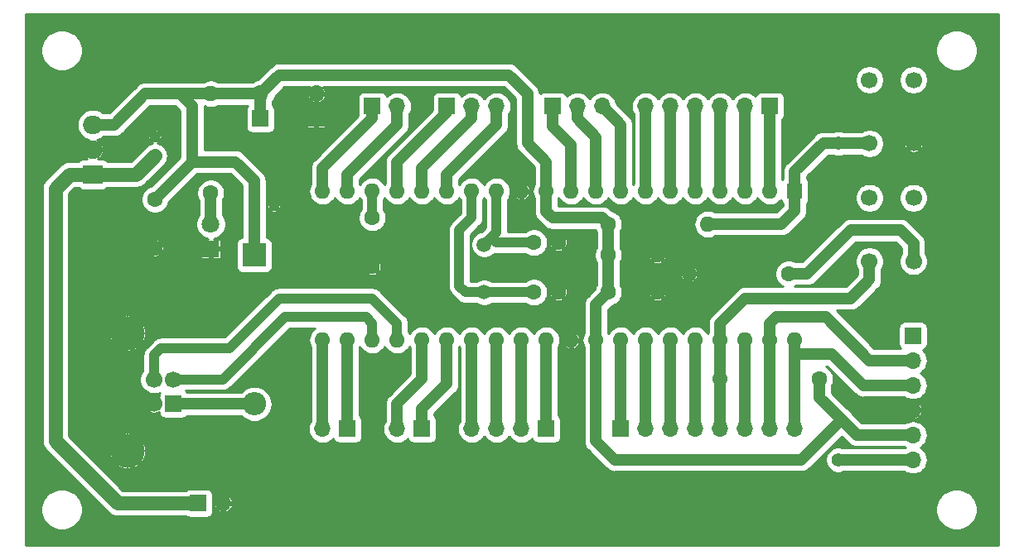
<source format=gbr>
G04 #@! TF.GenerationSoftware,KiCad,Pcbnew,(5.1.2)-2*
G04 #@! TF.CreationDate,2020-01-14T07:35:24-06:00*
G04 #@! TF.ProjectId,PIC18F4550DevelopmentBoard,50494331-3846-4343-9535-30446576656c,rev?*
G04 #@! TF.SameCoordinates,PX60e4b00PY6d01460*
G04 #@! TF.FileFunction,Copper,L2,Bot*
G04 #@! TF.FilePolarity,Positive*
%FSLAX46Y46*%
G04 Gerber Fmt 4.6, Leading zero omitted, Abs format (unit mm)*
G04 Created by KiCad (PCBNEW (5.1.2)-2) date 2020-01-14 07:35:24*
%MOMM*%
%LPD*%
G04 APERTURE LIST*
%ADD10O,1.700000X1.700000*%
%ADD11R,1.700000X1.700000*%
%ADD12C,1.600000*%
%ADD13C,1.200000*%
%ADD14R,1.800000X1.800000*%
%ADD15C,1.800000*%
%ADD16R,2.400000X2.400000*%
%ADD17O,2.400000X2.400000*%
%ADD18C,1.700000*%
%ADD19C,3.500000*%
%ADD20O,1.600000X1.600000*%
%ADD21R,2.000000X1.905000*%
%ADD22O,2.000000X1.905000*%
%ADD23R,1.600000X1.600000*%
%ADD24C,1.500000*%
%ADD25C,1.400000*%
%ADD26C,1.200000*%
%ADD27C,1.000000*%
%ADD28C,1.400000*%
%ADD29C,0.254000*%
G04 APERTURE END LIST*
D10*
X22860000Y7620000D03*
D11*
X20320000Y7620000D03*
D12*
X15875000Y33735000D03*
X15875000Y38735000D03*
D10*
X48260000Y15240000D03*
X50800000Y15240000D03*
X53340000Y15240000D03*
D11*
X55880000Y15240000D03*
D10*
X33020000Y15240000D03*
D11*
X35560000Y15240000D03*
D10*
X40640000Y48260000D03*
D11*
X38100000Y48260000D03*
D13*
X15875000Y43180000D03*
X15875000Y45180000D03*
X28035000Y38100000D03*
X26035000Y38100000D03*
D14*
X21590000Y33655000D03*
D15*
X21590000Y36195000D03*
D16*
X26035000Y33020000D03*
D17*
X26035000Y17780000D03*
D10*
X66040000Y48260000D03*
X68580000Y48260000D03*
X71120000Y48260000D03*
X73660000Y48260000D03*
X76200000Y48260000D03*
D11*
X78740000Y48260000D03*
X63500000Y15240000D03*
D10*
X66040000Y15240000D03*
X68580000Y15240000D03*
X71120000Y15240000D03*
X73660000Y15240000D03*
X76200000Y15240000D03*
X78740000Y15240000D03*
X81280000Y15240000D03*
D11*
X17780000Y17780000D03*
D18*
X17780000Y20280000D03*
X15780000Y20280000D03*
X15780000Y17780000D03*
D19*
X13070000Y13010000D03*
X13070000Y25050000D03*
D11*
X45720000Y48260000D03*
D10*
X48260000Y48260000D03*
X50800000Y48260000D03*
D11*
X43180000Y15240000D03*
D10*
X40640000Y15240000D03*
X61595000Y48260000D03*
X59055000Y48260000D03*
D11*
X56515000Y48260000D03*
X93345000Y24765000D03*
D10*
X93345000Y22225000D03*
X93345000Y19685000D03*
X93345000Y17145000D03*
X93345000Y14605000D03*
X93345000Y12065000D03*
D11*
X26670000Y46990000D03*
D10*
X26670000Y49530000D03*
X32385000Y49530000D03*
D11*
X32385000Y46990000D03*
D12*
X21590000Y39370000D03*
D20*
X21590000Y49530000D03*
X72390000Y36195000D03*
D12*
X62230000Y36195000D03*
X83820000Y20320000D03*
D20*
X73660000Y20320000D03*
X70485000Y31115000D03*
D12*
X80645000Y31115000D03*
D18*
X93400000Y50950000D03*
X93400000Y44450000D03*
X88900000Y50950000D03*
X88900000Y44450000D03*
X88900000Y32385000D03*
X88900000Y38885000D03*
X93400000Y32385000D03*
X93400000Y38885000D03*
D21*
X9525000Y41275000D03*
D22*
X9525000Y43815000D03*
X9525000Y46355000D03*
D23*
X81280000Y39564999D03*
D20*
X33020000Y24324999D03*
X78740000Y39564999D03*
X35560000Y24324999D03*
X76200000Y39564999D03*
X38100000Y24324999D03*
X73660000Y39564999D03*
X40640000Y24324999D03*
X71120000Y39564999D03*
X43180000Y24324999D03*
X68580000Y39564999D03*
X45720000Y24324999D03*
X66040000Y39564999D03*
X48260000Y24324999D03*
X63500000Y39564999D03*
X50800000Y24324999D03*
X60960000Y39564999D03*
X53340000Y24324999D03*
X58420000Y39564999D03*
X55880000Y24324999D03*
X55880000Y39564999D03*
X58420000Y24324999D03*
X53340000Y39564999D03*
X60960000Y24324999D03*
X50800000Y39564999D03*
X63500000Y24324999D03*
X48260000Y39564999D03*
X66040000Y24324999D03*
X45720000Y39564999D03*
X68580000Y24324999D03*
X43180000Y39564999D03*
X71120000Y24324999D03*
X40640000Y39564999D03*
X73660000Y24324999D03*
X38100000Y39564999D03*
X76200000Y24324999D03*
X35560000Y39564999D03*
X78740000Y24324999D03*
X33020000Y39564999D03*
X81280000Y24324999D03*
D24*
X49530000Y29210000D03*
X49530000Y34090000D03*
D12*
X67230000Y33020000D03*
X62230000Y33020000D03*
X62230000Y29210000D03*
X67230000Y29210000D03*
X57110000Y34290000D03*
X54610000Y34290000D03*
X54610000Y29210000D03*
X57110000Y29210000D03*
X38100000Y36830000D03*
X38100000Y31830000D03*
D25*
X85725000Y12065000D03*
X85725000Y44450000D03*
D26*
X61595000Y36830000D02*
X62230000Y36195000D01*
X56515000Y36830000D02*
X61595000Y36830000D01*
X55880000Y39564999D02*
X55880000Y37465000D01*
X55880000Y37465000D02*
X56515000Y36830000D01*
X60960000Y27940000D02*
X62230000Y29210000D01*
X60960000Y24324999D02*
X60960000Y27940000D01*
X62230000Y29210000D02*
X62230000Y33020000D01*
X62230000Y33020000D02*
X62230000Y36195000D01*
X20458630Y49530000D02*
X21590000Y49530000D01*
X11725000Y46355000D02*
X14900000Y49530000D01*
X9525000Y46355000D02*
X11725000Y46355000D01*
X19685000Y48260000D02*
X18415000Y49530000D01*
X15875000Y38735000D02*
X19685000Y42545000D01*
X14900000Y49530000D02*
X18415000Y49530000D01*
X18415000Y49530000D02*
X20458630Y49530000D01*
X21590000Y49530000D02*
X26670000Y49530000D01*
X26670000Y46990000D02*
X26670000Y49530000D01*
X19685000Y42545000D02*
X19685000Y48260000D01*
X93345000Y14605000D02*
X87630000Y14605000D01*
X83820000Y18415000D02*
X83820000Y20320000D01*
X60960000Y24324999D02*
X60960000Y13970000D01*
X60960000Y13970000D02*
X62865000Y12065000D01*
X81915000Y12065000D02*
X86042500Y16192500D01*
X62865000Y12065000D02*
X81915000Y12065000D01*
X87630000Y14605000D02*
X86042500Y16192500D01*
X86042500Y16192500D02*
X83820000Y18415000D01*
X55880000Y39564999D02*
X55880000Y42545000D01*
X55880000Y42545000D02*
X53975000Y44450000D01*
X53975000Y44450000D02*
X53975000Y49530000D01*
X53975000Y49530000D02*
X52070000Y51435000D01*
X28575000Y51435000D02*
X26670000Y49530000D01*
X52070000Y51435000D02*
X28575000Y51435000D01*
X26035000Y40640000D02*
X24130000Y42545000D01*
X24130000Y42545000D02*
X19685000Y42545000D01*
X26035000Y38100000D02*
X26035000Y40640000D01*
X26035000Y33020000D02*
X26035000Y38100000D01*
D27*
X50800000Y39564999D02*
X50800000Y35360000D01*
X50800000Y34290000D02*
X50265000Y34825000D01*
X54610000Y34290000D02*
X50800000Y34290000D01*
X50800000Y35360000D02*
X50265000Y34825000D01*
X50265000Y34825000D02*
X49530000Y34090000D01*
X48260000Y39564999D02*
X48260000Y36830000D01*
X48260000Y36830000D02*
X46990000Y35560000D01*
X46990000Y35560000D02*
X46990000Y29845000D01*
X47625000Y29210000D02*
X49530000Y29210000D01*
X46990000Y29845000D02*
X47625000Y29210000D01*
X49530000Y29210000D02*
X54610000Y29210000D01*
X38100000Y39564999D02*
X38100000Y36830000D01*
D26*
X21590000Y39370000D02*
X21590000Y36195000D01*
X17780000Y17780000D02*
X26035000Y17780000D01*
X66040000Y48260000D02*
X66040000Y39564999D01*
X68580000Y48260000D02*
X68580000Y39564999D01*
X71120000Y48260000D02*
X71120000Y39564999D01*
X73660000Y48260000D02*
X73660000Y39564999D01*
X76200000Y48260000D02*
X76200000Y39564999D01*
X78740000Y48260000D02*
X78740000Y39564999D01*
X63500000Y24324999D02*
X63500000Y15240000D01*
X66040000Y24324999D02*
X66040000Y15240000D01*
X68580000Y24324999D02*
X68580000Y15240000D01*
X71120000Y24324999D02*
X71120000Y15240000D01*
X73660000Y24324999D02*
X73660000Y20320000D01*
X73660000Y20320000D02*
X73660000Y15240000D01*
X73660000Y24324999D02*
X73660000Y26035000D01*
X73660000Y26035000D02*
X76200000Y28575000D01*
X76200000Y28575000D02*
X86995000Y28575000D01*
X86995000Y28575000D02*
X88900000Y30480000D01*
X88900000Y30480000D02*
X88900000Y32385000D01*
X76200000Y24324999D02*
X76200000Y15240000D01*
X78740000Y24324999D02*
X78740000Y15240000D01*
X93345000Y22225000D02*
X88900000Y22225000D01*
X88900000Y22225000D02*
X84455000Y26670000D01*
X84455000Y26670000D02*
X79375000Y26670000D01*
X78740000Y26035000D02*
X78740000Y24324999D01*
X79375000Y26670000D02*
X78740000Y26035000D01*
X81280000Y24324999D02*
X81280000Y22860000D01*
X81280000Y22860000D02*
X81280000Y15240000D01*
X93345000Y19685000D02*
X88265000Y19685000D01*
X85090000Y22860000D02*
X81280000Y22860000D01*
X88265000Y19685000D02*
X85090000Y22860000D01*
D27*
X17780000Y20280000D02*
X22820000Y20280000D01*
X22820000Y20280000D02*
X29210000Y26670000D01*
X29210000Y26670000D02*
X37465000Y26670000D01*
X38100000Y26035000D02*
X38100000Y24324999D01*
X37465000Y26670000D02*
X38100000Y26035000D01*
X15780000Y22765000D02*
X15780000Y20280000D01*
X40640000Y26035000D02*
X38100000Y28575000D01*
X40640000Y24324999D02*
X40640000Y26035000D01*
X38100000Y28575000D02*
X28575000Y28575000D01*
X28575000Y28575000D02*
X23495000Y23495000D01*
X23495000Y23495000D02*
X16510000Y23495000D01*
X16510000Y23495000D02*
X15780000Y22765000D01*
D26*
X45720000Y47625000D02*
X45720000Y48260000D01*
X40640000Y39564999D02*
X40640000Y42545000D01*
X40640000Y42545000D02*
X45720000Y47625000D01*
X43180000Y39564999D02*
X43180000Y41910000D01*
X48260000Y46990000D02*
X48260000Y48260000D01*
X43180000Y41910000D02*
X48260000Y46990000D01*
X50800000Y46355000D02*
X50800000Y48260000D01*
X45720000Y39564999D02*
X45720000Y41275000D01*
X45720000Y41275000D02*
X50800000Y46355000D01*
X43180000Y17290000D02*
X45720000Y19830000D01*
X43180000Y15240000D02*
X43180000Y17290000D01*
X45720000Y19830000D02*
X45720000Y24324999D01*
X40640000Y15240000D02*
X40640000Y17780000D01*
X43180000Y20320000D02*
X43180000Y24324999D01*
X40640000Y17780000D02*
X43180000Y20320000D01*
X40640000Y46355000D02*
X40640000Y48260000D01*
X35560000Y39564999D02*
X35560000Y41275000D01*
X35560000Y41275000D02*
X40640000Y46355000D01*
X33020000Y39564999D02*
X33020000Y41910000D01*
X33020000Y41910000D02*
X38100000Y46990000D01*
X38100000Y46990000D02*
X38100000Y48260000D01*
X33020000Y24324999D02*
X33020000Y15240000D01*
X35560000Y24324999D02*
X35560000Y15240000D01*
X48260000Y24324999D02*
X48260000Y15240000D01*
X50800000Y24324999D02*
X50800000Y15240000D01*
X53340000Y24324999D02*
X53340000Y15240000D01*
X55880000Y24324999D02*
X55880000Y15240000D01*
X63500000Y46355000D02*
X63500000Y39564999D01*
X61595000Y48260000D02*
X63500000Y46355000D01*
X59055000Y48260000D02*
X59055000Y46990000D01*
X60960000Y45085000D02*
X60960000Y39564999D01*
X59055000Y46990000D02*
X60960000Y45085000D01*
X58420000Y44305000D02*
X58420000Y39564999D01*
X56515000Y48260000D02*
X56515000Y46210000D01*
X56515000Y46210000D02*
X58420000Y44305000D01*
X81280000Y37564999D02*
X81280000Y39564999D01*
X79910001Y36195000D02*
X81280000Y37564999D01*
X72390000Y36195000D02*
X79910001Y36195000D01*
X81280000Y41564999D02*
X84165001Y44450000D01*
X81280000Y39564999D02*
X81280000Y41564999D01*
X84165001Y44450000D02*
X88900000Y44450000D01*
X93345000Y12065000D02*
X85725000Y12065000D01*
X80645000Y31115000D02*
X82550000Y31115000D01*
X82550000Y31115000D02*
X86995000Y35560000D01*
X86995000Y35560000D02*
X92075000Y35560000D01*
X93400000Y34235000D02*
X93400000Y32385000D01*
X92075000Y35560000D02*
X93400000Y34235000D01*
D28*
X13970000Y41275000D02*
X15875000Y43180000D01*
X9525000Y41275000D02*
X12065000Y41275000D01*
X12065000Y41275000D02*
X13970000Y41275000D01*
X7125000Y41275000D02*
X9525000Y41275000D01*
X5715000Y39865000D02*
X7125000Y41275000D01*
X5715000Y13970000D02*
X5715000Y39865000D01*
X12065000Y7620000D02*
X5715000Y13970000D01*
X20320000Y7620000D02*
X12065000Y7620000D01*
D29*
G36*
X102108000Y3302000D02*
G01*
X2667000Y3302000D01*
X2667000Y7195279D01*
X4215000Y7195279D01*
X4215000Y6774721D01*
X4297047Y6362244D01*
X4457988Y5973698D01*
X4691637Y5624017D01*
X4989017Y5326637D01*
X5338698Y5092988D01*
X5727244Y4932047D01*
X6139721Y4850000D01*
X6560279Y4850000D01*
X6972756Y4932047D01*
X7361302Y5092988D01*
X7710983Y5326637D01*
X8008363Y5624017D01*
X8242012Y5973698D01*
X8402953Y6362244D01*
X8485000Y6774721D01*
X8485000Y7195279D01*
X8402953Y7607756D01*
X8242012Y7996302D01*
X8008363Y8345983D01*
X7710983Y8643363D01*
X7361302Y8877012D01*
X6972756Y9037953D01*
X6560279Y9120000D01*
X6139721Y9120000D01*
X5727244Y9037953D01*
X5338698Y8877012D01*
X4989017Y8643363D01*
X4691637Y8345983D01*
X4457988Y7996302D01*
X4297047Y7607756D01*
X4215000Y7195279D01*
X2667000Y7195279D01*
X2667000Y39865000D01*
X4373541Y39865000D01*
X4380001Y39799411D01*
X4380000Y14035579D01*
X4373541Y13970000D01*
X4380000Y13904422D01*
X4399317Y13708295D01*
X4475653Y13456647D01*
X4599618Y13224726D01*
X4766445Y13021445D01*
X4817392Y12979634D01*
X11074639Y6722386D01*
X11116445Y6671445D01*
X11319725Y6504618D01*
X11551646Y6380653D01*
X11803294Y6304317D01*
X12064999Y6278541D01*
X12130578Y6285000D01*
X19060019Y6285000D01*
X19115506Y6239463D01*
X19225820Y6180498D01*
X19345518Y6144188D01*
X19470000Y6131928D01*
X21170000Y6131928D01*
X21294482Y6144188D01*
X21414180Y6180498D01*
X21524494Y6239463D01*
X21621185Y6318815D01*
X21700537Y6415506D01*
X21759502Y6525820D01*
X21795812Y6645518D01*
X21808072Y6770000D01*
X21808072Y7493000D01*
X21923032Y7493000D01*
X21923076Y7343023D01*
X21995114Y7165560D01*
X22100389Y7005561D01*
X22234856Y6869175D01*
X22393347Y6761642D01*
X22569771Y6687096D01*
X22583024Y6683084D01*
X22733000Y6683320D01*
X22733000Y7493000D01*
X22987000Y7493000D01*
X22987000Y6683320D01*
X23136976Y6683084D01*
X23150229Y6687096D01*
X23326653Y6761642D01*
X23485144Y6869175D01*
X23619611Y7005561D01*
X23724886Y7165560D01*
X23736949Y7195279D01*
X95655000Y7195279D01*
X95655000Y6774721D01*
X95737047Y6362244D01*
X95897988Y5973698D01*
X96131637Y5624017D01*
X96429017Y5326637D01*
X96778698Y5092988D01*
X97167244Y4932047D01*
X97579721Y4850000D01*
X98000279Y4850000D01*
X98412756Y4932047D01*
X98801302Y5092988D01*
X99150983Y5326637D01*
X99448363Y5624017D01*
X99682012Y5973698D01*
X99842953Y6362244D01*
X99925000Y6774721D01*
X99925000Y7195279D01*
X99842953Y7607756D01*
X99682012Y7996302D01*
X99448363Y8345983D01*
X99150983Y8643363D01*
X98801302Y8877012D01*
X98412756Y9037953D01*
X98000279Y9120000D01*
X97579721Y9120000D01*
X97167244Y9037953D01*
X96778698Y8877012D01*
X96429017Y8643363D01*
X96131637Y8345983D01*
X95897988Y7996302D01*
X95737047Y7607756D01*
X95655000Y7195279D01*
X23736949Y7195279D01*
X23796924Y7343023D01*
X23796968Y7493000D01*
X22987000Y7493000D01*
X22733000Y7493000D01*
X21923032Y7493000D01*
X21808072Y7493000D01*
X21808072Y7747000D01*
X21923032Y7747000D01*
X22733000Y7747000D01*
X22733000Y8556680D01*
X22987000Y8556680D01*
X22987000Y7747000D01*
X23796968Y7747000D01*
X23796924Y7896977D01*
X23724886Y8074440D01*
X23619611Y8234439D01*
X23485144Y8370825D01*
X23326653Y8478358D01*
X23150229Y8552904D01*
X23136976Y8556916D01*
X22987000Y8556680D01*
X22733000Y8556680D01*
X22583024Y8556916D01*
X22569771Y8552904D01*
X22393347Y8478358D01*
X22234856Y8370825D01*
X22100389Y8234439D01*
X21995114Y8074440D01*
X21923076Y7896977D01*
X21923032Y7747000D01*
X21808072Y7747000D01*
X21808072Y8470000D01*
X21795812Y8594482D01*
X21759502Y8714180D01*
X21700537Y8824494D01*
X21621185Y8921185D01*
X21524494Y9000537D01*
X21414180Y9059502D01*
X21294482Y9095812D01*
X21170000Y9108072D01*
X19470000Y9108072D01*
X19345518Y9095812D01*
X19225820Y9059502D01*
X19115506Y9000537D01*
X19060019Y8955000D01*
X12617975Y8955000D01*
X9960910Y11612065D01*
X11851671Y11612065D01*
X12066650Y11412942D01*
X12397500Y11247885D01*
X12754193Y11150545D01*
X13123023Y11124664D01*
X13489815Y11171234D01*
X13840474Y11288467D01*
X14073350Y11412942D01*
X14288329Y11612065D01*
X13070000Y12830395D01*
X11851671Y11612065D01*
X9960910Y11612065D01*
X8615998Y12956977D01*
X11184664Y12956977D01*
X11231234Y12590185D01*
X11348467Y12239526D01*
X11472942Y12006650D01*
X11672065Y11791671D01*
X12890395Y13010000D01*
X13249605Y13010000D01*
X14467935Y11791671D01*
X14667058Y12006650D01*
X14832115Y12337500D01*
X14929455Y12694193D01*
X14955336Y13063023D01*
X14908766Y13429815D01*
X14791533Y13780474D01*
X14667058Y14013350D01*
X14467935Y14228329D01*
X13249605Y13010000D01*
X12890395Y13010000D01*
X11672065Y14228329D01*
X11472942Y14013350D01*
X11307885Y13682500D01*
X11210545Y13325807D01*
X11184664Y12956977D01*
X8615998Y12956977D01*
X7165040Y14407935D01*
X11851671Y14407935D01*
X13070000Y13189605D01*
X14288329Y14407935D01*
X14073350Y14607058D01*
X13742500Y14772115D01*
X13385807Y14869455D01*
X13016977Y14895336D01*
X12650185Y14848766D01*
X12299526Y14731533D01*
X12066650Y14607058D01*
X11851671Y14407935D01*
X7165040Y14407935D01*
X7050000Y14522974D01*
X7050000Y17691316D01*
X14802286Y17691316D01*
X14838374Y17502278D01*
X14910648Y17323913D01*
X14917791Y17310549D01*
X15024492Y17204097D01*
X15600395Y17780000D01*
X15024492Y18355903D01*
X14917791Y18249451D01*
X14842772Y18072222D01*
X14803771Y17883762D01*
X14802286Y17691316D01*
X7050000Y17691316D01*
X7050000Y20426260D01*
X14295000Y20426260D01*
X14295000Y20133740D01*
X14352068Y19846842D01*
X14464010Y19576589D01*
X14626525Y19333368D01*
X14833368Y19126525D01*
X15076589Y18964010D01*
X15346842Y18852068D01*
X15633740Y18795000D01*
X15926260Y18795000D01*
X16213158Y18852068D01*
X16361529Y18913525D01*
X16340498Y18874180D01*
X16304188Y18754482D01*
X16291928Y18630000D01*
X16291928Y18599633D01*
X16249451Y18642209D01*
X16072222Y18717228D01*
X15883762Y18756229D01*
X15691316Y18757714D01*
X15502278Y18721626D01*
X15323913Y18649352D01*
X15310549Y18642209D01*
X15204097Y18535508D01*
X15780000Y17959605D01*
X15794143Y17973747D01*
X15973748Y17794142D01*
X15959605Y17780000D01*
X15973748Y17765857D01*
X15794143Y17586252D01*
X15780000Y17600395D01*
X15204097Y17024492D01*
X15310549Y16917791D01*
X15487778Y16842772D01*
X15676238Y16803771D01*
X15868684Y16802286D01*
X16057722Y16838374D01*
X16236087Y16910648D01*
X16249451Y16917791D01*
X16291928Y16960367D01*
X16291928Y16930000D01*
X16304188Y16805518D01*
X16340498Y16685820D01*
X16399463Y16575506D01*
X16478815Y16478815D01*
X16575506Y16399463D01*
X16685820Y16340498D01*
X16805518Y16304188D01*
X16930000Y16291928D01*
X18630000Y16291928D01*
X18754482Y16304188D01*
X18874180Y16340498D01*
X18984494Y16399463D01*
X19081185Y16478815D01*
X19135501Y16545000D01*
X24674703Y16545000D01*
X24731181Y16476181D01*
X25010596Y16246871D01*
X25329378Y16076479D01*
X25675277Y15971552D01*
X25944861Y15945000D01*
X26125139Y15945000D01*
X26394723Y15971552D01*
X26740622Y16076479D01*
X27059404Y16246871D01*
X27338819Y16476181D01*
X27568129Y16755596D01*
X27738521Y17074378D01*
X27843448Y17420277D01*
X27878878Y17780000D01*
X27843448Y18139723D01*
X27738521Y18485622D01*
X27568129Y18804404D01*
X27338819Y19083819D01*
X27059404Y19313129D01*
X26740622Y19483521D01*
X26394723Y19588448D01*
X26125139Y19615000D01*
X25944861Y19615000D01*
X25675277Y19588448D01*
X25329378Y19483521D01*
X25010596Y19313129D01*
X24731181Y19083819D01*
X24674703Y19015000D01*
X19135501Y19015000D01*
X19081185Y19081185D01*
X19003426Y19145000D01*
X22764249Y19145000D01*
X22820000Y19139509D01*
X22875751Y19145000D01*
X22875752Y19145000D01*
X23042499Y19161423D01*
X23256447Y19226324D01*
X23453623Y19331716D01*
X23626449Y19473551D01*
X23661996Y19516865D01*
X29680133Y25535000D01*
X32239608Y25535000D01*
X32218899Y25523931D01*
X32000392Y25344607D01*
X31821068Y25126100D01*
X31687818Y24876807D01*
X31605764Y24606308D01*
X31578057Y24324999D01*
X31605764Y24043690D01*
X31687818Y23773191D01*
X31785000Y23591376D01*
X31785001Y16075968D01*
X31779294Y16069014D01*
X31641401Y15811034D01*
X31556487Y15531111D01*
X31527815Y15240000D01*
X31556487Y14948889D01*
X31641401Y14668966D01*
X31779294Y14410986D01*
X31964866Y14184866D01*
X32190986Y13999294D01*
X32448966Y13861401D01*
X32728889Y13776487D01*
X32947050Y13755000D01*
X33092950Y13755000D01*
X33311111Y13776487D01*
X33591034Y13861401D01*
X33849014Y13999294D01*
X34075134Y14184866D01*
X34099607Y14214687D01*
X34120498Y14145820D01*
X34179463Y14035506D01*
X34258815Y13938815D01*
X34355506Y13859463D01*
X34465820Y13800498D01*
X34585518Y13764188D01*
X34710000Y13751928D01*
X36410000Y13751928D01*
X36534482Y13764188D01*
X36654180Y13800498D01*
X36764494Y13859463D01*
X36861185Y13938815D01*
X36940537Y14035506D01*
X36999502Y14145820D01*
X37035812Y14265518D01*
X37048072Y14390000D01*
X37048072Y16090000D01*
X37035812Y16214482D01*
X36999502Y16334180D01*
X36940537Y16444494D01*
X36861185Y16541185D01*
X36795000Y16595501D01*
X36795000Y23591376D01*
X36830000Y23656857D01*
X36901068Y23523898D01*
X37080392Y23305391D01*
X37298899Y23126067D01*
X37548192Y22992817D01*
X37818691Y22910763D01*
X38029508Y22889999D01*
X38170492Y22889999D01*
X38381309Y22910763D01*
X38651808Y22992817D01*
X38901101Y23126067D01*
X39119608Y23305391D01*
X39298932Y23523898D01*
X39370000Y23656857D01*
X39441068Y23523898D01*
X39620392Y23305391D01*
X39838899Y23126067D01*
X40088192Y22992817D01*
X40358691Y22910763D01*
X40569508Y22889999D01*
X40710492Y22889999D01*
X40921309Y22910763D01*
X41191808Y22992817D01*
X41441101Y23126067D01*
X41659608Y23305391D01*
X41838932Y23523898D01*
X41910000Y23656857D01*
X41945001Y23591375D01*
X41945000Y20831554D01*
X39809621Y18696174D01*
X39762499Y18657502D01*
X39608168Y18469449D01*
X39529266Y18321833D01*
X39493489Y18254899D01*
X39422870Y18022102D01*
X39399025Y17780000D01*
X39405001Y17719325D01*
X39405000Y16075967D01*
X39399294Y16069014D01*
X39261401Y15811034D01*
X39176487Y15531111D01*
X39147815Y15240000D01*
X39176487Y14948889D01*
X39261401Y14668966D01*
X39399294Y14410986D01*
X39584866Y14184866D01*
X39810986Y13999294D01*
X40068966Y13861401D01*
X40348889Y13776487D01*
X40567050Y13755000D01*
X40712950Y13755000D01*
X40931111Y13776487D01*
X41211034Y13861401D01*
X41469014Y13999294D01*
X41695134Y14184866D01*
X41719607Y14214687D01*
X41740498Y14145820D01*
X41799463Y14035506D01*
X41878815Y13938815D01*
X41975506Y13859463D01*
X42085820Y13800498D01*
X42205518Y13764188D01*
X42330000Y13751928D01*
X44030000Y13751928D01*
X44154482Y13764188D01*
X44274180Y13800498D01*
X44384494Y13859463D01*
X44481185Y13938815D01*
X44560537Y14035506D01*
X44619502Y14145820D01*
X44655812Y14265518D01*
X44668072Y14390000D01*
X44668072Y16090000D01*
X44655812Y16214482D01*
X44619502Y16334180D01*
X44560537Y16444494D01*
X44481185Y16541185D01*
X44415000Y16595501D01*
X44415000Y16778447D01*
X46550381Y18913827D01*
X46597502Y18952498D01*
X46751833Y19140551D01*
X46866511Y19355099D01*
X46937130Y19587898D01*
X46955000Y19769335D01*
X46955000Y19769344D01*
X46960974Y19829999D01*
X46955000Y19890654D01*
X46955000Y23591376D01*
X46990000Y23656857D01*
X47025000Y23591376D01*
X47025001Y16075968D01*
X47019294Y16069014D01*
X46881401Y15811034D01*
X46796487Y15531111D01*
X46767815Y15240000D01*
X46796487Y14948889D01*
X46881401Y14668966D01*
X47019294Y14410986D01*
X47204866Y14184866D01*
X47430986Y13999294D01*
X47688966Y13861401D01*
X47968889Y13776487D01*
X48187050Y13755000D01*
X48332950Y13755000D01*
X48551111Y13776487D01*
X48831034Y13861401D01*
X49089014Y13999294D01*
X49315134Y14184866D01*
X49500706Y14410986D01*
X49530000Y14465791D01*
X49559294Y14410986D01*
X49744866Y14184866D01*
X49970986Y13999294D01*
X50228966Y13861401D01*
X50508889Y13776487D01*
X50727050Y13755000D01*
X50872950Y13755000D01*
X51091111Y13776487D01*
X51371034Y13861401D01*
X51629014Y13999294D01*
X51855134Y14184866D01*
X52040706Y14410986D01*
X52070000Y14465791D01*
X52099294Y14410986D01*
X52284866Y14184866D01*
X52510986Y13999294D01*
X52768966Y13861401D01*
X53048889Y13776487D01*
X53267050Y13755000D01*
X53412950Y13755000D01*
X53631111Y13776487D01*
X53911034Y13861401D01*
X54169014Y13999294D01*
X54395134Y14184866D01*
X54419607Y14214687D01*
X54440498Y14145820D01*
X54499463Y14035506D01*
X54578815Y13938815D01*
X54675506Y13859463D01*
X54785820Y13800498D01*
X54905518Y13764188D01*
X55030000Y13751928D01*
X56730000Y13751928D01*
X56854482Y13764188D01*
X56974180Y13800498D01*
X57084494Y13859463D01*
X57181185Y13938815D01*
X57260537Y14035506D01*
X57319502Y14145820D01*
X57355812Y14265518D01*
X57368072Y14390000D01*
X57368072Y16090000D01*
X57355812Y16214482D01*
X57319502Y16334180D01*
X57260537Y16444494D01*
X57181185Y16541185D01*
X57115000Y16595501D01*
X57115000Y23591376D01*
X57212182Y23773191D01*
X57294236Y24043690D01*
X57295439Y24055914D01*
X57532906Y24055914D01*
X57602447Y23888021D01*
X57703406Y23736921D01*
X57831903Y23608420D01*
X57983001Y23507457D01*
X58150916Y23437912D01*
X58293000Y23438803D01*
X58293000Y24197999D01*
X58547000Y24197999D01*
X58547000Y23438803D01*
X58689084Y23437912D01*
X58856999Y23507457D01*
X59008097Y23608420D01*
X59136594Y23736921D01*
X59237553Y23888021D01*
X59307094Y24055914D01*
X59306517Y24197999D01*
X58547000Y24197999D01*
X58293000Y24197999D01*
X57533483Y24197999D01*
X57532906Y24055914D01*
X57295439Y24055914D01*
X57321943Y24324999D01*
X57295440Y24594084D01*
X57532906Y24594084D01*
X57533483Y24451999D01*
X58293000Y24451999D01*
X58293000Y25211195D01*
X58547000Y25211195D01*
X58547000Y24451999D01*
X59306517Y24451999D01*
X59307094Y24594084D01*
X59237553Y24761977D01*
X59136594Y24913077D01*
X59008097Y25041578D01*
X58856999Y25142541D01*
X58689084Y25212086D01*
X58547000Y25211195D01*
X58293000Y25211195D01*
X58150916Y25212086D01*
X57983001Y25142541D01*
X57831903Y25041578D01*
X57703406Y24913077D01*
X57602447Y24761977D01*
X57532906Y24594084D01*
X57295440Y24594084D01*
X57294236Y24606308D01*
X57212182Y24876807D01*
X57078932Y25126100D01*
X56899608Y25344607D01*
X56681101Y25523931D01*
X56431808Y25657181D01*
X56161309Y25739235D01*
X55950492Y25759999D01*
X55809508Y25759999D01*
X55598691Y25739235D01*
X55328192Y25657181D01*
X55078899Y25523931D01*
X54860392Y25344607D01*
X54681068Y25126100D01*
X54610000Y24993141D01*
X54538932Y25126100D01*
X54359608Y25344607D01*
X54141101Y25523931D01*
X53891808Y25657181D01*
X53621309Y25739235D01*
X53410492Y25759999D01*
X53269508Y25759999D01*
X53058691Y25739235D01*
X52788192Y25657181D01*
X52538899Y25523931D01*
X52320392Y25344607D01*
X52141068Y25126100D01*
X52070000Y24993141D01*
X51998932Y25126100D01*
X51819608Y25344607D01*
X51601101Y25523931D01*
X51351808Y25657181D01*
X51081309Y25739235D01*
X50870492Y25759999D01*
X50729508Y25759999D01*
X50518691Y25739235D01*
X50248192Y25657181D01*
X49998899Y25523931D01*
X49780392Y25344607D01*
X49601068Y25126100D01*
X49530000Y24993141D01*
X49458932Y25126100D01*
X49279608Y25344607D01*
X49061101Y25523931D01*
X48811808Y25657181D01*
X48541309Y25739235D01*
X48330492Y25759999D01*
X48189508Y25759999D01*
X47978691Y25739235D01*
X47708192Y25657181D01*
X47458899Y25523931D01*
X47240392Y25344607D01*
X47061068Y25126100D01*
X46990000Y24993141D01*
X46918932Y25126100D01*
X46739608Y25344607D01*
X46521101Y25523931D01*
X46271808Y25657181D01*
X46001309Y25739235D01*
X45790492Y25759999D01*
X45649508Y25759999D01*
X45438691Y25739235D01*
X45168192Y25657181D01*
X44918899Y25523931D01*
X44700392Y25344607D01*
X44521068Y25126100D01*
X44450000Y24993141D01*
X44378932Y25126100D01*
X44199608Y25344607D01*
X43981101Y25523931D01*
X43731808Y25657181D01*
X43461309Y25739235D01*
X43250492Y25759999D01*
X43109508Y25759999D01*
X42898691Y25739235D01*
X42628192Y25657181D01*
X42378899Y25523931D01*
X42160392Y25344607D01*
X41981068Y25126100D01*
X41910000Y24993141D01*
X41838932Y25126100D01*
X41775000Y25204001D01*
X41775000Y25979259D01*
X41780490Y26035001D01*
X41775000Y26090743D01*
X41775000Y26090752D01*
X41758577Y26257499D01*
X41693676Y26471447D01*
X41588284Y26668623D01*
X41446449Y26841449D01*
X41403141Y26876991D01*
X38941996Y29338135D01*
X38906449Y29381449D01*
X38733623Y29523284D01*
X38536447Y29628676D01*
X38322499Y29693577D01*
X38155752Y29710000D01*
X38155751Y29710000D01*
X38100000Y29715491D01*
X38044249Y29710000D01*
X28630751Y29710000D01*
X28575000Y29715491D01*
X28519248Y29710000D01*
X28352501Y29693577D01*
X28138553Y29628676D01*
X27941377Y29523284D01*
X27768551Y29381449D01*
X27733009Y29338141D01*
X23024869Y24630000D01*
X16565751Y24630000D01*
X16510000Y24635491D01*
X16454248Y24630000D01*
X16287501Y24613577D01*
X16073553Y24548676D01*
X15876377Y24443284D01*
X15703551Y24301449D01*
X15668004Y24258135D01*
X15016865Y23606996D01*
X14973551Y23571449D01*
X14831716Y23398623D01*
X14763674Y23271323D01*
X14726324Y23201446D01*
X14661423Y22987498D01*
X14639509Y22765000D01*
X14645000Y22709248D01*
X14645001Y21245108D01*
X14626525Y21226632D01*
X14464010Y20983411D01*
X14352068Y20713158D01*
X14295000Y20426260D01*
X7050000Y20426260D01*
X7050000Y23652065D01*
X11851671Y23652065D01*
X12066650Y23452942D01*
X12397500Y23287885D01*
X12754193Y23190545D01*
X13123023Y23164664D01*
X13489815Y23211234D01*
X13840474Y23328467D01*
X14073350Y23452942D01*
X14288329Y23652065D01*
X13070000Y24870395D01*
X11851671Y23652065D01*
X7050000Y23652065D01*
X7050000Y24996977D01*
X11184664Y24996977D01*
X11231234Y24630185D01*
X11348467Y24279526D01*
X11472942Y24046650D01*
X11672065Y23831671D01*
X12890395Y25050000D01*
X13249605Y25050000D01*
X14467935Y23831671D01*
X14667058Y24046650D01*
X14832115Y24377500D01*
X14929455Y24734193D01*
X14955336Y25103023D01*
X14908766Y25469815D01*
X14791533Y25820474D01*
X14667058Y26053350D01*
X14467935Y26268329D01*
X13249605Y25050000D01*
X12890395Y25050000D01*
X11672065Y26268329D01*
X11472942Y26053350D01*
X11307885Y25722500D01*
X11210545Y25365807D01*
X11184664Y24996977D01*
X7050000Y24996977D01*
X7050000Y26447935D01*
X11851671Y26447935D01*
X13070000Y25229605D01*
X14288329Y26447935D01*
X14073350Y26647058D01*
X13742500Y26812115D01*
X13385807Y26909455D01*
X13016977Y26935336D01*
X12650185Y26888766D01*
X12299526Y26771533D01*
X12066650Y26647058D01*
X11851671Y26447935D01*
X7050000Y26447935D01*
X7050000Y31110358D01*
X37559963Y31110358D01*
X37660344Y31008801D01*
X37829001Y30938807D01*
X38008071Y30903061D01*
X38190674Y30902938D01*
X38369793Y30938441D01*
X38538543Y31008206D01*
X38539656Y31008801D01*
X38640037Y31110358D01*
X38100000Y31650395D01*
X37559963Y31110358D01*
X7050000Y31110358D01*
X7050000Y32755000D01*
X20562386Y32755000D01*
X20564838Y32730104D01*
X20572100Y32706164D01*
X20583893Y32684101D01*
X20599763Y32664763D01*
X20619101Y32648893D01*
X20641164Y32637100D01*
X20665104Y32629838D01*
X20690000Y32627386D01*
X21431250Y32628000D01*
X21463000Y32659750D01*
X21463000Y33528000D01*
X21717000Y33528000D01*
X21717000Y32659750D01*
X21748750Y32628000D01*
X22490000Y32627386D01*
X22514896Y32629838D01*
X22538836Y32637100D01*
X22560899Y32648893D01*
X22580237Y32664763D01*
X22596107Y32684101D01*
X22607900Y32706164D01*
X22615162Y32730104D01*
X22617614Y32755000D01*
X22617000Y33496250D01*
X22585250Y33528000D01*
X21717000Y33528000D01*
X21463000Y33528000D01*
X20594750Y33528000D01*
X20563000Y33496250D01*
X20562386Y32755000D01*
X7050000Y32755000D01*
X7050000Y33015358D01*
X15334963Y33015358D01*
X15435344Y32913801D01*
X15604001Y32843807D01*
X15783071Y32808061D01*
X15965674Y32807938D01*
X16144793Y32843441D01*
X16313543Y32913206D01*
X16314656Y32913801D01*
X16415037Y33015358D01*
X15875000Y33555395D01*
X15334963Y33015358D01*
X7050000Y33015358D01*
X7050000Y33644326D01*
X14947938Y33644326D01*
X14983441Y33465207D01*
X15053206Y33296457D01*
X15053801Y33295344D01*
X15155358Y33194963D01*
X15695395Y33735000D01*
X16054605Y33735000D01*
X16594642Y33194963D01*
X16696199Y33295344D01*
X16766193Y33464001D01*
X16801939Y33643071D01*
X16802062Y33825674D01*
X16766559Y34004793D01*
X16696794Y34173543D01*
X16696199Y34174656D01*
X16594642Y34275037D01*
X16054605Y33735000D01*
X15695395Y33735000D01*
X15155358Y34275037D01*
X15053801Y34174656D01*
X14983807Y34005999D01*
X14948061Y33826929D01*
X14947938Y33644326D01*
X7050000Y33644326D01*
X7050000Y34454642D01*
X15334963Y34454642D01*
X15875000Y33914605D01*
X16415037Y34454642D01*
X16314656Y34556199D01*
X16145999Y34626193D01*
X15966929Y34661939D01*
X15784326Y34662062D01*
X15605207Y34626559D01*
X15436457Y34556794D01*
X15435344Y34556199D01*
X15334963Y34454642D01*
X7050000Y34454642D01*
X7050000Y36346184D01*
X20055000Y36346184D01*
X20055000Y36043816D01*
X20113989Y35747257D01*
X20229701Y35467905D01*
X20397688Y35216495D01*
X20611495Y35002688D01*
X20862905Y34834701D01*
X21142257Y34718989D01*
X21327783Y34682086D01*
X20690000Y34682614D01*
X20665104Y34680162D01*
X20641164Y34672900D01*
X20619101Y34661107D01*
X20599763Y34645237D01*
X20583893Y34625899D01*
X20572100Y34603836D01*
X20564838Y34579896D01*
X20562386Y34555000D01*
X20563000Y33813750D01*
X20594750Y33782000D01*
X21463000Y33782000D01*
X21463000Y33802000D01*
X21717000Y33802000D01*
X21717000Y33782000D01*
X22585250Y33782000D01*
X22617000Y33813750D01*
X22617614Y34555000D01*
X22615162Y34579896D01*
X22607900Y34603836D01*
X22596107Y34625899D01*
X22580237Y34645237D01*
X22560899Y34661107D01*
X22538836Y34672900D01*
X22514896Y34680162D01*
X22490000Y34682614D01*
X21852217Y34682086D01*
X22037743Y34718989D01*
X22317095Y34834701D01*
X22568505Y35002688D01*
X22782312Y35216495D01*
X22950299Y35467905D01*
X23066011Y35747257D01*
X23125000Y36043816D01*
X23125000Y36346184D01*
X23066011Y36642743D01*
X22950299Y36922095D01*
X22825000Y37109618D01*
X22825000Y38635377D01*
X22861680Y38690273D01*
X22969853Y38951426D01*
X23025000Y39228665D01*
X23025000Y39511335D01*
X22969853Y39788574D01*
X22861680Y40049727D01*
X22704637Y40284759D01*
X22504759Y40484637D01*
X22269727Y40641680D01*
X22008574Y40749853D01*
X21731335Y40805000D01*
X21448665Y40805000D01*
X21171426Y40749853D01*
X20910273Y40641680D01*
X20675241Y40484637D01*
X20475363Y40284759D01*
X20318320Y40049727D01*
X20210147Y39788574D01*
X20155000Y39511335D01*
X20155000Y39228665D01*
X20210147Y38951426D01*
X20318320Y38690273D01*
X20355000Y38635377D01*
X20355001Y37109619D01*
X20229701Y36922095D01*
X20113989Y36642743D01*
X20055000Y36346184D01*
X7050000Y36346184D01*
X7050000Y39312026D01*
X7677975Y39940000D01*
X8017447Y39940000D01*
X8073815Y39871315D01*
X8170506Y39791963D01*
X8280820Y39732998D01*
X8400518Y39696688D01*
X8525000Y39684428D01*
X10525000Y39684428D01*
X10649482Y39696688D01*
X10769180Y39732998D01*
X10879494Y39791963D01*
X10976185Y39871315D01*
X11032553Y39940000D01*
X13904421Y39940000D01*
X13970000Y39933541D01*
X14035579Y39940000D01*
X14231706Y39959317D01*
X14483354Y40035653D01*
X14715275Y40159618D01*
X14918555Y40326445D01*
X14960365Y40377391D01*
X16865359Y42282383D01*
X16990382Y42434725D01*
X17114346Y42666645D01*
X17190683Y42918294D01*
X17216459Y43180000D01*
X17190683Y43441705D01*
X17114346Y43693354D01*
X16990382Y43925274D01*
X16823554Y44128554D01*
X16620274Y44295382D01*
X16388354Y44419346D01*
X16136705Y44495683D01*
X16129925Y44496351D01*
X16195104Y44523350D01*
X16271072Y44604323D01*
X15875000Y45000395D01*
X15478928Y44604323D01*
X15554896Y44523350D01*
X15626051Y44496939D01*
X15613294Y44495683D01*
X15361645Y44419346D01*
X15129725Y44295382D01*
X14977383Y44170359D01*
X13417026Y42610000D01*
X11032553Y42610000D01*
X10976185Y42678685D01*
X10879494Y42758037D01*
X10769180Y42817002D01*
X10649482Y42853312D01*
X10525000Y42865572D01*
X10073326Y42865572D01*
X10201876Y42940105D01*
X10360466Y43079701D01*
X10488775Y43247554D01*
X10581872Y43437214D01*
X10611438Y43521865D01*
X10612525Y43688000D01*
X9652000Y43688000D01*
X9652000Y43668000D01*
X9398000Y43668000D01*
X9398000Y43688000D01*
X8437475Y43688000D01*
X8438562Y43521865D01*
X8468128Y43437214D01*
X8561225Y43247554D01*
X8689534Y43079701D01*
X8848124Y42940105D01*
X8976674Y42865572D01*
X8525000Y42865572D01*
X8400518Y42853312D01*
X8280820Y42817002D01*
X8170506Y42758037D01*
X8073815Y42678685D01*
X8017447Y42610000D01*
X7190578Y42610000D01*
X7124999Y42616459D01*
X6925725Y42596832D01*
X6863294Y42590683D01*
X6611646Y42514347D01*
X6379725Y42390382D01*
X6176445Y42223555D01*
X6134641Y42172616D01*
X4817387Y40855361D01*
X4766446Y40813555D01*
X4689252Y40719493D01*
X4599618Y40610274D01*
X4475654Y40378354D01*
X4399317Y40126705D01*
X4373541Y39865000D01*
X2667000Y39865000D01*
X2667000Y46355000D01*
X7882319Y46355000D01*
X7912970Y46043796D01*
X8003745Y45744551D01*
X8151155Y45468765D01*
X8349537Y45227037D01*
X8591265Y45028655D01*
X8867051Y44881245D01*
X9086220Y44814761D01*
X9030901Y44795869D01*
X8848124Y44689895D01*
X8689534Y44550299D01*
X8561225Y44382446D01*
X8468128Y44192786D01*
X8438562Y44108135D01*
X8437475Y43942000D01*
X9398000Y43942000D01*
X9398000Y43962000D01*
X9652000Y43962000D01*
X9652000Y43942000D01*
X10612525Y43942000D01*
X10611438Y44108135D01*
X10581872Y44192786D01*
X10488775Y44382446D01*
X10360466Y44550299D01*
X10201876Y44689895D01*
X10019099Y44795869D01*
X9963780Y44814761D01*
X10182949Y44881245D01*
X10458735Y45028655D01*
X10570039Y45120000D01*
X11664335Y45120000D01*
X11725000Y45114025D01*
X11785665Y45120000D01*
X11967102Y45137870D01*
X12199901Y45208489D01*
X12229760Y45224449D01*
X15145835Y45224449D01*
X15151174Y45081342D01*
X15184329Y44942027D01*
X15218350Y44859896D01*
X15299323Y44783928D01*
X15695395Y45180000D01*
X16054605Y45180000D01*
X16450677Y44783928D01*
X16531650Y44859896D01*
X16581482Y44994152D01*
X16604165Y45135551D01*
X16598826Y45278658D01*
X16565671Y45417973D01*
X16531650Y45500104D01*
X16450677Y45576072D01*
X16054605Y45180000D01*
X15695395Y45180000D01*
X15299323Y45576072D01*
X15218350Y45500104D01*
X15168518Y45365848D01*
X15145835Y45224449D01*
X12229760Y45224449D01*
X12414449Y45323167D01*
X12602502Y45477498D01*
X12641178Y45524625D01*
X12872230Y45755677D01*
X15478928Y45755677D01*
X15875000Y45359605D01*
X16271072Y45755677D01*
X16195104Y45836650D01*
X16060848Y45886482D01*
X15919449Y45909165D01*
X15776342Y45903826D01*
X15637027Y45870671D01*
X15554896Y45836650D01*
X15478928Y45755677D01*
X12872230Y45755677D01*
X15411554Y48295000D01*
X17903447Y48295000D01*
X18450001Y47748445D01*
X18450000Y43056554D01*
X15521180Y40127734D01*
X15456426Y40114853D01*
X15195273Y40006680D01*
X14960241Y39849637D01*
X14760363Y39649759D01*
X14603320Y39414727D01*
X14495147Y39153574D01*
X14440000Y38876335D01*
X14440000Y38593665D01*
X14495147Y38316426D01*
X14603320Y38055273D01*
X14760363Y37820241D01*
X14960241Y37620363D01*
X15195273Y37463320D01*
X15456426Y37355147D01*
X15733665Y37300000D01*
X16016335Y37300000D01*
X16293574Y37355147D01*
X16554727Y37463320D01*
X16789759Y37620363D01*
X16989637Y37820241D01*
X17146680Y38055273D01*
X17254853Y38316426D01*
X17267734Y38381180D01*
X20196554Y41310000D01*
X23618447Y41310000D01*
X24800001Y40128445D01*
X24800000Y38221637D01*
X24800000Y37978363D01*
X24800001Y37978358D01*
X24800000Y34854625D01*
X24710518Y34845812D01*
X24590820Y34809502D01*
X24480506Y34750537D01*
X24383815Y34671185D01*
X24304463Y34574494D01*
X24245498Y34464180D01*
X24209188Y34344482D01*
X24196928Y34220000D01*
X24196928Y31820000D01*
X24209188Y31695518D01*
X24245498Y31575820D01*
X24304463Y31465506D01*
X24383815Y31368815D01*
X24480506Y31289463D01*
X24590820Y31230498D01*
X24710518Y31194188D01*
X24835000Y31181928D01*
X27235000Y31181928D01*
X27359482Y31194188D01*
X27479180Y31230498D01*
X27589494Y31289463D01*
X27686185Y31368815D01*
X27765537Y31465506D01*
X27824502Y31575820D01*
X27860812Y31695518D01*
X27865126Y31739326D01*
X37172938Y31739326D01*
X37208441Y31560207D01*
X37278206Y31391457D01*
X37278801Y31390344D01*
X37380358Y31289963D01*
X37920395Y31830000D01*
X38279605Y31830000D01*
X38819642Y31289963D01*
X38921199Y31390344D01*
X38991193Y31559001D01*
X39026939Y31738071D01*
X39027062Y31920674D01*
X38991559Y32099793D01*
X38921794Y32268543D01*
X38921199Y32269656D01*
X38819642Y32370037D01*
X38279605Y31830000D01*
X37920395Y31830000D01*
X37380358Y32370037D01*
X37278801Y32269656D01*
X37208807Y32100999D01*
X37173061Y31921929D01*
X37172938Y31739326D01*
X27865126Y31739326D01*
X27873072Y31820000D01*
X27873072Y32549642D01*
X37559963Y32549642D01*
X38100000Y32009605D01*
X38640037Y32549642D01*
X38539656Y32651199D01*
X38370999Y32721193D01*
X38191929Y32756939D01*
X38009326Y32757062D01*
X37830207Y32721559D01*
X37661457Y32651794D01*
X37660344Y32651199D01*
X37559963Y32549642D01*
X27873072Y32549642D01*
X27873072Y34220000D01*
X27860812Y34344482D01*
X27824502Y34464180D01*
X27765537Y34574494D01*
X27686185Y34671185D01*
X27589494Y34750537D01*
X27479180Y34809502D01*
X27359482Y34845812D01*
X27270000Y34854625D01*
X27270000Y37524323D01*
X27638928Y37524323D01*
X27714896Y37443350D01*
X27849152Y37393518D01*
X27990551Y37370835D01*
X28133658Y37376174D01*
X28272973Y37409329D01*
X28355104Y37443350D01*
X28431072Y37524323D01*
X28035000Y37920395D01*
X27638928Y37524323D01*
X27270000Y37524323D01*
X27270000Y38144449D01*
X27305835Y38144449D01*
X27311174Y38001342D01*
X27344329Y37862027D01*
X27378350Y37779896D01*
X27459323Y37703928D01*
X27855395Y38100000D01*
X28214605Y38100000D01*
X28610677Y37703928D01*
X28691650Y37779896D01*
X28741482Y37914152D01*
X28764165Y38055551D01*
X28758826Y38198658D01*
X28725671Y38337973D01*
X28691650Y38420104D01*
X28610677Y38496072D01*
X28214605Y38100000D01*
X27855395Y38100000D01*
X27459323Y38496072D01*
X27378350Y38420104D01*
X27328518Y38285848D01*
X27305835Y38144449D01*
X27270000Y38144449D01*
X27270000Y38675677D01*
X27638928Y38675677D01*
X28035000Y38279605D01*
X28431072Y38675677D01*
X28355104Y38756650D01*
X28220848Y38806482D01*
X28079449Y38829165D01*
X27936342Y38823826D01*
X27797027Y38790671D01*
X27714896Y38756650D01*
X27638928Y38675677D01*
X27270000Y38675677D01*
X27270000Y39564999D01*
X31578057Y39564999D01*
X31605764Y39283690D01*
X31687818Y39013191D01*
X31821068Y38763898D01*
X32000392Y38545391D01*
X32218899Y38366067D01*
X32468192Y38232817D01*
X32738691Y38150763D01*
X32949508Y38129999D01*
X33090492Y38129999D01*
X33301309Y38150763D01*
X33571808Y38232817D01*
X33821101Y38366067D01*
X34039608Y38545391D01*
X34218932Y38763898D01*
X34290000Y38896857D01*
X34361068Y38763898D01*
X34540392Y38545391D01*
X34758899Y38366067D01*
X35008192Y38232817D01*
X35278691Y38150763D01*
X35489508Y38129999D01*
X35630492Y38129999D01*
X35841309Y38150763D01*
X36111808Y38232817D01*
X36361101Y38366067D01*
X36579608Y38545391D01*
X36758932Y38763898D01*
X36830000Y38896857D01*
X36901068Y38763898D01*
X36965000Y38685996D01*
X36965001Y37714285D01*
X36828320Y37509727D01*
X36720147Y37248574D01*
X36665000Y36971335D01*
X36665000Y36688665D01*
X36720147Y36411426D01*
X36828320Y36150273D01*
X36985363Y35915241D01*
X37185241Y35715363D01*
X37420273Y35558320D01*
X37681426Y35450147D01*
X37958665Y35395000D01*
X38241335Y35395000D01*
X38518574Y35450147D01*
X38779727Y35558320D01*
X39014759Y35715363D01*
X39214637Y35915241D01*
X39371680Y36150273D01*
X39479853Y36411426D01*
X39535000Y36688665D01*
X39535000Y36971335D01*
X39479853Y37248574D01*
X39371680Y37509727D01*
X39235000Y37714284D01*
X39235000Y38685997D01*
X39298932Y38763898D01*
X39370000Y38896857D01*
X39441068Y38763898D01*
X39620392Y38545391D01*
X39838899Y38366067D01*
X40088192Y38232817D01*
X40358691Y38150763D01*
X40569508Y38129999D01*
X40710492Y38129999D01*
X40921309Y38150763D01*
X41191808Y38232817D01*
X41441101Y38366067D01*
X41659608Y38545391D01*
X41838932Y38763898D01*
X41910000Y38896857D01*
X41981068Y38763898D01*
X42160392Y38545391D01*
X42378899Y38366067D01*
X42628192Y38232817D01*
X42898691Y38150763D01*
X43109508Y38129999D01*
X43250492Y38129999D01*
X43461309Y38150763D01*
X43731808Y38232817D01*
X43981101Y38366067D01*
X44199608Y38545391D01*
X44378932Y38763898D01*
X44450000Y38896857D01*
X44521068Y38763898D01*
X44700392Y38545391D01*
X44918899Y38366067D01*
X45168192Y38232817D01*
X45438691Y38150763D01*
X45649508Y38129999D01*
X45790492Y38129999D01*
X46001309Y38150763D01*
X46271808Y38232817D01*
X46521101Y38366067D01*
X46739608Y38545391D01*
X46918932Y38763898D01*
X46990000Y38896857D01*
X47061068Y38763898D01*
X47125000Y38685996D01*
X47125001Y37300133D01*
X46226865Y36401996D01*
X46183551Y36366449D01*
X46041716Y36193623D01*
X45950812Y36023551D01*
X45936324Y35996446D01*
X45871423Y35782498D01*
X45849509Y35560000D01*
X45855000Y35504248D01*
X45855001Y29900761D01*
X45849509Y29845000D01*
X45871423Y29622502D01*
X45936324Y29408554D01*
X45966908Y29351335D01*
X46041717Y29211377D01*
X46183552Y29038551D01*
X46226860Y29003009D01*
X46783008Y28446860D01*
X46818551Y28403551D01*
X46904642Y28332898D01*
X46991377Y28261716D01*
X47188553Y28156324D01*
X47402501Y28091423D01*
X47625000Y28069509D01*
X47680752Y28075000D01*
X48735714Y28075000D01*
X48873957Y27982629D01*
X49126011Y27878225D01*
X49393589Y27825000D01*
X49666411Y27825000D01*
X49933989Y27878225D01*
X50186043Y27982629D01*
X50324286Y28075000D01*
X53725716Y28075000D01*
X53930273Y27938320D01*
X54191426Y27830147D01*
X54468665Y27775000D01*
X54751335Y27775000D01*
X55028574Y27830147D01*
X55289727Y27938320D01*
X55524759Y28095363D01*
X55724637Y28295241D01*
X55855009Y28490358D01*
X56569963Y28490358D01*
X56670344Y28388801D01*
X56839001Y28318807D01*
X57018071Y28283061D01*
X57200674Y28282938D01*
X57379793Y28318441D01*
X57548543Y28388206D01*
X57549656Y28388801D01*
X57650037Y28490358D01*
X57110000Y29030395D01*
X56569963Y28490358D01*
X55855009Y28490358D01*
X55881680Y28530273D01*
X55989853Y28791426D01*
X56045000Y29068665D01*
X56045000Y29119326D01*
X56182938Y29119326D01*
X56218441Y28940207D01*
X56288206Y28771457D01*
X56288801Y28770344D01*
X56390358Y28669963D01*
X56930395Y29210000D01*
X57289605Y29210000D01*
X57829642Y28669963D01*
X57931199Y28770344D01*
X58001193Y28939001D01*
X58036939Y29118071D01*
X58037062Y29300674D01*
X58001559Y29479793D01*
X57931794Y29648543D01*
X57931199Y29649656D01*
X57829642Y29750037D01*
X57289605Y29210000D01*
X56930395Y29210000D01*
X56390358Y29750037D01*
X56288801Y29649656D01*
X56218807Y29480999D01*
X56183061Y29301929D01*
X56182938Y29119326D01*
X56045000Y29119326D01*
X56045000Y29351335D01*
X55989853Y29628574D01*
X55881680Y29889727D01*
X55855010Y29929642D01*
X56569963Y29929642D01*
X57110000Y29389605D01*
X57650037Y29929642D01*
X57549656Y30031199D01*
X57380999Y30101193D01*
X57201929Y30136939D01*
X57019326Y30137062D01*
X56840207Y30101559D01*
X56671457Y30031794D01*
X56670344Y30031199D01*
X56569963Y29929642D01*
X55855010Y29929642D01*
X55724637Y30124759D01*
X55524759Y30324637D01*
X55289727Y30481680D01*
X55028574Y30589853D01*
X54751335Y30645000D01*
X54468665Y30645000D01*
X54191426Y30589853D01*
X53930273Y30481680D01*
X53725716Y30345000D01*
X50324286Y30345000D01*
X50186043Y30437371D01*
X49933989Y30541775D01*
X49666411Y30595000D01*
X49393589Y30595000D01*
X49126011Y30541775D01*
X48873957Y30437371D01*
X48735714Y30345000D01*
X48125000Y30345000D01*
X48125000Y35089869D01*
X49023140Y35988008D01*
X49066449Y36023551D01*
X49208284Y36196377D01*
X49313676Y36393553D01*
X49372509Y36587498D01*
X49378577Y36607500D01*
X49382048Y36642743D01*
X49395000Y36774248D01*
X49395000Y36774255D01*
X49400490Y36829999D01*
X49395000Y36885743D01*
X49395000Y38685997D01*
X49458932Y38763898D01*
X49530000Y38896857D01*
X49601068Y38763898D01*
X49665000Y38685996D01*
X49665001Y35830132D01*
X49501855Y35666986D01*
X49458552Y35631448D01*
X49423014Y35588145D01*
X49289081Y35454212D01*
X49126011Y35421775D01*
X48873957Y35317371D01*
X48647114Y35165799D01*
X48454201Y34972886D01*
X48302629Y34746043D01*
X48198225Y34493989D01*
X48145000Y34226411D01*
X48145000Y33953589D01*
X48198225Y33686011D01*
X48302629Y33433957D01*
X48454201Y33207114D01*
X48647114Y33014201D01*
X48873957Y32862629D01*
X49126011Y32758225D01*
X49393589Y32705000D01*
X49666411Y32705000D01*
X49933989Y32758225D01*
X50186043Y32862629D01*
X50412886Y33014201D01*
X50571829Y33173144D01*
X50577501Y33171423D01*
X50744248Y33155000D01*
X50744257Y33155000D01*
X50799999Y33149510D01*
X50855741Y33155000D01*
X53725716Y33155000D01*
X53930273Y33018320D01*
X54191426Y32910147D01*
X54468665Y32855000D01*
X54751335Y32855000D01*
X55028574Y32910147D01*
X55289727Y33018320D01*
X55524759Y33175363D01*
X55724637Y33375241D01*
X55855009Y33570358D01*
X56569963Y33570358D01*
X56670344Y33468801D01*
X56839001Y33398807D01*
X57018071Y33363061D01*
X57200674Y33362938D01*
X57379793Y33398441D01*
X57548543Y33468206D01*
X57549656Y33468801D01*
X57650037Y33570358D01*
X57110000Y34110395D01*
X56569963Y33570358D01*
X55855009Y33570358D01*
X55881680Y33610273D01*
X55989853Y33871426D01*
X56045000Y34148665D01*
X56045000Y34199326D01*
X56182938Y34199326D01*
X56218441Y34020207D01*
X56288206Y33851457D01*
X56288801Y33850344D01*
X56390358Y33749963D01*
X56930395Y34290000D01*
X57289605Y34290000D01*
X57829642Y33749963D01*
X57931199Y33850344D01*
X58001193Y34019001D01*
X58036939Y34198071D01*
X58037062Y34380674D01*
X58001559Y34559793D01*
X57931794Y34728543D01*
X57931199Y34729656D01*
X57829642Y34830037D01*
X57289605Y34290000D01*
X56930395Y34290000D01*
X56390358Y34830037D01*
X56288801Y34729656D01*
X56218807Y34560999D01*
X56183061Y34381929D01*
X56182938Y34199326D01*
X56045000Y34199326D01*
X56045000Y34431335D01*
X55989853Y34708574D01*
X55881680Y34969727D01*
X55855010Y35009642D01*
X56569963Y35009642D01*
X57110000Y34469605D01*
X57650037Y35009642D01*
X57549656Y35111199D01*
X57380999Y35181193D01*
X57201929Y35216939D01*
X57019326Y35217062D01*
X56840207Y35181559D01*
X56671457Y35111794D01*
X56670344Y35111199D01*
X56569963Y35009642D01*
X55855010Y35009642D01*
X55724637Y35204759D01*
X55524759Y35404637D01*
X55289727Y35561680D01*
X55028574Y35669853D01*
X54751335Y35725000D01*
X54468665Y35725000D01*
X54191426Y35669853D01*
X53930273Y35561680D01*
X53725716Y35425000D01*
X51935000Y35425000D01*
X51935000Y38685997D01*
X51998932Y38763898D01*
X52132182Y39013191D01*
X52214236Y39283690D01*
X52215439Y39295914D01*
X52452906Y39295914D01*
X52522447Y39128021D01*
X52623406Y38976921D01*
X52751903Y38848420D01*
X52903001Y38747457D01*
X53070916Y38677912D01*
X53213000Y38678803D01*
X53213000Y39437999D01*
X53467000Y39437999D01*
X53467000Y38678803D01*
X53609084Y38677912D01*
X53776999Y38747457D01*
X53928097Y38848420D01*
X54056594Y38976921D01*
X54157553Y39128021D01*
X54227094Y39295914D01*
X54226517Y39437999D01*
X53467000Y39437999D01*
X53213000Y39437999D01*
X52453483Y39437999D01*
X52452906Y39295914D01*
X52215439Y39295914D01*
X52241943Y39564999D01*
X52215440Y39834084D01*
X52452906Y39834084D01*
X52453483Y39691999D01*
X53213000Y39691999D01*
X53213000Y40451195D01*
X53467000Y40451195D01*
X53467000Y39691999D01*
X54226517Y39691999D01*
X54227094Y39834084D01*
X54157553Y40001977D01*
X54056594Y40153077D01*
X53928097Y40281578D01*
X53776999Y40382541D01*
X53609084Y40452086D01*
X53467000Y40451195D01*
X53213000Y40451195D01*
X53070916Y40452086D01*
X52903001Y40382541D01*
X52751903Y40281578D01*
X52623406Y40153077D01*
X52522447Y40001977D01*
X52452906Y39834084D01*
X52215440Y39834084D01*
X52214236Y39846308D01*
X52132182Y40116807D01*
X51998932Y40366100D01*
X51819608Y40584607D01*
X51601101Y40763931D01*
X51351808Y40897181D01*
X51081309Y40979235D01*
X50870492Y40999999D01*
X50729508Y40999999D01*
X50518691Y40979235D01*
X50248192Y40897181D01*
X49998899Y40763931D01*
X49780392Y40584607D01*
X49601068Y40366100D01*
X49530000Y40233141D01*
X49458932Y40366100D01*
X49279608Y40584607D01*
X49061101Y40763931D01*
X48811808Y40897181D01*
X48541309Y40979235D01*
X48330492Y40999999D01*
X48189508Y40999999D01*
X47978691Y40979235D01*
X47708192Y40897181D01*
X47458899Y40763931D01*
X47240392Y40584607D01*
X47061068Y40366100D01*
X46990000Y40233141D01*
X46955000Y40298622D01*
X46955000Y40763447D01*
X51630381Y45438827D01*
X51677502Y45477498D01*
X51831833Y45665551D01*
X51946511Y45880099D01*
X52017130Y46112898D01*
X52035000Y46294335D01*
X52035000Y46294336D01*
X52040975Y46355000D01*
X52035000Y46415665D01*
X52035000Y47424033D01*
X52040706Y47430986D01*
X52178599Y47688966D01*
X52263513Y47968889D01*
X52292185Y48260000D01*
X52263513Y48551111D01*
X52178599Y48831034D01*
X52040706Y49089014D01*
X51855134Y49315134D01*
X51629014Y49500706D01*
X51371034Y49638599D01*
X51091111Y49723513D01*
X50872950Y49745000D01*
X50727050Y49745000D01*
X50508889Y49723513D01*
X50228966Y49638599D01*
X49970986Y49500706D01*
X49744866Y49315134D01*
X49559294Y49089014D01*
X49530000Y49034209D01*
X49500706Y49089014D01*
X49315134Y49315134D01*
X49089014Y49500706D01*
X48831034Y49638599D01*
X48551111Y49723513D01*
X48332950Y49745000D01*
X48187050Y49745000D01*
X47968889Y49723513D01*
X47688966Y49638599D01*
X47430986Y49500706D01*
X47204866Y49315134D01*
X47180393Y49285313D01*
X47159502Y49354180D01*
X47100537Y49464494D01*
X47021185Y49561185D01*
X46924494Y49640537D01*
X46814180Y49699502D01*
X46694482Y49735812D01*
X46570000Y49748072D01*
X44870000Y49748072D01*
X44745518Y49735812D01*
X44625820Y49699502D01*
X44515506Y49640537D01*
X44418815Y49561185D01*
X44339463Y49464494D01*
X44280498Y49354180D01*
X44244188Y49234482D01*
X44231928Y49110000D01*
X44231928Y47883482D01*
X39809621Y43461174D01*
X39762499Y43422502D01*
X39608168Y43234449D01*
X39494648Y43022068D01*
X39493489Y43019899D01*
X39422870Y42787102D01*
X39399025Y42545000D01*
X39405001Y42484325D01*
X39405000Y40298622D01*
X39370000Y40233141D01*
X39298932Y40366100D01*
X39119608Y40584607D01*
X38901101Y40763931D01*
X38651808Y40897181D01*
X38381309Y40979235D01*
X38170492Y40999999D01*
X38029508Y40999999D01*
X37818691Y40979235D01*
X37548192Y40897181D01*
X37298899Y40763931D01*
X37080392Y40584607D01*
X36901068Y40366100D01*
X36830000Y40233141D01*
X36795000Y40298622D01*
X36795000Y40763447D01*
X41470381Y45438827D01*
X41517502Y45477498D01*
X41671833Y45665551D01*
X41786511Y45880099D01*
X41857130Y46112898D01*
X41875000Y46294335D01*
X41875000Y46294336D01*
X41880975Y46355000D01*
X41875000Y46415665D01*
X41875000Y47424033D01*
X41880706Y47430986D01*
X42018599Y47688966D01*
X42103513Y47968889D01*
X42132185Y48260000D01*
X42103513Y48551111D01*
X42018599Y48831034D01*
X41880706Y49089014D01*
X41695134Y49315134D01*
X41469014Y49500706D01*
X41211034Y49638599D01*
X40931111Y49723513D01*
X40712950Y49745000D01*
X40567050Y49745000D01*
X40348889Y49723513D01*
X40068966Y49638599D01*
X39810986Y49500706D01*
X39584866Y49315134D01*
X39560393Y49285313D01*
X39539502Y49354180D01*
X39480537Y49464494D01*
X39401185Y49561185D01*
X39304494Y49640537D01*
X39194180Y49699502D01*
X39074482Y49735812D01*
X38950000Y49748072D01*
X37250000Y49748072D01*
X37125518Y49735812D01*
X37005820Y49699502D01*
X36895506Y49640537D01*
X36798815Y49561185D01*
X36719463Y49464494D01*
X36660498Y49354180D01*
X36624188Y49234482D01*
X36611928Y49110000D01*
X36611928Y47410000D01*
X36624188Y47285518D01*
X36629955Y47266508D01*
X32189621Y42826174D01*
X32142499Y42787502D01*
X31988168Y42599449D01*
X31879091Y42395379D01*
X31873489Y42384899D01*
X31802870Y42152102D01*
X31779025Y41910000D01*
X31785001Y41849325D01*
X31785000Y40298622D01*
X31687818Y40116807D01*
X31605764Y39846308D01*
X31578057Y39564999D01*
X27270000Y39564999D01*
X27270000Y40579335D01*
X27275975Y40640000D01*
X27252130Y40882102D01*
X27189034Y41090100D01*
X27181511Y41114901D01*
X27066833Y41329449D01*
X26912502Y41517502D01*
X26865380Y41556174D01*
X25046178Y43375375D01*
X25007502Y43422502D01*
X24819449Y43576833D01*
X24604901Y43691511D01*
X24372102Y43762130D01*
X24190665Y43780000D01*
X24130000Y43785975D01*
X24069335Y43780000D01*
X20920000Y43780000D01*
X20920000Y48199336D01*
X20925769Y48257909D01*
X21038192Y48197818D01*
X21308691Y48115764D01*
X21519508Y48095000D01*
X21660492Y48095000D01*
X21871309Y48115764D01*
X22141808Y48197818D01*
X22323623Y48295000D01*
X25373464Y48295000D01*
X25368815Y48291185D01*
X25289463Y48194494D01*
X25230498Y48084180D01*
X25194188Y47964482D01*
X25181928Y47840000D01*
X25181928Y46140000D01*
X25194188Y46015518D01*
X25230498Y45895820D01*
X25289463Y45785506D01*
X25368815Y45688815D01*
X25465506Y45609463D01*
X25575820Y45550498D01*
X25695518Y45514188D01*
X25820000Y45501928D01*
X27520000Y45501928D01*
X27644482Y45514188D01*
X27764180Y45550498D01*
X27874494Y45609463D01*
X27971185Y45688815D01*
X28050537Y45785506D01*
X28109502Y45895820D01*
X28145812Y46015518D01*
X28158072Y46140000D01*
X31407386Y46140000D01*
X31409838Y46115104D01*
X31417100Y46091164D01*
X31428893Y46069101D01*
X31444763Y46049763D01*
X31464101Y46033893D01*
X31486164Y46022100D01*
X31510104Y46014838D01*
X31535000Y46012386D01*
X32226250Y46013000D01*
X32258000Y46044750D01*
X32258000Y46863000D01*
X32512000Y46863000D01*
X32512000Y46044750D01*
X32543750Y46013000D01*
X33235000Y46012386D01*
X33259896Y46014838D01*
X33283836Y46022100D01*
X33305899Y46033893D01*
X33325237Y46049763D01*
X33341107Y46069101D01*
X33352900Y46091164D01*
X33360162Y46115104D01*
X33362614Y46140000D01*
X33362000Y46831250D01*
X33330250Y46863000D01*
X32512000Y46863000D01*
X32258000Y46863000D01*
X31439750Y46863000D01*
X31408000Y46831250D01*
X31407386Y46140000D01*
X28158072Y46140000D01*
X28158072Y47840000D01*
X31407386Y47840000D01*
X31408000Y47148750D01*
X31439750Y47117000D01*
X32258000Y47117000D01*
X32258000Y47935250D01*
X32512000Y47935250D01*
X32512000Y47117000D01*
X33330250Y47117000D01*
X33362000Y47148750D01*
X33362614Y47840000D01*
X33360162Y47864896D01*
X33352900Y47888836D01*
X33341107Y47910899D01*
X33325237Y47930237D01*
X33305899Y47946107D01*
X33283836Y47957900D01*
X33259896Y47965162D01*
X33235000Y47967614D01*
X32543750Y47967000D01*
X32512000Y47935250D01*
X32258000Y47935250D01*
X32226250Y47967000D01*
X31535000Y47967614D01*
X31510104Y47965162D01*
X31486164Y47957900D01*
X31464101Y47946107D01*
X31444763Y47930237D01*
X31428893Y47910899D01*
X31417100Y47888836D01*
X31409838Y47864896D01*
X31407386Y47840000D01*
X28158072Y47840000D01*
X28145812Y47964482D01*
X28109502Y48084180D01*
X28050537Y48194494D01*
X27971185Y48291185D01*
X27905000Y48345501D01*
X27905000Y48694033D01*
X27910706Y48700986D01*
X28048599Y48958966D01*
X28133513Y49238889D01*
X28134395Y49247841D01*
X28139578Y49253024D01*
X31448084Y49253024D01*
X31452096Y49239771D01*
X31526642Y49063347D01*
X31634175Y48904856D01*
X31770561Y48770389D01*
X31930560Y48665114D01*
X32108023Y48593076D01*
X32258000Y48593032D01*
X32258000Y49403000D01*
X32512000Y49403000D01*
X32512000Y48593032D01*
X32661977Y48593076D01*
X32839440Y48665114D01*
X32999439Y48770389D01*
X33135825Y48904856D01*
X33243358Y49063347D01*
X33317904Y49239771D01*
X33321916Y49253024D01*
X33321680Y49403000D01*
X32512000Y49403000D01*
X32258000Y49403000D01*
X31448320Y49403000D01*
X31448084Y49253024D01*
X28139578Y49253024D01*
X29086554Y50200000D01*
X31679671Y50200000D01*
X31634175Y50155144D01*
X31526642Y49996653D01*
X31452096Y49820229D01*
X31448084Y49806976D01*
X31448320Y49657000D01*
X32258000Y49657000D01*
X32258000Y49677000D01*
X32512000Y49677000D01*
X32512000Y49657000D01*
X33321680Y49657000D01*
X33321916Y49806976D01*
X33317904Y49820229D01*
X33243358Y49996653D01*
X33135825Y50155144D01*
X33090329Y50200000D01*
X51558447Y50200000D01*
X52740001Y49018445D01*
X52740000Y44510665D01*
X52734025Y44450000D01*
X52757870Y44207898D01*
X52769722Y44168827D01*
X52828489Y43975100D01*
X52943167Y43760552D01*
X53097498Y43572498D01*
X53144625Y43533822D01*
X54645001Y42033445D01*
X54645000Y40298622D01*
X54547818Y40116807D01*
X54465764Y39846308D01*
X54438057Y39564999D01*
X54465764Y39283690D01*
X54547818Y39013191D01*
X54645000Y38831376D01*
X54645001Y37525675D01*
X54639025Y37465000D01*
X54662870Y37222898D01*
X54731669Y36996101D01*
X54733490Y36990099D01*
X54848168Y36775551D01*
X55002499Y36587498D01*
X55049622Y36548825D01*
X55598817Y35999630D01*
X55637498Y35952498D01*
X55825551Y35798167D01*
X56040099Y35683489D01*
X56172940Y35643192D01*
X56272898Y35612870D01*
X56515000Y35589025D01*
X56575665Y35595000D01*
X60925296Y35595000D01*
X60958320Y35515273D01*
X60995001Y35460376D01*
X60995000Y33754623D01*
X60958320Y33699727D01*
X60850147Y33438574D01*
X60795000Y33161335D01*
X60795000Y32878665D01*
X60850147Y32601426D01*
X60958320Y32340273D01*
X60995001Y32285376D01*
X60995000Y29944623D01*
X60958320Y29889727D01*
X60850147Y29628574D01*
X60837266Y29563820D01*
X60129621Y28856174D01*
X60082499Y28817502D01*
X59928168Y28629449D01*
X59853823Y28490358D01*
X59813489Y28414899D01*
X59742870Y28182102D01*
X59719025Y27940000D01*
X59725001Y27879325D01*
X59725000Y25058622D01*
X59627818Y24876807D01*
X59545764Y24606308D01*
X59518057Y24324999D01*
X59545764Y24043690D01*
X59627818Y23773191D01*
X59725000Y23591376D01*
X59725001Y14030675D01*
X59719025Y13970000D01*
X59742870Y13727898D01*
X59813489Y13495101D01*
X59813490Y13495099D01*
X59928168Y13280551D01*
X60082499Y13092498D01*
X60129621Y13053826D01*
X61948826Y11234620D01*
X61987498Y11187498D01*
X62175551Y11033167D01*
X62390099Y10918489D01*
X62510588Y10881939D01*
X62622898Y10847870D01*
X62865000Y10824025D01*
X62925665Y10830000D01*
X81854335Y10830000D01*
X81915000Y10824025D01*
X81975665Y10830000D01*
X82157102Y10847870D01*
X82389901Y10918489D01*
X82604449Y11033167D01*
X82792502Y11187498D01*
X82831178Y11234625D01*
X86042500Y14445946D01*
X86713826Y13774620D01*
X86752498Y13727498D01*
X86940551Y13573167D01*
X87155099Y13458489D01*
X87387897Y13387870D01*
X87629999Y13364025D01*
X87690664Y13370000D01*
X92509033Y13370000D01*
X92515986Y13364294D01*
X92570791Y13335000D01*
X92515986Y13305706D01*
X92509033Y13300000D01*
X86231967Y13300000D01*
X86114405Y13348696D01*
X85856486Y13400000D01*
X85593514Y13400000D01*
X85335595Y13348696D01*
X85092641Y13248061D01*
X84873987Y13101962D01*
X84688038Y12916013D01*
X84541939Y12697359D01*
X84441304Y12454405D01*
X84390000Y12196486D01*
X84390000Y11933514D01*
X84441304Y11675595D01*
X84541939Y11432641D01*
X84688038Y11213987D01*
X84873987Y11028038D01*
X85092641Y10881939D01*
X85335595Y10781304D01*
X85593514Y10730000D01*
X85856486Y10730000D01*
X86114405Y10781304D01*
X86231967Y10830000D01*
X92509033Y10830000D01*
X92515986Y10824294D01*
X92773966Y10686401D01*
X93053889Y10601487D01*
X93272050Y10580000D01*
X93417950Y10580000D01*
X93636111Y10601487D01*
X93916034Y10686401D01*
X94174014Y10824294D01*
X94400134Y11009866D01*
X94585706Y11235986D01*
X94723599Y11493966D01*
X94808513Y11773889D01*
X94837185Y12065000D01*
X94808513Y12356111D01*
X94723599Y12636034D01*
X94585706Y12894014D01*
X94400134Y13120134D01*
X94174014Y13305706D01*
X94119209Y13335000D01*
X94174014Y13364294D01*
X94400134Y13549866D01*
X94585706Y13775986D01*
X94723599Y14033966D01*
X94808513Y14313889D01*
X94837185Y14605000D01*
X94808513Y14896111D01*
X94723599Y15176034D01*
X94585706Y15434014D01*
X94400134Y15660134D01*
X94174014Y15845706D01*
X93916034Y15983599D01*
X93636111Y16068513D01*
X93417950Y16090000D01*
X93272050Y16090000D01*
X93053889Y16068513D01*
X92773966Y15983599D01*
X92515986Y15845706D01*
X92509033Y15840000D01*
X88141554Y15840000D01*
X87113530Y16868024D01*
X92408084Y16868024D01*
X92412096Y16854771D01*
X92486642Y16678347D01*
X92594175Y16519856D01*
X92730561Y16385389D01*
X92890560Y16280114D01*
X93068023Y16208076D01*
X93218000Y16208032D01*
X93218000Y17018000D01*
X93472000Y17018000D01*
X93472000Y16208032D01*
X93621977Y16208076D01*
X93799440Y16280114D01*
X93959439Y16385389D01*
X94095825Y16519856D01*
X94203358Y16678347D01*
X94277904Y16854771D01*
X94281916Y16868024D01*
X94281680Y17018000D01*
X93472000Y17018000D01*
X93218000Y17018000D01*
X92408320Y17018000D01*
X92408084Y16868024D01*
X87113530Y16868024D01*
X86958668Y17022885D01*
X86920001Y17070001D01*
X86872885Y17108668D01*
X86559577Y17421976D01*
X92408084Y17421976D01*
X92408320Y17272000D01*
X93218000Y17272000D01*
X93472000Y17272000D01*
X94281680Y17272000D01*
X94281916Y17421976D01*
X94277904Y17435229D01*
X94203358Y17611653D01*
X94095825Y17770144D01*
X93959439Y17904611D01*
X93799440Y18009886D01*
X93621977Y18081924D01*
X93472000Y18081968D01*
X93472000Y17272000D01*
X93218000Y17272000D01*
X93218000Y18081968D01*
X93068023Y18081924D01*
X92890560Y18009886D01*
X92730561Y17904611D01*
X92594175Y17770144D01*
X92486642Y17611653D01*
X92412096Y17435229D01*
X92408084Y17421976D01*
X86559577Y17421976D01*
X85055000Y18926553D01*
X85055000Y19585377D01*
X85091680Y19640273D01*
X85199853Y19901426D01*
X85255000Y20178665D01*
X85255000Y20461335D01*
X85199853Y20738574D01*
X85091680Y20999727D01*
X84934637Y21234759D01*
X84734759Y21434637D01*
X84499727Y21591680D01*
X84419285Y21625000D01*
X84578447Y21625000D01*
X87348826Y18854620D01*
X87387498Y18807498D01*
X87575551Y18653167D01*
X87695553Y18589025D01*
X87790099Y18538489D01*
X88022897Y18467870D01*
X88264999Y18444025D01*
X88325664Y18450000D01*
X92509033Y18450000D01*
X92515986Y18444294D01*
X92773966Y18306401D01*
X93053889Y18221487D01*
X93272050Y18200000D01*
X93417950Y18200000D01*
X93636111Y18221487D01*
X93916034Y18306401D01*
X94174014Y18444294D01*
X94400134Y18629866D01*
X94585706Y18855986D01*
X94723599Y19113966D01*
X94808513Y19393889D01*
X94837185Y19685000D01*
X94808513Y19976111D01*
X94723599Y20256034D01*
X94585706Y20514014D01*
X94400134Y20740134D01*
X94174014Y20925706D01*
X94119209Y20955000D01*
X94174014Y20984294D01*
X94400134Y21169866D01*
X94585706Y21395986D01*
X94723599Y21653966D01*
X94808513Y21933889D01*
X94837185Y22225000D01*
X94808513Y22516111D01*
X94723599Y22796034D01*
X94585706Y23054014D01*
X94400134Y23280134D01*
X94370313Y23304607D01*
X94439180Y23325498D01*
X94549494Y23384463D01*
X94646185Y23463815D01*
X94725537Y23560506D01*
X94784502Y23670820D01*
X94820812Y23790518D01*
X94833072Y23915000D01*
X94833072Y25615000D01*
X94820812Y25739482D01*
X94784502Y25859180D01*
X94725537Y25969494D01*
X94646185Y26066185D01*
X94549494Y26145537D01*
X94439180Y26204502D01*
X94319482Y26240812D01*
X94195000Y26253072D01*
X92495000Y26253072D01*
X92370518Y26240812D01*
X92250820Y26204502D01*
X92140506Y26145537D01*
X92043815Y26066185D01*
X91964463Y25969494D01*
X91905498Y25859180D01*
X91869188Y25739482D01*
X91856928Y25615000D01*
X91856928Y23915000D01*
X91869188Y23790518D01*
X91905498Y23670820D01*
X91964463Y23560506D01*
X92043815Y23463815D01*
X92048464Y23460000D01*
X89411554Y23460000D01*
X85531553Y27340000D01*
X86934335Y27340000D01*
X86995000Y27334025D01*
X87055665Y27340000D01*
X87237102Y27357870D01*
X87469901Y27428489D01*
X87684449Y27543167D01*
X87872502Y27697498D01*
X87911178Y27744625D01*
X89730381Y29563827D01*
X89777502Y29602498D01*
X89931833Y29790551D01*
X90046511Y30005099D01*
X90117130Y30237898D01*
X90135000Y30419335D01*
X90135000Y30419336D01*
X90140975Y30480000D01*
X90135000Y30540665D01*
X90135000Y31560379D01*
X90215990Y31681589D01*
X90327932Y31951842D01*
X90385000Y32238740D01*
X90385000Y32531260D01*
X90327932Y32818158D01*
X90215990Y33088411D01*
X90053475Y33331632D01*
X89846632Y33538475D01*
X89603411Y33700990D01*
X89333158Y33812932D01*
X89046260Y33870000D01*
X88753740Y33870000D01*
X88466842Y33812932D01*
X88196589Y33700990D01*
X87953368Y33538475D01*
X87746525Y33331632D01*
X87584010Y33088411D01*
X87472068Y32818158D01*
X87415000Y32531260D01*
X87415000Y32238740D01*
X87472068Y31951842D01*
X87584010Y31681589D01*
X87665001Y31560378D01*
X87665000Y30991554D01*
X86483447Y29810000D01*
X81244285Y29810000D01*
X81324727Y29843320D01*
X81379623Y29880000D01*
X82489335Y29880000D01*
X82550000Y29874025D01*
X82610665Y29880000D01*
X82792102Y29897870D01*
X83024901Y29968489D01*
X83239449Y30083167D01*
X83427502Y30237498D01*
X83466178Y30284625D01*
X87506554Y34325000D01*
X91563447Y34325000D01*
X92165000Y33723446D01*
X92165001Y33209622D01*
X92084010Y33088411D01*
X91972068Y32818158D01*
X91915000Y32531260D01*
X91915000Y32238740D01*
X91972068Y31951842D01*
X92084010Y31681589D01*
X92246525Y31438368D01*
X92453368Y31231525D01*
X92696589Y31069010D01*
X92966842Y30957068D01*
X93253740Y30900000D01*
X93546260Y30900000D01*
X93833158Y30957068D01*
X94103411Y31069010D01*
X94346632Y31231525D01*
X94553475Y31438368D01*
X94715990Y31681589D01*
X94827932Y31951842D01*
X94885000Y32238740D01*
X94885000Y32531260D01*
X94827932Y32818158D01*
X94715990Y33088411D01*
X94635000Y33209621D01*
X94635000Y34174335D01*
X94640975Y34235000D01*
X94617130Y34477103D01*
X94561648Y34660000D01*
X94546511Y34709901D01*
X94431833Y34924449D01*
X94277502Y35112502D01*
X94230381Y35151173D01*
X92991178Y36390375D01*
X92952502Y36437502D01*
X92764449Y36591833D01*
X92549901Y36706511D01*
X92317102Y36777130D01*
X92135665Y36795000D01*
X92075000Y36800975D01*
X92014335Y36795000D01*
X87055662Y36795000D01*
X86994999Y36800975D01*
X86934336Y36795000D01*
X86934335Y36795000D01*
X86752898Y36777130D01*
X86520099Y36706511D01*
X86305551Y36591833D01*
X86117498Y36437502D01*
X86078826Y36390380D01*
X82038447Y32350000D01*
X81379623Y32350000D01*
X81324727Y32386680D01*
X81063574Y32494853D01*
X80786335Y32550000D01*
X80503665Y32550000D01*
X80226426Y32494853D01*
X79965273Y32386680D01*
X79730241Y32229637D01*
X79530363Y32029759D01*
X79373320Y31794727D01*
X79265147Y31533574D01*
X79210000Y31256335D01*
X79210000Y30973665D01*
X79265147Y30696426D01*
X79373320Y30435273D01*
X79530363Y30200241D01*
X79730241Y30000363D01*
X79965273Y29843320D01*
X80045715Y29810000D01*
X76260654Y29810000D01*
X76199999Y29815974D01*
X76139344Y29810000D01*
X76139335Y29810000D01*
X75957898Y29792130D01*
X75725099Y29721511D01*
X75510551Y29606833D01*
X75322498Y29452502D01*
X75283826Y29405380D01*
X72829621Y26951174D01*
X72782499Y26912502D01*
X72628168Y26724449D01*
X72586802Y26647058D01*
X72513489Y26509899D01*
X72442870Y26277102D01*
X72419025Y26035000D01*
X72425000Y25974335D01*
X72425000Y25058622D01*
X72390000Y24993141D01*
X72318932Y25126100D01*
X72139608Y25344607D01*
X71921101Y25523931D01*
X71671808Y25657181D01*
X71401309Y25739235D01*
X71190492Y25759999D01*
X71049508Y25759999D01*
X70838691Y25739235D01*
X70568192Y25657181D01*
X70318899Y25523931D01*
X70100392Y25344607D01*
X69921068Y25126100D01*
X69850000Y24993141D01*
X69778932Y25126100D01*
X69599608Y25344607D01*
X69381101Y25523931D01*
X69131808Y25657181D01*
X68861309Y25739235D01*
X68650492Y25759999D01*
X68509508Y25759999D01*
X68298691Y25739235D01*
X68028192Y25657181D01*
X67778899Y25523931D01*
X67560392Y25344607D01*
X67381068Y25126100D01*
X67310000Y24993141D01*
X67238932Y25126100D01*
X67059608Y25344607D01*
X66841101Y25523931D01*
X66591808Y25657181D01*
X66321309Y25739235D01*
X66110492Y25759999D01*
X65969508Y25759999D01*
X65758691Y25739235D01*
X65488192Y25657181D01*
X65238899Y25523931D01*
X65020392Y25344607D01*
X64841068Y25126100D01*
X64770000Y24993141D01*
X64698932Y25126100D01*
X64519608Y25344607D01*
X64301101Y25523931D01*
X64051808Y25657181D01*
X63781309Y25739235D01*
X63570492Y25759999D01*
X63429508Y25759999D01*
X63218691Y25739235D01*
X62948192Y25657181D01*
X62698899Y25523931D01*
X62480392Y25344607D01*
X62301068Y25126100D01*
X62230000Y24993141D01*
X62195000Y25058622D01*
X62195000Y27428447D01*
X62583820Y27817266D01*
X62648574Y27830147D01*
X62909727Y27938320D01*
X63144759Y28095363D01*
X63344637Y28295241D01*
X63475009Y28490358D01*
X66689963Y28490358D01*
X66790344Y28388801D01*
X66959001Y28318807D01*
X67138071Y28283061D01*
X67320674Y28282938D01*
X67499793Y28318441D01*
X67668543Y28388206D01*
X67669656Y28388801D01*
X67770037Y28490358D01*
X67230000Y29030395D01*
X66689963Y28490358D01*
X63475009Y28490358D01*
X63501680Y28530273D01*
X63609853Y28791426D01*
X63665000Y29068665D01*
X63665000Y29119326D01*
X66302938Y29119326D01*
X66338441Y28940207D01*
X66408206Y28771457D01*
X66408801Y28770344D01*
X66510358Y28669963D01*
X67050395Y29210000D01*
X67409605Y29210000D01*
X67949642Y28669963D01*
X68051199Y28770344D01*
X68121193Y28939001D01*
X68156939Y29118071D01*
X68157062Y29300674D01*
X68121559Y29479793D01*
X68051794Y29648543D01*
X68051199Y29649656D01*
X67949642Y29750037D01*
X67409605Y29210000D01*
X67050395Y29210000D01*
X66510358Y29750037D01*
X66408801Y29649656D01*
X66338807Y29480999D01*
X66303061Y29301929D01*
X66302938Y29119326D01*
X63665000Y29119326D01*
X63665000Y29351335D01*
X63609853Y29628574D01*
X63501680Y29889727D01*
X63475010Y29929642D01*
X66689963Y29929642D01*
X67230000Y29389605D01*
X67770037Y29929642D01*
X67669656Y30031199D01*
X67500999Y30101193D01*
X67321929Y30136939D01*
X67139326Y30137062D01*
X66960207Y30101559D01*
X66791457Y30031794D01*
X66790344Y30031199D01*
X66689963Y29929642D01*
X63475010Y29929642D01*
X63465000Y29944623D01*
X63465000Y30845916D01*
X69597913Y30845916D01*
X69667458Y30678001D01*
X69768421Y30526903D01*
X69896922Y30398406D01*
X70048022Y30297447D01*
X70215915Y30227906D01*
X70358000Y30228483D01*
X70358000Y30988000D01*
X70612000Y30988000D01*
X70612000Y30228483D01*
X70754085Y30227906D01*
X70921978Y30297447D01*
X71073078Y30398406D01*
X71201579Y30526903D01*
X71302542Y30678001D01*
X71372087Y30845916D01*
X71371196Y30988000D01*
X70612000Y30988000D01*
X70358000Y30988000D01*
X69598804Y30988000D01*
X69597913Y30845916D01*
X63465000Y30845916D01*
X63465000Y31384084D01*
X69597913Y31384084D01*
X69598804Y31242000D01*
X70358000Y31242000D01*
X70358000Y32001517D01*
X70612000Y32001517D01*
X70612000Y31242000D01*
X71371196Y31242000D01*
X71372087Y31384084D01*
X71302542Y31551999D01*
X71201579Y31703097D01*
X71073078Y31831594D01*
X70921978Y31932553D01*
X70754085Y32002094D01*
X70612000Y32001517D01*
X70358000Y32001517D01*
X70215915Y32002094D01*
X70048022Y31932553D01*
X69896922Y31831594D01*
X69768421Y31703097D01*
X69667458Y31551999D01*
X69597913Y31384084D01*
X63465000Y31384084D01*
X63465000Y32285377D01*
X63475009Y32300358D01*
X66689963Y32300358D01*
X66790344Y32198801D01*
X66959001Y32128807D01*
X67138071Y32093061D01*
X67320674Y32092938D01*
X67499793Y32128441D01*
X67668543Y32198206D01*
X67669656Y32198801D01*
X67770037Y32300358D01*
X67230000Y32840395D01*
X66689963Y32300358D01*
X63475009Y32300358D01*
X63501680Y32340273D01*
X63609853Y32601426D01*
X63665000Y32878665D01*
X63665000Y32929326D01*
X66302938Y32929326D01*
X66338441Y32750207D01*
X66408206Y32581457D01*
X66408801Y32580344D01*
X66510358Y32479963D01*
X67050395Y33020000D01*
X67409605Y33020000D01*
X67949642Y32479963D01*
X68051199Y32580344D01*
X68121193Y32749001D01*
X68156939Y32928071D01*
X68157062Y33110674D01*
X68121559Y33289793D01*
X68051794Y33458543D01*
X68051199Y33459656D01*
X67949642Y33560037D01*
X67409605Y33020000D01*
X67050395Y33020000D01*
X66510358Y33560037D01*
X66408801Y33459656D01*
X66338807Y33290999D01*
X66303061Y33111929D01*
X66302938Y32929326D01*
X63665000Y32929326D01*
X63665000Y33161335D01*
X63609853Y33438574D01*
X63501680Y33699727D01*
X63475010Y33739642D01*
X66689963Y33739642D01*
X67230000Y33199605D01*
X67770037Y33739642D01*
X67669656Y33841199D01*
X67500999Y33911193D01*
X67321929Y33946939D01*
X67139326Y33947062D01*
X66960207Y33911559D01*
X66791457Y33841794D01*
X66790344Y33841199D01*
X66689963Y33739642D01*
X63475010Y33739642D01*
X63465000Y33754623D01*
X63465000Y35460377D01*
X63501680Y35515273D01*
X63609853Y35776426D01*
X63665000Y36053665D01*
X63665000Y36336335D01*
X63609853Y36613574D01*
X63501680Y36874727D01*
X63344637Y37109759D01*
X63144759Y37309637D01*
X62909727Y37466680D01*
X62648574Y37574853D01*
X62583819Y37587734D01*
X62511179Y37660374D01*
X62472502Y37707502D01*
X62284449Y37861833D01*
X62069901Y37976511D01*
X61837102Y38047130D01*
X61655665Y38065000D01*
X61595000Y38070975D01*
X61534335Y38065000D01*
X57115000Y38065000D01*
X57115000Y38831376D01*
X57150000Y38896857D01*
X57221068Y38763898D01*
X57400392Y38545391D01*
X57618899Y38366067D01*
X57868192Y38232817D01*
X58138691Y38150763D01*
X58349508Y38129999D01*
X58490492Y38129999D01*
X58701309Y38150763D01*
X58971808Y38232817D01*
X59221101Y38366067D01*
X59439608Y38545391D01*
X59618932Y38763898D01*
X59690000Y38896857D01*
X59761068Y38763898D01*
X59940392Y38545391D01*
X60158899Y38366067D01*
X60408192Y38232817D01*
X60678691Y38150763D01*
X60889508Y38129999D01*
X61030492Y38129999D01*
X61241309Y38150763D01*
X61511808Y38232817D01*
X61761101Y38366067D01*
X61979608Y38545391D01*
X62158932Y38763898D01*
X62230000Y38896857D01*
X62301068Y38763898D01*
X62480392Y38545391D01*
X62698899Y38366067D01*
X62948192Y38232817D01*
X63218691Y38150763D01*
X63429508Y38129999D01*
X63570492Y38129999D01*
X63781309Y38150763D01*
X64051808Y38232817D01*
X64301101Y38366067D01*
X64519608Y38545391D01*
X64698932Y38763898D01*
X64770000Y38896857D01*
X64841068Y38763898D01*
X65020392Y38545391D01*
X65238899Y38366067D01*
X65488192Y38232817D01*
X65758691Y38150763D01*
X65969508Y38129999D01*
X66110492Y38129999D01*
X66321309Y38150763D01*
X66591808Y38232817D01*
X66841101Y38366067D01*
X67059608Y38545391D01*
X67238932Y38763898D01*
X67310000Y38896857D01*
X67381068Y38763898D01*
X67560392Y38545391D01*
X67778899Y38366067D01*
X68028192Y38232817D01*
X68298691Y38150763D01*
X68509508Y38129999D01*
X68650492Y38129999D01*
X68861309Y38150763D01*
X69131808Y38232817D01*
X69381101Y38366067D01*
X69599608Y38545391D01*
X69778932Y38763898D01*
X69850000Y38896857D01*
X69921068Y38763898D01*
X70100392Y38545391D01*
X70318899Y38366067D01*
X70568192Y38232817D01*
X70838691Y38150763D01*
X71049508Y38129999D01*
X71190492Y38129999D01*
X71401309Y38150763D01*
X71671808Y38232817D01*
X71921101Y38366067D01*
X72139608Y38545391D01*
X72318932Y38763898D01*
X72390000Y38896857D01*
X72461068Y38763898D01*
X72640392Y38545391D01*
X72858899Y38366067D01*
X73108192Y38232817D01*
X73378691Y38150763D01*
X73589508Y38129999D01*
X73730492Y38129999D01*
X73941309Y38150763D01*
X74211808Y38232817D01*
X74461101Y38366067D01*
X74679608Y38545391D01*
X74858932Y38763898D01*
X74930000Y38896857D01*
X75001068Y38763898D01*
X75180392Y38545391D01*
X75398899Y38366067D01*
X75648192Y38232817D01*
X75918691Y38150763D01*
X76129508Y38129999D01*
X76270492Y38129999D01*
X76481309Y38150763D01*
X76751808Y38232817D01*
X77001101Y38366067D01*
X77219608Y38545391D01*
X77398932Y38763898D01*
X77470000Y38896857D01*
X77541068Y38763898D01*
X77720392Y38545391D01*
X77938899Y38366067D01*
X78188192Y38232817D01*
X78458691Y38150763D01*
X78669508Y38129999D01*
X78810492Y38129999D01*
X79021309Y38150763D01*
X79291808Y38232817D01*
X79541101Y38366067D01*
X79759608Y38545391D01*
X79852419Y38658481D01*
X79854188Y38640517D01*
X79890498Y38520819D01*
X79949463Y38410505D01*
X80028815Y38313814D01*
X80045000Y38300531D01*
X80045000Y38076553D01*
X79398448Y37430000D01*
X73123623Y37430000D01*
X72941808Y37527182D01*
X72671309Y37609236D01*
X72460492Y37630000D01*
X72319508Y37630000D01*
X72108691Y37609236D01*
X71838192Y37527182D01*
X71588899Y37393932D01*
X71370392Y37214608D01*
X71191068Y36996101D01*
X71057818Y36746808D01*
X70975764Y36476309D01*
X70948057Y36195000D01*
X70975764Y35913691D01*
X71057818Y35643192D01*
X71191068Y35393899D01*
X71370392Y35175392D01*
X71588899Y34996068D01*
X71838192Y34862818D01*
X72108691Y34780764D01*
X72319508Y34760000D01*
X72460492Y34760000D01*
X72671309Y34780764D01*
X72941808Y34862818D01*
X73123623Y34960000D01*
X79849336Y34960000D01*
X79910001Y34954025D01*
X79970666Y34960000D01*
X80152103Y34977870D01*
X80384902Y35048489D01*
X80599450Y35163167D01*
X80787503Y35317498D01*
X80826179Y35364625D01*
X82110381Y36648826D01*
X82157502Y36687497D01*
X82311833Y36875550D01*
X82426511Y37090098D01*
X82467989Y37226833D01*
X82497130Y37322896D01*
X82520975Y37564998D01*
X82515000Y37625663D01*
X82515000Y38300531D01*
X82531185Y38313814D01*
X82610537Y38410505D01*
X82669502Y38520819D01*
X82705812Y38640517D01*
X82718072Y38764999D01*
X82718072Y39031260D01*
X87415000Y39031260D01*
X87415000Y38738740D01*
X87472068Y38451842D01*
X87584010Y38181589D01*
X87746525Y37938368D01*
X87953368Y37731525D01*
X88196589Y37569010D01*
X88466842Y37457068D01*
X88753740Y37400000D01*
X89046260Y37400000D01*
X89333158Y37457068D01*
X89603411Y37569010D01*
X89846632Y37731525D01*
X90053475Y37938368D01*
X90215990Y38181589D01*
X90327932Y38451842D01*
X90385000Y38738740D01*
X90385000Y39031260D01*
X91915000Y39031260D01*
X91915000Y38738740D01*
X91972068Y38451842D01*
X92084010Y38181589D01*
X92246525Y37938368D01*
X92453368Y37731525D01*
X92696589Y37569010D01*
X92966842Y37457068D01*
X93253740Y37400000D01*
X93546260Y37400000D01*
X93833158Y37457068D01*
X94103411Y37569010D01*
X94346632Y37731525D01*
X94553475Y37938368D01*
X94715990Y38181589D01*
X94827932Y38451842D01*
X94885000Y38738740D01*
X94885000Y39031260D01*
X94827932Y39318158D01*
X94715990Y39588411D01*
X94553475Y39831632D01*
X94346632Y40038475D01*
X94103411Y40200990D01*
X93833158Y40312932D01*
X93546260Y40370000D01*
X93253740Y40370000D01*
X92966842Y40312932D01*
X92696589Y40200990D01*
X92453368Y40038475D01*
X92246525Y39831632D01*
X92084010Y39588411D01*
X91972068Y39318158D01*
X91915000Y39031260D01*
X90385000Y39031260D01*
X90327932Y39318158D01*
X90215990Y39588411D01*
X90053475Y39831632D01*
X89846632Y40038475D01*
X89603411Y40200990D01*
X89333158Y40312932D01*
X89046260Y40370000D01*
X88753740Y40370000D01*
X88466842Y40312932D01*
X88196589Y40200990D01*
X87953368Y40038475D01*
X87746525Y39831632D01*
X87584010Y39588411D01*
X87472068Y39318158D01*
X87415000Y39031260D01*
X82718072Y39031260D01*
X82718072Y40364999D01*
X82705812Y40489481D01*
X82669502Y40609179D01*
X82610537Y40719493D01*
X82531185Y40816184D01*
X82515000Y40829467D01*
X82515000Y41053446D01*
X84676554Y43215000D01*
X85218033Y43215000D01*
X85335595Y43166304D01*
X85593514Y43115000D01*
X85856486Y43115000D01*
X86114405Y43166304D01*
X86231967Y43215000D01*
X88075379Y43215000D01*
X88196589Y43134010D01*
X88466842Y43022068D01*
X88753740Y42965000D01*
X89046260Y42965000D01*
X89333158Y43022068D01*
X89603411Y43134010D01*
X89846632Y43296525D01*
X90053475Y43503368D01*
X90181179Y43694492D01*
X92824097Y43694492D01*
X92930549Y43587791D01*
X93107778Y43512772D01*
X93296238Y43473771D01*
X93488684Y43472286D01*
X93677722Y43508374D01*
X93856087Y43580648D01*
X93869451Y43587791D01*
X93975903Y43694492D01*
X93400000Y44270395D01*
X92824097Y43694492D01*
X90181179Y43694492D01*
X90215990Y43746589D01*
X90327932Y44016842D01*
X90385000Y44303740D01*
X90385000Y44361316D01*
X92422286Y44361316D01*
X92458374Y44172278D01*
X92530648Y43993913D01*
X92537791Y43980549D01*
X92644492Y43874097D01*
X93220395Y44450000D01*
X93579605Y44450000D01*
X94155508Y43874097D01*
X94262209Y43980549D01*
X94337228Y44157778D01*
X94376229Y44346238D01*
X94377714Y44538684D01*
X94341626Y44727722D01*
X94269352Y44906087D01*
X94262209Y44919451D01*
X94155508Y45025903D01*
X93579605Y44450000D01*
X93220395Y44450000D01*
X92644492Y45025903D01*
X92537791Y44919451D01*
X92462772Y44742222D01*
X92423771Y44553762D01*
X92422286Y44361316D01*
X90385000Y44361316D01*
X90385000Y44596260D01*
X90327932Y44883158D01*
X90215990Y45153411D01*
X90181180Y45205508D01*
X92824097Y45205508D01*
X93400000Y44629605D01*
X93975903Y45205508D01*
X93869451Y45312209D01*
X93692222Y45387228D01*
X93503762Y45426229D01*
X93311316Y45427714D01*
X93122278Y45391626D01*
X92943913Y45319352D01*
X92930549Y45312209D01*
X92824097Y45205508D01*
X90181180Y45205508D01*
X90053475Y45396632D01*
X89846632Y45603475D01*
X89603411Y45765990D01*
X89333158Y45877932D01*
X89046260Y45935000D01*
X88753740Y45935000D01*
X88466842Y45877932D01*
X88196589Y45765990D01*
X88075379Y45685000D01*
X86231967Y45685000D01*
X86114405Y45733696D01*
X85856486Y45785000D01*
X85593514Y45785000D01*
X85335595Y45733696D01*
X85218033Y45685000D01*
X84225666Y45685000D01*
X84165001Y45690975D01*
X84104336Y45685000D01*
X83922899Y45667130D01*
X83690100Y45596511D01*
X83475552Y45481833D01*
X83287499Y45327502D01*
X83248822Y45280374D01*
X80449621Y42481173D01*
X80402499Y42442501D01*
X80248168Y42254448D01*
X80204428Y42172616D01*
X80133489Y42039898D01*
X80062870Y41807101D01*
X80039025Y41564999D01*
X80045001Y41504324D01*
X80045001Y40829467D01*
X80028815Y40816184D01*
X79975000Y40750610D01*
X79975000Y46904499D01*
X80041185Y46958815D01*
X80120537Y47055506D01*
X80179502Y47165820D01*
X80215812Y47285518D01*
X80228072Y47410000D01*
X80228072Y49110000D01*
X80215812Y49234482D01*
X80179502Y49354180D01*
X80120537Y49464494D01*
X80041185Y49561185D01*
X79944494Y49640537D01*
X79834180Y49699502D01*
X79714482Y49735812D01*
X79590000Y49748072D01*
X77890000Y49748072D01*
X77765518Y49735812D01*
X77645820Y49699502D01*
X77535506Y49640537D01*
X77438815Y49561185D01*
X77359463Y49464494D01*
X77300498Y49354180D01*
X77279607Y49285313D01*
X77255134Y49315134D01*
X77029014Y49500706D01*
X76771034Y49638599D01*
X76491111Y49723513D01*
X76272950Y49745000D01*
X76127050Y49745000D01*
X75908889Y49723513D01*
X75628966Y49638599D01*
X75370986Y49500706D01*
X75144866Y49315134D01*
X74959294Y49089014D01*
X74930000Y49034209D01*
X74900706Y49089014D01*
X74715134Y49315134D01*
X74489014Y49500706D01*
X74231034Y49638599D01*
X73951111Y49723513D01*
X73732950Y49745000D01*
X73587050Y49745000D01*
X73368889Y49723513D01*
X73088966Y49638599D01*
X72830986Y49500706D01*
X72604866Y49315134D01*
X72419294Y49089014D01*
X72390000Y49034209D01*
X72360706Y49089014D01*
X72175134Y49315134D01*
X71949014Y49500706D01*
X71691034Y49638599D01*
X71411111Y49723513D01*
X71192950Y49745000D01*
X71047050Y49745000D01*
X70828889Y49723513D01*
X70548966Y49638599D01*
X70290986Y49500706D01*
X70064866Y49315134D01*
X69879294Y49089014D01*
X69850000Y49034209D01*
X69820706Y49089014D01*
X69635134Y49315134D01*
X69409014Y49500706D01*
X69151034Y49638599D01*
X68871111Y49723513D01*
X68652950Y49745000D01*
X68507050Y49745000D01*
X68288889Y49723513D01*
X68008966Y49638599D01*
X67750986Y49500706D01*
X67524866Y49315134D01*
X67339294Y49089014D01*
X67310000Y49034209D01*
X67280706Y49089014D01*
X67095134Y49315134D01*
X66869014Y49500706D01*
X66611034Y49638599D01*
X66331111Y49723513D01*
X66112950Y49745000D01*
X65967050Y49745000D01*
X65748889Y49723513D01*
X65468966Y49638599D01*
X65210986Y49500706D01*
X64984866Y49315134D01*
X64799294Y49089014D01*
X64661401Y48831034D01*
X64576487Y48551111D01*
X64547815Y48260000D01*
X64576487Y47968889D01*
X64661401Y47688966D01*
X64799294Y47430986D01*
X64805000Y47424033D01*
X64805001Y40298623D01*
X64770000Y40233141D01*
X64735000Y40298622D01*
X64735000Y46294336D01*
X64740975Y46355000D01*
X64717130Y46597102D01*
X64660378Y46784188D01*
X64646511Y46829901D01*
X64531833Y47044449D01*
X64377502Y47232502D01*
X64330381Y47271173D01*
X63059395Y48542159D01*
X63058513Y48551111D01*
X62973599Y48831034D01*
X62835706Y49089014D01*
X62650134Y49315134D01*
X62424014Y49500706D01*
X62166034Y49638599D01*
X61886111Y49723513D01*
X61667950Y49745000D01*
X61522050Y49745000D01*
X61303889Y49723513D01*
X61023966Y49638599D01*
X60765986Y49500706D01*
X60539866Y49315134D01*
X60354294Y49089014D01*
X60325000Y49034209D01*
X60295706Y49089014D01*
X60110134Y49315134D01*
X59884014Y49500706D01*
X59626034Y49638599D01*
X59346111Y49723513D01*
X59127950Y49745000D01*
X58982050Y49745000D01*
X58763889Y49723513D01*
X58483966Y49638599D01*
X58225986Y49500706D01*
X57999866Y49315134D01*
X57975393Y49285313D01*
X57954502Y49354180D01*
X57895537Y49464494D01*
X57816185Y49561185D01*
X57719494Y49640537D01*
X57609180Y49699502D01*
X57489482Y49735812D01*
X57365000Y49748072D01*
X55665000Y49748072D01*
X55540518Y49735812D01*
X55420820Y49699502D01*
X55310506Y49640537D01*
X55213815Y49561185D01*
X55213001Y49560193D01*
X55192130Y49772102D01*
X55121976Y50003368D01*
X55121511Y50004901D01*
X55006833Y50219449D01*
X54852502Y50407502D01*
X54805380Y50446174D01*
X54155294Y51096260D01*
X87415000Y51096260D01*
X87415000Y50803740D01*
X87472068Y50516842D01*
X87584010Y50246589D01*
X87746525Y50003368D01*
X87953368Y49796525D01*
X88196589Y49634010D01*
X88466842Y49522068D01*
X88753740Y49465000D01*
X89046260Y49465000D01*
X89333158Y49522068D01*
X89603411Y49634010D01*
X89846632Y49796525D01*
X90053475Y50003368D01*
X90215990Y50246589D01*
X90327932Y50516842D01*
X90385000Y50803740D01*
X90385000Y51096260D01*
X91915000Y51096260D01*
X91915000Y50803740D01*
X91972068Y50516842D01*
X92084010Y50246589D01*
X92246525Y50003368D01*
X92453368Y49796525D01*
X92696589Y49634010D01*
X92966842Y49522068D01*
X93253740Y49465000D01*
X93546260Y49465000D01*
X93833158Y49522068D01*
X94103411Y49634010D01*
X94346632Y49796525D01*
X94553475Y50003368D01*
X94715990Y50246589D01*
X94827932Y50516842D01*
X94885000Y50803740D01*
X94885000Y51096260D01*
X94827932Y51383158D01*
X94715990Y51653411D01*
X94553475Y51896632D01*
X94346632Y52103475D01*
X94103411Y52265990D01*
X93833158Y52377932D01*
X93546260Y52435000D01*
X93253740Y52435000D01*
X92966842Y52377932D01*
X92696589Y52265990D01*
X92453368Y52103475D01*
X92246525Y51896632D01*
X92084010Y51653411D01*
X91972068Y51383158D01*
X91915000Y51096260D01*
X90385000Y51096260D01*
X90327932Y51383158D01*
X90215990Y51653411D01*
X90053475Y51896632D01*
X89846632Y52103475D01*
X89603411Y52265990D01*
X89333158Y52377932D01*
X89046260Y52435000D01*
X88753740Y52435000D01*
X88466842Y52377932D01*
X88196589Y52265990D01*
X87953368Y52103475D01*
X87746525Y51896632D01*
X87584010Y51653411D01*
X87472068Y51383158D01*
X87415000Y51096260D01*
X54155294Y51096260D01*
X52986178Y52265375D01*
X52947502Y52312502D01*
X52759449Y52466833D01*
X52544901Y52581511D01*
X52312102Y52652130D01*
X52130665Y52670000D01*
X52070000Y52675975D01*
X52009335Y52670000D01*
X28635665Y52670000D01*
X28575000Y52675975D01*
X28514335Y52670000D01*
X28332898Y52652130D01*
X28100099Y52581511D01*
X27885551Y52466833D01*
X27697498Y52312502D01*
X27658826Y52265380D01*
X26387841Y50994395D01*
X26378889Y50993513D01*
X26098966Y50908599D01*
X25840986Y50770706D01*
X25834033Y50765000D01*
X22323623Y50765000D01*
X22141808Y50862182D01*
X21871309Y50944236D01*
X21660492Y50965000D01*
X21519508Y50965000D01*
X21308691Y50944236D01*
X21038192Y50862182D01*
X20856377Y50765000D01*
X18475665Y50765000D01*
X18415000Y50770975D01*
X18354335Y50765000D01*
X14960664Y50765000D01*
X14899999Y50770975D01*
X14657897Y50747130D01*
X14597907Y50728932D01*
X14425099Y50676511D01*
X14210551Y50561833D01*
X14022498Y50407502D01*
X13983827Y50360381D01*
X11213447Y47590000D01*
X10570039Y47590000D01*
X10458735Y47681345D01*
X10182949Y47828755D01*
X9883704Y47919530D01*
X9650486Y47942500D01*
X9399514Y47942500D01*
X9166296Y47919530D01*
X8867051Y47828755D01*
X8591265Y47681345D01*
X8349537Y47482963D01*
X8151155Y47241235D01*
X8003745Y46965449D01*
X7912970Y46666204D01*
X7882319Y46355000D01*
X2667000Y46355000D01*
X2667000Y54185279D01*
X4215000Y54185279D01*
X4215000Y53764721D01*
X4297047Y53352244D01*
X4457988Y52963698D01*
X4691637Y52614017D01*
X4989017Y52316637D01*
X5338698Y52082988D01*
X5727244Y51922047D01*
X6139721Y51840000D01*
X6560279Y51840000D01*
X6972756Y51922047D01*
X7361302Y52082988D01*
X7710983Y52316637D01*
X8008363Y52614017D01*
X8242012Y52963698D01*
X8402953Y53352244D01*
X8485000Y53764721D01*
X8485000Y54185279D01*
X95655000Y54185279D01*
X95655000Y53764721D01*
X95737047Y53352244D01*
X95897988Y52963698D01*
X96131637Y52614017D01*
X96429017Y52316637D01*
X96778698Y52082988D01*
X97167244Y51922047D01*
X97579721Y51840000D01*
X98000279Y51840000D01*
X98412756Y51922047D01*
X98801302Y52082988D01*
X99150983Y52316637D01*
X99448363Y52614017D01*
X99682012Y52963698D01*
X99842953Y53352244D01*
X99925000Y53764721D01*
X99925000Y54185279D01*
X99842953Y54597756D01*
X99682012Y54986302D01*
X99448363Y55335983D01*
X99150983Y55633363D01*
X98801302Y55867012D01*
X98412756Y56027953D01*
X98000279Y56110000D01*
X97579721Y56110000D01*
X97167244Y56027953D01*
X96778698Y55867012D01*
X96429017Y55633363D01*
X96131637Y55335983D01*
X95897988Y54986302D01*
X95737047Y54597756D01*
X95655000Y54185279D01*
X8485000Y54185279D01*
X8402953Y54597756D01*
X8242012Y54986302D01*
X8008363Y55335983D01*
X7710983Y55633363D01*
X7361302Y55867012D01*
X6972756Y56027953D01*
X6560279Y56110000D01*
X6139721Y56110000D01*
X5727244Y56027953D01*
X5338698Y55867012D01*
X4989017Y55633363D01*
X4691637Y55335983D01*
X4457988Y54986302D01*
X4297047Y54597756D01*
X4215000Y54185279D01*
X2667000Y54185279D01*
X2667000Y57658000D01*
X102108000Y57658000D01*
X102108000Y3302000D01*
X102108000Y3302000D01*
G37*
X102108000Y3302000D02*
X2667000Y3302000D01*
X2667000Y7195279D01*
X4215000Y7195279D01*
X4215000Y6774721D01*
X4297047Y6362244D01*
X4457988Y5973698D01*
X4691637Y5624017D01*
X4989017Y5326637D01*
X5338698Y5092988D01*
X5727244Y4932047D01*
X6139721Y4850000D01*
X6560279Y4850000D01*
X6972756Y4932047D01*
X7361302Y5092988D01*
X7710983Y5326637D01*
X8008363Y5624017D01*
X8242012Y5973698D01*
X8402953Y6362244D01*
X8485000Y6774721D01*
X8485000Y7195279D01*
X8402953Y7607756D01*
X8242012Y7996302D01*
X8008363Y8345983D01*
X7710983Y8643363D01*
X7361302Y8877012D01*
X6972756Y9037953D01*
X6560279Y9120000D01*
X6139721Y9120000D01*
X5727244Y9037953D01*
X5338698Y8877012D01*
X4989017Y8643363D01*
X4691637Y8345983D01*
X4457988Y7996302D01*
X4297047Y7607756D01*
X4215000Y7195279D01*
X2667000Y7195279D01*
X2667000Y39865000D01*
X4373541Y39865000D01*
X4380001Y39799411D01*
X4380000Y14035579D01*
X4373541Y13970000D01*
X4380000Y13904422D01*
X4399317Y13708295D01*
X4475653Y13456647D01*
X4599618Y13224726D01*
X4766445Y13021445D01*
X4817392Y12979634D01*
X11074639Y6722386D01*
X11116445Y6671445D01*
X11319725Y6504618D01*
X11551646Y6380653D01*
X11803294Y6304317D01*
X12064999Y6278541D01*
X12130578Y6285000D01*
X19060019Y6285000D01*
X19115506Y6239463D01*
X19225820Y6180498D01*
X19345518Y6144188D01*
X19470000Y6131928D01*
X21170000Y6131928D01*
X21294482Y6144188D01*
X21414180Y6180498D01*
X21524494Y6239463D01*
X21621185Y6318815D01*
X21700537Y6415506D01*
X21759502Y6525820D01*
X21795812Y6645518D01*
X21808072Y6770000D01*
X21808072Y7493000D01*
X21923032Y7493000D01*
X21923076Y7343023D01*
X21995114Y7165560D01*
X22100389Y7005561D01*
X22234856Y6869175D01*
X22393347Y6761642D01*
X22569771Y6687096D01*
X22583024Y6683084D01*
X22733000Y6683320D01*
X22733000Y7493000D01*
X22987000Y7493000D01*
X22987000Y6683320D01*
X23136976Y6683084D01*
X23150229Y6687096D01*
X23326653Y6761642D01*
X23485144Y6869175D01*
X23619611Y7005561D01*
X23724886Y7165560D01*
X23736949Y7195279D01*
X95655000Y7195279D01*
X95655000Y6774721D01*
X95737047Y6362244D01*
X95897988Y5973698D01*
X96131637Y5624017D01*
X96429017Y5326637D01*
X96778698Y5092988D01*
X97167244Y4932047D01*
X97579721Y4850000D01*
X98000279Y4850000D01*
X98412756Y4932047D01*
X98801302Y5092988D01*
X99150983Y5326637D01*
X99448363Y5624017D01*
X99682012Y5973698D01*
X99842953Y6362244D01*
X99925000Y6774721D01*
X99925000Y7195279D01*
X99842953Y7607756D01*
X99682012Y7996302D01*
X99448363Y8345983D01*
X99150983Y8643363D01*
X98801302Y8877012D01*
X98412756Y9037953D01*
X98000279Y9120000D01*
X97579721Y9120000D01*
X97167244Y9037953D01*
X96778698Y8877012D01*
X96429017Y8643363D01*
X96131637Y8345983D01*
X95897988Y7996302D01*
X95737047Y7607756D01*
X95655000Y7195279D01*
X23736949Y7195279D01*
X23796924Y7343023D01*
X23796968Y7493000D01*
X22987000Y7493000D01*
X22733000Y7493000D01*
X21923032Y7493000D01*
X21808072Y7493000D01*
X21808072Y7747000D01*
X21923032Y7747000D01*
X22733000Y7747000D01*
X22733000Y8556680D01*
X22987000Y8556680D01*
X22987000Y7747000D01*
X23796968Y7747000D01*
X23796924Y7896977D01*
X23724886Y8074440D01*
X23619611Y8234439D01*
X23485144Y8370825D01*
X23326653Y8478358D01*
X23150229Y8552904D01*
X23136976Y8556916D01*
X22987000Y8556680D01*
X22733000Y8556680D01*
X22583024Y8556916D01*
X22569771Y8552904D01*
X22393347Y8478358D01*
X22234856Y8370825D01*
X22100389Y8234439D01*
X21995114Y8074440D01*
X21923076Y7896977D01*
X21923032Y7747000D01*
X21808072Y7747000D01*
X21808072Y8470000D01*
X21795812Y8594482D01*
X21759502Y8714180D01*
X21700537Y8824494D01*
X21621185Y8921185D01*
X21524494Y9000537D01*
X21414180Y9059502D01*
X21294482Y9095812D01*
X21170000Y9108072D01*
X19470000Y9108072D01*
X19345518Y9095812D01*
X19225820Y9059502D01*
X19115506Y9000537D01*
X19060019Y8955000D01*
X12617975Y8955000D01*
X9960910Y11612065D01*
X11851671Y11612065D01*
X12066650Y11412942D01*
X12397500Y11247885D01*
X12754193Y11150545D01*
X13123023Y11124664D01*
X13489815Y11171234D01*
X13840474Y11288467D01*
X14073350Y11412942D01*
X14288329Y11612065D01*
X13070000Y12830395D01*
X11851671Y11612065D01*
X9960910Y11612065D01*
X8615998Y12956977D01*
X11184664Y12956977D01*
X11231234Y12590185D01*
X11348467Y12239526D01*
X11472942Y12006650D01*
X11672065Y11791671D01*
X12890395Y13010000D01*
X13249605Y13010000D01*
X14467935Y11791671D01*
X14667058Y12006650D01*
X14832115Y12337500D01*
X14929455Y12694193D01*
X14955336Y13063023D01*
X14908766Y13429815D01*
X14791533Y13780474D01*
X14667058Y14013350D01*
X14467935Y14228329D01*
X13249605Y13010000D01*
X12890395Y13010000D01*
X11672065Y14228329D01*
X11472942Y14013350D01*
X11307885Y13682500D01*
X11210545Y13325807D01*
X11184664Y12956977D01*
X8615998Y12956977D01*
X7165040Y14407935D01*
X11851671Y14407935D01*
X13070000Y13189605D01*
X14288329Y14407935D01*
X14073350Y14607058D01*
X13742500Y14772115D01*
X13385807Y14869455D01*
X13016977Y14895336D01*
X12650185Y14848766D01*
X12299526Y14731533D01*
X12066650Y14607058D01*
X11851671Y14407935D01*
X7165040Y14407935D01*
X7050000Y14522974D01*
X7050000Y17691316D01*
X14802286Y17691316D01*
X14838374Y17502278D01*
X14910648Y17323913D01*
X14917791Y17310549D01*
X15024492Y17204097D01*
X15600395Y17780000D01*
X15024492Y18355903D01*
X14917791Y18249451D01*
X14842772Y18072222D01*
X14803771Y17883762D01*
X14802286Y17691316D01*
X7050000Y17691316D01*
X7050000Y20426260D01*
X14295000Y20426260D01*
X14295000Y20133740D01*
X14352068Y19846842D01*
X14464010Y19576589D01*
X14626525Y19333368D01*
X14833368Y19126525D01*
X15076589Y18964010D01*
X15346842Y18852068D01*
X15633740Y18795000D01*
X15926260Y18795000D01*
X16213158Y18852068D01*
X16361529Y18913525D01*
X16340498Y18874180D01*
X16304188Y18754482D01*
X16291928Y18630000D01*
X16291928Y18599633D01*
X16249451Y18642209D01*
X16072222Y18717228D01*
X15883762Y18756229D01*
X15691316Y18757714D01*
X15502278Y18721626D01*
X15323913Y18649352D01*
X15310549Y18642209D01*
X15204097Y18535508D01*
X15780000Y17959605D01*
X15794143Y17973747D01*
X15973748Y17794142D01*
X15959605Y17780000D01*
X15973748Y17765857D01*
X15794143Y17586252D01*
X15780000Y17600395D01*
X15204097Y17024492D01*
X15310549Y16917791D01*
X15487778Y16842772D01*
X15676238Y16803771D01*
X15868684Y16802286D01*
X16057722Y16838374D01*
X16236087Y16910648D01*
X16249451Y16917791D01*
X16291928Y16960367D01*
X16291928Y16930000D01*
X16304188Y16805518D01*
X16340498Y16685820D01*
X16399463Y16575506D01*
X16478815Y16478815D01*
X16575506Y16399463D01*
X16685820Y16340498D01*
X16805518Y16304188D01*
X16930000Y16291928D01*
X18630000Y16291928D01*
X18754482Y16304188D01*
X18874180Y16340498D01*
X18984494Y16399463D01*
X19081185Y16478815D01*
X19135501Y16545000D01*
X24674703Y16545000D01*
X24731181Y16476181D01*
X25010596Y16246871D01*
X25329378Y16076479D01*
X25675277Y15971552D01*
X25944861Y15945000D01*
X26125139Y15945000D01*
X26394723Y15971552D01*
X26740622Y16076479D01*
X27059404Y16246871D01*
X27338819Y16476181D01*
X27568129Y16755596D01*
X27738521Y17074378D01*
X27843448Y17420277D01*
X27878878Y17780000D01*
X27843448Y18139723D01*
X27738521Y18485622D01*
X27568129Y18804404D01*
X27338819Y19083819D01*
X27059404Y19313129D01*
X26740622Y19483521D01*
X26394723Y19588448D01*
X26125139Y19615000D01*
X25944861Y19615000D01*
X25675277Y19588448D01*
X25329378Y19483521D01*
X25010596Y19313129D01*
X24731181Y19083819D01*
X24674703Y19015000D01*
X19135501Y19015000D01*
X19081185Y19081185D01*
X19003426Y19145000D01*
X22764249Y19145000D01*
X22820000Y19139509D01*
X22875751Y19145000D01*
X22875752Y19145000D01*
X23042499Y19161423D01*
X23256447Y19226324D01*
X23453623Y19331716D01*
X23626449Y19473551D01*
X23661996Y19516865D01*
X29680133Y25535000D01*
X32239608Y25535000D01*
X32218899Y25523931D01*
X32000392Y25344607D01*
X31821068Y25126100D01*
X31687818Y24876807D01*
X31605764Y24606308D01*
X31578057Y24324999D01*
X31605764Y24043690D01*
X31687818Y23773191D01*
X31785000Y23591376D01*
X31785001Y16075968D01*
X31779294Y16069014D01*
X31641401Y15811034D01*
X31556487Y15531111D01*
X31527815Y15240000D01*
X31556487Y14948889D01*
X31641401Y14668966D01*
X31779294Y14410986D01*
X31964866Y14184866D01*
X32190986Y13999294D01*
X32448966Y13861401D01*
X32728889Y13776487D01*
X32947050Y13755000D01*
X33092950Y13755000D01*
X33311111Y13776487D01*
X33591034Y13861401D01*
X33849014Y13999294D01*
X34075134Y14184866D01*
X34099607Y14214687D01*
X34120498Y14145820D01*
X34179463Y14035506D01*
X34258815Y13938815D01*
X34355506Y13859463D01*
X34465820Y13800498D01*
X34585518Y13764188D01*
X34710000Y13751928D01*
X36410000Y13751928D01*
X36534482Y13764188D01*
X36654180Y13800498D01*
X36764494Y13859463D01*
X36861185Y13938815D01*
X36940537Y14035506D01*
X36999502Y14145820D01*
X37035812Y14265518D01*
X37048072Y14390000D01*
X37048072Y16090000D01*
X37035812Y16214482D01*
X36999502Y16334180D01*
X36940537Y16444494D01*
X36861185Y16541185D01*
X36795000Y16595501D01*
X36795000Y23591376D01*
X36830000Y23656857D01*
X36901068Y23523898D01*
X37080392Y23305391D01*
X37298899Y23126067D01*
X37548192Y22992817D01*
X37818691Y22910763D01*
X38029508Y22889999D01*
X38170492Y22889999D01*
X38381309Y22910763D01*
X38651808Y22992817D01*
X38901101Y23126067D01*
X39119608Y23305391D01*
X39298932Y23523898D01*
X39370000Y23656857D01*
X39441068Y23523898D01*
X39620392Y23305391D01*
X39838899Y23126067D01*
X40088192Y22992817D01*
X40358691Y22910763D01*
X40569508Y22889999D01*
X40710492Y22889999D01*
X40921309Y22910763D01*
X41191808Y22992817D01*
X41441101Y23126067D01*
X41659608Y23305391D01*
X41838932Y23523898D01*
X41910000Y23656857D01*
X41945001Y23591375D01*
X41945000Y20831554D01*
X39809621Y18696174D01*
X39762499Y18657502D01*
X39608168Y18469449D01*
X39529266Y18321833D01*
X39493489Y18254899D01*
X39422870Y18022102D01*
X39399025Y17780000D01*
X39405001Y17719325D01*
X39405000Y16075967D01*
X39399294Y16069014D01*
X39261401Y15811034D01*
X39176487Y15531111D01*
X39147815Y15240000D01*
X39176487Y14948889D01*
X39261401Y14668966D01*
X39399294Y14410986D01*
X39584866Y14184866D01*
X39810986Y13999294D01*
X40068966Y13861401D01*
X40348889Y13776487D01*
X40567050Y13755000D01*
X40712950Y13755000D01*
X40931111Y13776487D01*
X41211034Y13861401D01*
X41469014Y13999294D01*
X41695134Y14184866D01*
X41719607Y14214687D01*
X41740498Y14145820D01*
X41799463Y14035506D01*
X41878815Y13938815D01*
X41975506Y13859463D01*
X42085820Y13800498D01*
X42205518Y13764188D01*
X42330000Y13751928D01*
X44030000Y13751928D01*
X44154482Y13764188D01*
X44274180Y13800498D01*
X44384494Y13859463D01*
X44481185Y13938815D01*
X44560537Y14035506D01*
X44619502Y14145820D01*
X44655812Y14265518D01*
X44668072Y14390000D01*
X44668072Y16090000D01*
X44655812Y16214482D01*
X44619502Y16334180D01*
X44560537Y16444494D01*
X44481185Y16541185D01*
X44415000Y16595501D01*
X44415000Y16778447D01*
X46550381Y18913827D01*
X46597502Y18952498D01*
X46751833Y19140551D01*
X46866511Y19355099D01*
X46937130Y19587898D01*
X46955000Y19769335D01*
X46955000Y19769344D01*
X46960974Y19829999D01*
X46955000Y19890654D01*
X46955000Y23591376D01*
X46990000Y23656857D01*
X47025000Y23591376D01*
X47025001Y16075968D01*
X47019294Y16069014D01*
X46881401Y15811034D01*
X46796487Y15531111D01*
X46767815Y15240000D01*
X46796487Y14948889D01*
X46881401Y14668966D01*
X47019294Y14410986D01*
X47204866Y14184866D01*
X47430986Y13999294D01*
X47688966Y13861401D01*
X47968889Y13776487D01*
X48187050Y13755000D01*
X48332950Y13755000D01*
X48551111Y13776487D01*
X48831034Y13861401D01*
X49089014Y13999294D01*
X49315134Y14184866D01*
X49500706Y14410986D01*
X49530000Y14465791D01*
X49559294Y14410986D01*
X49744866Y14184866D01*
X49970986Y13999294D01*
X50228966Y13861401D01*
X50508889Y13776487D01*
X50727050Y13755000D01*
X50872950Y13755000D01*
X51091111Y13776487D01*
X51371034Y13861401D01*
X51629014Y13999294D01*
X51855134Y14184866D01*
X52040706Y14410986D01*
X52070000Y14465791D01*
X52099294Y14410986D01*
X52284866Y14184866D01*
X52510986Y13999294D01*
X52768966Y13861401D01*
X53048889Y13776487D01*
X53267050Y13755000D01*
X53412950Y13755000D01*
X53631111Y13776487D01*
X53911034Y13861401D01*
X54169014Y13999294D01*
X54395134Y14184866D01*
X54419607Y14214687D01*
X54440498Y14145820D01*
X54499463Y14035506D01*
X54578815Y13938815D01*
X54675506Y13859463D01*
X54785820Y13800498D01*
X54905518Y13764188D01*
X55030000Y13751928D01*
X56730000Y13751928D01*
X56854482Y13764188D01*
X56974180Y13800498D01*
X57084494Y13859463D01*
X57181185Y13938815D01*
X57260537Y14035506D01*
X57319502Y14145820D01*
X57355812Y14265518D01*
X57368072Y14390000D01*
X57368072Y16090000D01*
X57355812Y16214482D01*
X57319502Y16334180D01*
X57260537Y16444494D01*
X57181185Y16541185D01*
X57115000Y16595501D01*
X57115000Y23591376D01*
X57212182Y23773191D01*
X57294236Y24043690D01*
X57295439Y24055914D01*
X57532906Y24055914D01*
X57602447Y23888021D01*
X57703406Y23736921D01*
X57831903Y23608420D01*
X57983001Y23507457D01*
X58150916Y23437912D01*
X58293000Y23438803D01*
X58293000Y24197999D01*
X58547000Y24197999D01*
X58547000Y23438803D01*
X58689084Y23437912D01*
X58856999Y23507457D01*
X59008097Y23608420D01*
X59136594Y23736921D01*
X59237553Y23888021D01*
X59307094Y24055914D01*
X59306517Y24197999D01*
X58547000Y24197999D01*
X58293000Y24197999D01*
X57533483Y24197999D01*
X57532906Y24055914D01*
X57295439Y24055914D01*
X57321943Y24324999D01*
X57295440Y24594084D01*
X57532906Y24594084D01*
X57533483Y24451999D01*
X58293000Y24451999D01*
X58293000Y25211195D01*
X58547000Y25211195D01*
X58547000Y24451999D01*
X59306517Y24451999D01*
X59307094Y24594084D01*
X59237553Y24761977D01*
X59136594Y24913077D01*
X59008097Y25041578D01*
X58856999Y25142541D01*
X58689084Y25212086D01*
X58547000Y25211195D01*
X58293000Y25211195D01*
X58150916Y25212086D01*
X57983001Y25142541D01*
X57831903Y25041578D01*
X57703406Y24913077D01*
X57602447Y24761977D01*
X57532906Y24594084D01*
X57295440Y24594084D01*
X57294236Y24606308D01*
X57212182Y24876807D01*
X57078932Y25126100D01*
X56899608Y25344607D01*
X56681101Y25523931D01*
X56431808Y25657181D01*
X56161309Y25739235D01*
X55950492Y25759999D01*
X55809508Y25759999D01*
X55598691Y25739235D01*
X55328192Y25657181D01*
X55078899Y25523931D01*
X54860392Y25344607D01*
X54681068Y25126100D01*
X54610000Y24993141D01*
X54538932Y25126100D01*
X54359608Y25344607D01*
X54141101Y25523931D01*
X53891808Y25657181D01*
X53621309Y25739235D01*
X53410492Y25759999D01*
X53269508Y25759999D01*
X53058691Y25739235D01*
X52788192Y25657181D01*
X52538899Y25523931D01*
X52320392Y25344607D01*
X52141068Y25126100D01*
X52070000Y24993141D01*
X51998932Y25126100D01*
X51819608Y25344607D01*
X51601101Y25523931D01*
X51351808Y25657181D01*
X51081309Y25739235D01*
X50870492Y25759999D01*
X50729508Y25759999D01*
X50518691Y25739235D01*
X50248192Y25657181D01*
X49998899Y25523931D01*
X49780392Y25344607D01*
X49601068Y25126100D01*
X49530000Y24993141D01*
X49458932Y25126100D01*
X49279608Y25344607D01*
X49061101Y25523931D01*
X48811808Y25657181D01*
X48541309Y25739235D01*
X48330492Y25759999D01*
X48189508Y25759999D01*
X47978691Y25739235D01*
X47708192Y25657181D01*
X47458899Y25523931D01*
X47240392Y25344607D01*
X47061068Y25126100D01*
X46990000Y24993141D01*
X46918932Y25126100D01*
X46739608Y25344607D01*
X46521101Y25523931D01*
X46271808Y25657181D01*
X46001309Y25739235D01*
X45790492Y25759999D01*
X45649508Y25759999D01*
X45438691Y25739235D01*
X45168192Y25657181D01*
X44918899Y25523931D01*
X44700392Y25344607D01*
X44521068Y25126100D01*
X44450000Y24993141D01*
X44378932Y25126100D01*
X44199608Y25344607D01*
X43981101Y25523931D01*
X43731808Y25657181D01*
X43461309Y25739235D01*
X43250492Y25759999D01*
X43109508Y25759999D01*
X42898691Y25739235D01*
X42628192Y25657181D01*
X42378899Y25523931D01*
X42160392Y25344607D01*
X41981068Y25126100D01*
X41910000Y24993141D01*
X41838932Y25126100D01*
X41775000Y25204001D01*
X41775000Y25979259D01*
X41780490Y26035001D01*
X41775000Y26090743D01*
X41775000Y26090752D01*
X41758577Y26257499D01*
X41693676Y26471447D01*
X41588284Y26668623D01*
X41446449Y26841449D01*
X41403141Y26876991D01*
X38941996Y29338135D01*
X38906449Y29381449D01*
X38733623Y29523284D01*
X38536447Y29628676D01*
X38322499Y29693577D01*
X38155752Y29710000D01*
X38155751Y29710000D01*
X38100000Y29715491D01*
X38044249Y29710000D01*
X28630751Y29710000D01*
X28575000Y29715491D01*
X28519248Y29710000D01*
X28352501Y29693577D01*
X28138553Y29628676D01*
X27941377Y29523284D01*
X27768551Y29381449D01*
X27733009Y29338141D01*
X23024869Y24630000D01*
X16565751Y24630000D01*
X16510000Y24635491D01*
X16454248Y24630000D01*
X16287501Y24613577D01*
X16073553Y24548676D01*
X15876377Y24443284D01*
X15703551Y24301449D01*
X15668004Y24258135D01*
X15016865Y23606996D01*
X14973551Y23571449D01*
X14831716Y23398623D01*
X14763674Y23271323D01*
X14726324Y23201446D01*
X14661423Y22987498D01*
X14639509Y22765000D01*
X14645000Y22709248D01*
X14645001Y21245108D01*
X14626525Y21226632D01*
X14464010Y20983411D01*
X14352068Y20713158D01*
X14295000Y20426260D01*
X7050000Y20426260D01*
X7050000Y23652065D01*
X11851671Y23652065D01*
X12066650Y23452942D01*
X12397500Y23287885D01*
X12754193Y23190545D01*
X13123023Y23164664D01*
X13489815Y23211234D01*
X13840474Y23328467D01*
X14073350Y23452942D01*
X14288329Y23652065D01*
X13070000Y24870395D01*
X11851671Y23652065D01*
X7050000Y23652065D01*
X7050000Y24996977D01*
X11184664Y24996977D01*
X11231234Y24630185D01*
X11348467Y24279526D01*
X11472942Y24046650D01*
X11672065Y23831671D01*
X12890395Y25050000D01*
X13249605Y25050000D01*
X14467935Y23831671D01*
X14667058Y24046650D01*
X14832115Y24377500D01*
X14929455Y24734193D01*
X14955336Y25103023D01*
X14908766Y25469815D01*
X14791533Y25820474D01*
X14667058Y26053350D01*
X14467935Y26268329D01*
X13249605Y25050000D01*
X12890395Y25050000D01*
X11672065Y26268329D01*
X11472942Y26053350D01*
X11307885Y25722500D01*
X11210545Y25365807D01*
X11184664Y24996977D01*
X7050000Y24996977D01*
X7050000Y26447935D01*
X11851671Y26447935D01*
X13070000Y25229605D01*
X14288329Y26447935D01*
X14073350Y26647058D01*
X13742500Y26812115D01*
X13385807Y26909455D01*
X13016977Y26935336D01*
X12650185Y26888766D01*
X12299526Y26771533D01*
X12066650Y26647058D01*
X11851671Y26447935D01*
X7050000Y26447935D01*
X7050000Y31110358D01*
X37559963Y31110358D01*
X37660344Y31008801D01*
X37829001Y30938807D01*
X38008071Y30903061D01*
X38190674Y30902938D01*
X38369793Y30938441D01*
X38538543Y31008206D01*
X38539656Y31008801D01*
X38640037Y31110358D01*
X38100000Y31650395D01*
X37559963Y31110358D01*
X7050000Y31110358D01*
X7050000Y32755000D01*
X20562386Y32755000D01*
X20564838Y32730104D01*
X20572100Y32706164D01*
X20583893Y32684101D01*
X20599763Y32664763D01*
X20619101Y32648893D01*
X20641164Y32637100D01*
X20665104Y32629838D01*
X20690000Y32627386D01*
X21431250Y32628000D01*
X21463000Y32659750D01*
X21463000Y33528000D01*
X21717000Y33528000D01*
X21717000Y32659750D01*
X21748750Y32628000D01*
X22490000Y32627386D01*
X22514896Y32629838D01*
X22538836Y32637100D01*
X22560899Y32648893D01*
X22580237Y32664763D01*
X22596107Y32684101D01*
X22607900Y32706164D01*
X22615162Y32730104D01*
X22617614Y32755000D01*
X22617000Y33496250D01*
X22585250Y33528000D01*
X21717000Y33528000D01*
X21463000Y33528000D01*
X20594750Y33528000D01*
X20563000Y33496250D01*
X20562386Y32755000D01*
X7050000Y32755000D01*
X7050000Y33015358D01*
X15334963Y33015358D01*
X15435344Y32913801D01*
X15604001Y32843807D01*
X15783071Y32808061D01*
X15965674Y32807938D01*
X16144793Y32843441D01*
X16313543Y32913206D01*
X16314656Y32913801D01*
X16415037Y33015358D01*
X15875000Y33555395D01*
X15334963Y33015358D01*
X7050000Y33015358D01*
X7050000Y33644326D01*
X14947938Y33644326D01*
X14983441Y33465207D01*
X15053206Y33296457D01*
X15053801Y33295344D01*
X15155358Y33194963D01*
X15695395Y33735000D01*
X16054605Y33735000D01*
X16594642Y33194963D01*
X16696199Y33295344D01*
X16766193Y33464001D01*
X16801939Y33643071D01*
X16802062Y33825674D01*
X16766559Y34004793D01*
X16696794Y34173543D01*
X16696199Y34174656D01*
X16594642Y34275037D01*
X16054605Y33735000D01*
X15695395Y33735000D01*
X15155358Y34275037D01*
X15053801Y34174656D01*
X14983807Y34005999D01*
X14948061Y33826929D01*
X14947938Y33644326D01*
X7050000Y33644326D01*
X7050000Y34454642D01*
X15334963Y34454642D01*
X15875000Y33914605D01*
X16415037Y34454642D01*
X16314656Y34556199D01*
X16145999Y34626193D01*
X15966929Y34661939D01*
X15784326Y34662062D01*
X15605207Y34626559D01*
X15436457Y34556794D01*
X15435344Y34556199D01*
X15334963Y34454642D01*
X7050000Y34454642D01*
X7050000Y36346184D01*
X20055000Y36346184D01*
X20055000Y36043816D01*
X20113989Y35747257D01*
X20229701Y35467905D01*
X20397688Y35216495D01*
X20611495Y35002688D01*
X20862905Y34834701D01*
X21142257Y34718989D01*
X21327783Y34682086D01*
X20690000Y34682614D01*
X20665104Y34680162D01*
X20641164Y34672900D01*
X20619101Y34661107D01*
X20599763Y34645237D01*
X20583893Y34625899D01*
X20572100Y34603836D01*
X20564838Y34579896D01*
X20562386Y34555000D01*
X20563000Y33813750D01*
X20594750Y33782000D01*
X21463000Y33782000D01*
X21463000Y33802000D01*
X21717000Y33802000D01*
X21717000Y33782000D01*
X22585250Y33782000D01*
X22617000Y33813750D01*
X22617614Y34555000D01*
X22615162Y34579896D01*
X22607900Y34603836D01*
X22596107Y34625899D01*
X22580237Y34645237D01*
X22560899Y34661107D01*
X22538836Y34672900D01*
X22514896Y34680162D01*
X22490000Y34682614D01*
X21852217Y34682086D01*
X22037743Y34718989D01*
X22317095Y34834701D01*
X22568505Y35002688D01*
X22782312Y35216495D01*
X22950299Y35467905D01*
X23066011Y35747257D01*
X23125000Y36043816D01*
X23125000Y36346184D01*
X23066011Y36642743D01*
X22950299Y36922095D01*
X22825000Y37109618D01*
X22825000Y38635377D01*
X22861680Y38690273D01*
X22969853Y38951426D01*
X23025000Y39228665D01*
X23025000Y39511335D01*
X22969853Y39788574D01*
X22861680Y40049727D01*
X22704637Y40284759D01*
X22504759Y40484637D01*
X22269727Y40641680D01*
X22008574Y40749853D01*
X21731335Y40805000D01*
X21448665Y40805000D01*
X21171426Y40749853D01*
X20910273Y40641680D01*
X20675241Y40484637D01*
X20475363Y40284759D01*
X20318320Y40049727D01*
X20210147Y39788574D01*
X20155000Y39511335D01*
X20155000Y39228665D01*
X20210147Y38951426D01*
X20318320Y38690273D01*
X20355000Y38635377D01*
X20355001Y37109619D01*
X20229701Y36922095D01*
X20113989Y36642743D01*
X20055000Y36346184D01*
X7050000Y36346184D01*
X7050000Y39312026D01*
X7677975Y39940000D01*
X8017447Y39940000D01*
X8073815Y39871315D01*
X8170506Y39791963D01*
X8280820Y39732998D01*
X8400518Y39696688D01*
X8525000Y39684428D01*
X10525000Y39684428D01*
X10649482Y39696688D01*
X10769180Y39732998D01*
X10879494Y39791963D01*
X10976185Y39871315D01*
X11032553Y39940000D01*
X13904421Y39940000D01*
X13970000Y39933541D01*
X14035579Y39940000D01*
X14231706Y39959317D01*
X14483354Y40035653D01*
X14715275Y40159618D01*
X14918555Y40326445D01*
X14960365Y40377391D01*
X16865359Y42282383D01*
X16990382Y42434725D01*
X17114346Y42666645D01*
X17190683Y42918294D01*
X17216459Y43180000D01*
X17190683Y43441705D01*
X17114346Y43693354D01*
X16990382Y43925274D01*
X16823554Y44128554D01*
X16620274Y44295382D01*
X16388354Y44419346D01*
X16136705Y44495683D01*
X16129925Y44496351D01*
X16195104Y44523350D01*
X16271072Y44604323D01*
X15875000Y45000395D01*
X15478928Y44604323D01*
X15554896Y44523350D01*
X15626051Y44496939D01*
X15613294Y44495683D01*
X15361645Y44419346D01*
X15129725Y44295382D01*
X14977383Y44170359D01*
X13417026Y42610000D01*
X11032553Y42610000D01*
X10976185Y42678685D01*
X10879494Y42758037D01*
X10769180Y42817002D01*
X10649482Y42853312D01*
X10525000Y42865572D01*
X10073326Y42865572D01*
X10201876Y42940105D01*
X10360466Y43079701D01*
X10488775Y43247554D01*
X10581872Y43437214D01*
X10611438Y43521865D01*
X10612525Y43688000D01*
X9652000Y43688000D01*
X9652000Y43668000D01*
X9398000Y43668000D01*
X9398000Y43688000D01*
X8437475Y43688000D01*
X8438562Y43521865D01*
X8468128Y43437214D01*
X8561225Y43247554D01*
X8689534Y43079701D01*
X8848124Y42940105D01*
X8976674Y42865572D01*
X8525000Y42865572D01*
X8400518Y42853312D01*
X8280820Y42817002D01*
X8170506Y42758037D01*
X8073815Y42678685D01*
X8017447Y42610000D01*
X7190578Y42610000D01*
X7124999Y42616459D01*
X6925725Y42596832D01*
X6863294Y42590683D01*
X6611646Y42514347D01*
X6379725Y42390382D01*
X6176445Y42223555D01*
X6134641Y42172616D01*
X4817387Y40855361D01*
X4766446Y40813555D01*
X4689252Y40719493D01*
X4599618Y40610274D01*
X4475654Y40378354D01*
X4399317Y40126705D01*
X4373541Y39865000D01*
X2667000Y39865000D01*
X2667000Y46355000D01*
X7882319Y46355000D01*
X7912970Y46043796D01*
X8003745Y45744551D01*
X8151155Y45468765D01*
X8349537Y45227037D01*
X8591265Y45028655D01*
X8867051Y44881245D01*
X9086220Y44814761D01*
X9030901Y44795869D01*
X8848124Y44689895D01*
X8689534Y44550299D01*
X8561225Y44382446D01*
X8468128Y44192786D01*
X8438562Y44108135D01*
X8437475Y43942000D01*
X9398000Y43942000D01*
X9398000Y43962000D01*
X9652000Y43962000D01*
X9652000Y43942000D01*
X10612525Y43942000D01*
X10611438Y44108135D01*
X10581872Y44192786D01*
X10488775Y44382446D01*
X10360466Y44550299D01*
X10201876Y44689895D01*
X10019099Y44795869D01*
X9963780Y44814761D01*
X10182949Y44881245D01*
X10458735Y45028655D01*
X10570039Y45120000D01*
X11664335Y45120000D01*
X11725000Y45114025D01*
X11785665Y45120000D01*
X11967102Y45137870D01*
X12199901Y45208489D01*
X12229760Y45224449D01*
X15145835Y45224449D01*
X15151174Y45081342D01*
X15184329Y44942027D01*
X15218350Y44859896D01*
X15299323Y44783928D01*
X15695395Y45180000D01*
X16054605Y45180000D01*
X16450677Y44783928D01*
X16531650Y44859896D01*
X16581482Y44994152D01*
X16604165Y45135551D01*
X16598826Y45278658D01*
X16565671Y45417973D01*
X16531650Y45500104D01*
X16450677Y45576072D01*
X16054605Y45180000D01*
X15695395Y45180000D01*
X15299323Y45576072D01*
X15218350Y45500104D01*
X15168518Y45365848D01*
X15145835Y45224449D01*
X12229760Y45224449D01*
X12414449Y45323167D01*
X12602502Y45477498D01*
X12641178Y45524625D01*
X12872230Y45755677D01*
X15478928Y45755677D01*
X15875000Y45359605D01*
X16271072Y45755677D01*
X16195104Y45836650D01*
X16060848Y45886482D01*
X15919449Y45909165D01*
X15776342Y45903826D01*
X15637027Y45870671D01*
X15554896Y45836650D01*
X15478928Y45755677D01*
X12872230Y45755677D01*
X15411554Y48295000D01*
X17903447Y48295000D01*
X18450001Y47748445D01*
X18450000Y43056554D01*
X15521180Y40127734D01*
X15456426Y40114853D01*
X15195273Y40006680D01*
X14960241Y39849637D01*
X14760363Y39649759D01*
X14603320Y39414727D01*
X14495147Y39153574D01*
X14440000Y38876335D01*
X14440000Y38593665D01*
X14495147Y38316426D01*
X14603320Y38055273D01*
X14760363Y37820241D01*
X14960241Y37620363D01*
X15195273Y37463320D01*
X15456426Y37355147D01*
X15733665Y37300000D01*
X16016335Y37300000D01*
X16293574Y37355147D01*
X16554727Y37463320D01*
X16789759Y37620363D01*
X16989637Y37820241D01*
X17146680Y38055273D01*
X17254853Y38316426D01*
X17267734Y38381180D01*
X20196554Y41310000D01*
X23618447Y41310000D01*
X24800001Y40128445D01*
X24800000Y38221637D01*
X24800000Y37978363D01*
X24800001Y37978358D01*
X24800000Y34854625D01*
X24710518Y34845812D01*
X24590820Y34809502D01*
X24480506Y34750537D01*
X24383815Y34671185D01*
X24304463Y34574494D01*
X24245498Y34464180D01*
X24209188Y34344482D01*
X24196928Y34220000D01*
X24196928Y31820000D01*
X24209188Y31695518D01*
X24245498Y31575820D01*
X24304463Y31465506D01*
X24383815Y31368815D01*
X24480506Y31289463D01*
X24590820Y31230498D01*
X24710518Y31194188D01*
X24835000Y31181928D01*
X27235000Y31181928D01*
X27359482Y31194188D01*
X27479180Y31230498D01*
X27589494Y31289463D01*
X27686185Y31368815D01*
X27765537Y31465506D01*
X27824502Y31575820D01*
X27860812Y31695518D01*
X27865126Y31739326D01*
X37172938Y31739326D01*
X37208441Y31560207D01*
X37278206Y31391457D01*
X37278801Y31390344D01*
X37380358Y31289963D01*
X37920395Y31830000D01*
X38279605Y31830000D01*
X38819642Y31289963D01*
X38921199Y31390344D01*
X38991193Y31559001D01*
X39026939Y31738071D01*
X39027062Y31920674D01*
X38991559Y32099793D01*
X38921794Y32268543D01*
X38921199Y32269656D01*
X38819642Y32370037D01*
X38279605Y31830000D01*
X37920395Y31830000D01*
X37380358Y32370037D01*
X37278801Y32269656D01*
X37208807Y32100999D01*
X37173061Y31921929D01*
X37172938Y31739326D01*
X27865126Y31739326D01*
X27873072Y31820000D01*
X27873072Y32549642D01*
X37559963Y32549642D01*
X38100000Y32009605D01*
X38640037Y32549642D01*
X38539656Y32651199D01*
X38370999Y32721193D01*
X38191929Y32756939D01*
X38009326Y32757062D01*
X37830207Y32721559D01*
X37661457Y32651794D01*
X37660344Y32651199D01*
X37559963Y32549642D01*
X27873072Y32549642D01*
X27873072Y34220000D01*
X27860812Y34344482D01*
X27824502Y34464180D01*
X27765537Y34574494D01*
X27686185Y34671185D01*
X27589494Y34750537D01*
X27479180Y34809502D01*
X27359482Y34845812D01*
X27270000Y34854625D01*
X27270000Y37524323D01*
X27638928Y37524323D01*
X27714896Y37443350D01*
X27849152Y37393518D01*
X27990551Y37370835D01*
X28133658Y37376174D01*
X28272973Y37409329D01*
X28355104Y37443350D01*
X28431072Y37524323D01*
X28035000Y37920395D01*
X27638928Y37524323D01*
X27270000Y37524323D01*
X27270000Y38144449D01*
X27305835Y38144449D01*
X27311174Y38001342D01*
X27344329Y37862027D01*
X27378350Y37779896D01*
X27459323Y37703928D01*
X27855395Y38100000D01*
X28214605Y38100000D01*
X28610677Y37703928D01*
X28691650Y37779896D01*
X28741482Y37914152D01*
X28764165Y38055551D01*
X28758826Y38198658D01*
X28725671Y38337973D01*
X28691650Y38420104D01*
X28610677Y38496072D01*
X28214605Y38100000D01*
X27855395Y38100000D01*
X27459323Y38496072D01*
X27378350Y38420104D01*
X27328518Y38285848D01*
X27305835Y38144449D01*
X27270000Y38144449D01*
X27270000Y38675677D01*
X27638928Y38675677D01*
X28035000Y38279605D01*
X28431072Y38675677D01*
X28355104Y38756650D01*
X28220848Y38806482D01*
X28079449Y38829165D01*
X27936342Y38823826D01*
X27797027Y38790671D01*
X27714896Y38756650D01*
X27638928Y38675677D01*
X27270000Y38675677D01*
X27270000Y39564999D01*
X31578057Y39564999D01*
X31605764Y39283690D01*
X31687818Y39013191D01*
X31821068Y38763898D01*
X32000392Y38545391D01*
X32218899Y38366067D01*
X32468192Y38232817D01*
X32738691Y38150763D01*
X32949508Y38129999D01*
X33090492Y38129999D01*
X33301309Y38150763D01*
X33571808Y38232817D01*
X33821101Y38366067D01*
X34039608Y38545391D01*
X34218932Y38763898D01*
X34290000Y38896857D01*
X34361068Y38763898D01*
X34540392Y38545391D01*
X34758899Y38366067D01*
X35008192Y38232817D01*
X35278691Y38150763D01*
X35489508Y38129999D01*
X35630492Y38129999D01*
X35841309Y38150763D01*
X36111808Y38232817D01*
X36361101Y38366067D01*
X36579608Y38545391D01*
X36758932Y38763898D01*
X36830000Y38896857D01*
X36901068Y38763898D01*
X36965000Y38685996D01*
X36965001Y37714285D01*
X36828320Y37509727D01*
X36720147Y37248574D01*
X36665000Y36971335D01*
X36665000Y36688665D01*
X36720147Y36411426D01*
X36828320Y36150273D01*
X36985363Y35915241D01*
X37185241Y35715363D01*
X37420273Y35558320D01*
X37681426Y35450147D01*
X37958665Y35395000D01*
X38241335Y35395000D01*
X38518574Y35450147D01*
X38779727Y35558320D01*
X39014759Y35715363D01*
X39214637Y35915241D01*
X39371680Y36150273D01*
X39479853Y36411426D01*
X39535000Y36688665D01*
X39535000Y36971335D01*
X39479853Y37248574D01*
X39371680Y37509727D01*
X39235000Y37714284D01*
X39235000Y38685997D01*
X39298932Y38763898D01*
X39370000Y38896857D01*
X39441068Y38763898D01*
X39620392Y38545391D01*
X39838899Y38366067D01*
X40088192Y38232817D01*
X40358691Y38150763D01*
X40569508Y38129999D01*
X40710492Y38129999D01*
X40921309Y38150763D01*
X41191808Y38232817D01*
X41441101Y38366067D01*
X41659608Y38545391D01*
X41838932Y38763898D01*
X41910000Y38896857D01*
X41981068Y38763898D01*
X42160392Y38545391D01*
X42378899Y38366067D01*
X42628192Y38232817D01*
X42898691Y38150763D01*
X43109508Y38129999D01*
X43250492Y38129999D01*
X43461309Y38150763D01*
X43731808Y38232817D01*
X43981101Y38366067D01*
X44199608Y38545391D01*
X44378932Y38763898D01*
X44450000Y38896857D01*
X44521068Y38763898D01*
X44700392Y38545391D01*
X44918899Y38366067D01*
X45168192Y38232817D01*
X45438691Y38150763D01*
X45649508Y38129999D01*
X45790492Y38129999D01*
X46001309Y38150763D01*
X46271808Y38232817D01*
X46521101Y38366067D01*
X46739608Y38545391D01*
X46918932Y38763898D01*
X46990000Y38896857D01*
X47061068Y38763898D01*
X47125000Y38685996D01*
X47125001Y37300133D01*
X46226865Y36401996D01*
X46183551Y36366449D01*
X46041716Y36193623D01*
X45950812Y36023551D01*
X45936324Y35996446D01*
X45871423Y35782498D01*
X45849509Y35560000D01*
X45855000Y35504248D01*
X45855001Y29900761D01*
X45849509Y29845000D01*
X45871423Y29622502D01*
X45936324Y29408554D01*
X45966908Y29351335D01*
X46041717Y29211377D01*
X46183552Y29038551D01*
X46226860Y29003009D01*
X46783008Y28446860D01*
X46818551Y28403551D01*
X46904642Y28332898D01*
X46991377Y28261716D01*
X47188553Y28156324D01*
X47402501Y28091423D01*
X47625000Y28069509D01*
X47680752Y28075000D01*
X48735714Y28075000D01*
X48873957Y27982629D01*
X49126011Y27878225D01*
X49393589Y27825000D01*
X49666411Y27825000D01*
X49933989Y27878225D01*
X50186043Y27982629D01*
X50324286Y28075000D01*
X53725716Y28075000D01*
X53930273Y27938320D01*
X54191426Y27830147D01*
X54468665Y27775000D01*
X54751335Y27775000D01*
X55028574Y27830147D01*
X55289727Y27938320D01*
X55524759Y28095363D01*
X55724637Y28295241D01*
X55855009Y28490358D01*
X56569963Y28490358D01*
X56670344Y28388801D01*
X56839001Y28318807D01*
X57018071Y28283061D01*
X57200674Y28282938D01*
X57379793Y28318441D01*
X57548543Y28388206D01*
X57549656Y28388801D01*
X57650037Y28490358D01*
X57110000Y29030395D01*
X56569963Y28490358D01*
X55855009Y28490358D01*
X55881680Y28530273D01*
X55989853Y28791426D01*
X56045000Y29068665D01*
X56045000Y29119326D01*
X56182938Y29119326D01*
X56218441Y28940207D01*
X56288206Y28771457D01*
X56288801Y28770344D01*
X56390358Y28669963D01*
X56930395Y29210000D01*
X57289605Y29210000D01*
X57829642Y28669963D01*
X57931199Y28770344D01*
X58001193Y28939001D01*
X58036939Y29118071D01*
X58037062Y29300674D01*
X58001559Y29479793D01*
X57931794Y29648543D01*
X57931199Y29649656D01*
X57829642Y29750037D01*
X57289605Y29210000D01*
X56930395Y29210000D01*
X56390358Y29750037D01*
X56288801Y29649656D01*
X56218807Y29480999D01*
X56183061Y29301929D01*
X56182938Y29119326D01*
X56045000Y29119326D01*
X56045000Y29351335D01*
X55989853Y29628574D01*
X55881680Y29889727D01*
X55855010Y29929642D01*
X56569963Y29929642D01*
X57110000Y29389605D01*
X57650037Y29929642D01*
X57549656Y30031199D01*
X57380999Y30101193D01*
X57201929Y30136939D01*
X57019326Y30137062D01*
X56840207Y30101559D01*
X56671457Y30031794D01*
X56670344Y30031199D01*
X56569963Y29929642D01*
X55855010Y29929642D01*
X55724637Y30124759D01*
X55524759Y30324637D01*
X55289727Y30481680D01*
X55028574Y30589853D01*
X54751335Y30645000D01*
X54468665Y30645000D01*
X54191426Y30589853D01*
X53930273Y30481680D01*
X53725716Y30345000D01*
X50324286Y30345000D01*
X50186043Y30437371D01*
X49933989Y30541775D01*
X49666411Y30595000D01*
X49393589Y30595000D01*
X49126011Y30541775D01*
X48873957Y30437371D01*
X48735714Y30345000D01*
X48125000Y30345000D01*
X48125000Y35089869D01*
X49023140Y35988008D01*
X49066449Y36023551D01*
X49208284Y36196377D01*
X49313676Y36393553D01*
X49372509Y36587498D01*
X49378577Y36607500D01*
X49382048Y36642743D01*
X49395000Y36774248D01*
X49395000Y36774255D01*
X49400490Y36829999D01*
X49395000Y36885743D01*
X49395000Y38685997D01*
X49458932Y38763898D01*
X49530000Y38896857D01*
X49601068Y38763898D01*
X49665000Y38685996D01*
X49665001Y35830132D01*
X49501855Y35666986D01*
X49458552Y35631448D01*
X49423014Y35588145D01*
X49289081Y35454212D01*
X49126011Y35421775D01*
X48873957Y35317371D01*
X48647114Y35165799D01*
X48454201Y34972886D01*
X48302629Y34746043D01*
X48198225Y34493989D01*
X48145000Y34226411D01*
X48145000Y33953589D01*
X48198225Y33686011D01*
X48302629Y33433957D01*
X48454201Y33207114D01*
X48647114Y33014201D01*
X48873957Y32862629D01*
X49126011Y32758225D01*
X49393589Y32705000D01*
X49666411Y32705000D01*
X49933989Y32758225D01*
X50186043Y32862629D01*
X50412886Y33014201D01*
X50571829Y33173144D01*
X50577501Y33171423D01*
X50744248Y33155000D01*
X50744257Y33155000D01*
X50799999Y33149510D01*
X50855741Y33155000D01*
X53725716Y33155000D01*
X53930273Y33018320D01*
X54191426Y32910147D01*
X54468665Y32855000D01*
X54751335Y32855000D01*
X55028574Y32910147D01*
X55289727Y33018320D01*
X55524759Y33175363D01*
X55724637Y33375241D01*
X55855009Y33570358D01*
X56569963Y33570358D01*
X56670344Y33468801D01*
X56839001Y33398807D01*
X57018071Y33363061D01*
X57200674Y33362938D01*
X57379793Y33398441D01*
X57548543Y33468206D01*
X57549656Y33468801D01*
X57650037Y33570358D01*
X57110000Y34110395D01*
X56569963Y33570358D01*
X55855009Y33570358D01*
X55881680Y33610273D01*
X55989853Y33871426D01*
X56045000Y34148665D01*
X56045000Y34199326D01*
X56182938Y34199326D01*
X56218441Y34020207D01*
X56288206Y33851457D01*
X56288801Y33850344D01*
X56390358Y33749963D01*
X56930395Y34290000D01*
X57289605Y34290000D01*
X57829642Y33749963D01*
X57931199Y33850344D01*
X58001193Y34019001D01*
X58036939Y34198071D01*
X58037062Y34380674D01*
X58001559Y34559793D01*
X57931794Y34728543D01*
X57931199Y34729656D01*
X57829642Y34830037D01*
X57289605Y34290000D01*
X56930395Y34290000D01*
X56390358Y34830037D01*
X56288801Y34729656D01*
X56218807Y34560999D01*
X56183061Y34381929D01*
X56182938Y34199326D01*
X56045000Y34199326D01*
X56045000Y34431335D01*
X55989853Y34708574D01*
X55881680Y34969727D01*
X55855010Y35009642D01*
X56569963Y35009642D01*
X57110000Y34469605D01*
X57650037Y35009642D01*
X57549656Y35111199D01*
X57380999Y35181193D01*
X57201929Y35216939D01*
X57019326Y35217062D01*
X56840207Y35181559D01*
X56671457Y35111794D01*
X56670344Y35111199D01*
X56569963Y35009642D01*
X55855010Y35009642D01*
X55724637Y35204759D01*
X55524759Y35404637D01*
X55289727Y35561680D01*
X55028574Y35669853D01*
X54751335Y35725000D01*
X54468665Y35725000D01*
X54191426Y35669853D01*
X53930273Y35561680D01*
X53725716Y35425000D01*
X51935000Y35425000D01*
X51935000Y38685997D01*
X51998932Y38763898D01*
X52132182Y39013191D01*
X52214236Y39283690D01*
X52215439Y39295914D01*
X52452906Y39295914D01*
X52522447Y39128021D01*
X52623406Y38976921D01*
X52751903Y38848420D01*
X52903001Y38747457D01*
X53070916Y38677912D01*
X53213000Y38678803D01*
X53213000Y39437999D01*
X53467000Y39437999D01*
X53467000Y38678803D01*
X53609084Y38677912D01*
X53776999Y38747457D01*
X53928097Y38848420D01*
X54056594Y38976921D01*
X54157553Y39128021D01*
X54227094Y39295914D01*
X54226517Y39437999D01*
X53467000Y39437999D01*
X53213000Y39437999D01*
X52453483Y39437999D01*
X52452906Y39295914D01*
X52215439Y39295914D01*
X52241943Y39564999D01*
X52215440Y39834084D01*
X52452906Y39834084D01*
X52453483Y39691999D01*
X53213000Y39691999D01*
X53213000Y40451195D01*
X53467000Y40451195D01*
X53467000Y39691999D01*
X54226517Y39691999D01*
X54227094Y39834084D01*
X54157553Y40001977D01*
X54056594Y40153077D01*
X53928097Y40281578D01*
X53776999Y40382541D01*
X53609084Y40452086D01*
X53467000Y40451195D01*
X53213000Y40451195D01*
X53070916Y40452086D01*
X52903001Y40382541D01*
X52751903Y40281578D01*
X52623406Y40153077D01*
X52522447Y40001977D01*
X52452906Y39834084D01*
X52215440Y39834084D01*
X52214236Y39846308D01*
X52132182Y40116807D01*
X51998932Y40366100D01*
X51819608Y40584607D01*
X51601101Y40763931D01*
X51351808Y40897181D01*
X51081309Y40979235D01*
X50870492Y40999999D01*
X50729508Y40999999D01*
X50518691Y40979235D01*
X50248192Y40897181D01*
X49998899Y40763931D01*
X49780392Y40584607D01*
X49601068Y40366100D01*
X49530000Y40233141D01*
X49458932Y40366100D01*
X49279608Y40584607D01*
X49061101Y40763931D01*
X48811808Y40897181D01*
X48541309Y40979235D01*
X48330492Y40999999D01*
X48189508Y40999999D01*
X47978691Y40979235D01*
X47708192Y40897181D01*
X47458899Y40763931D01*
X47240392Y40584607D01*
X47061068Y40366100D01*
X46990000Y40233141D01*
X46955000Y40298622D01*
X46955000Y40763447D01*
X51630381Y45438827D01*
X51677502Y45477498D01*
X51831833Y45665551D01*
X51946511Y45880099D01*
X52017130Y46112898D01*
X52035000Y46294335D01*
X52035000Y46294336D01*
X52040975Y46355000D01*
X52035000Y46415665D01*
X52035000Y47424033D01*
X52040706Y47430986D01*
X52178599Y47688966D01*
X52263513Y47968889D01*
X52292185Y48260000D01*
X52263513Y48551111D01*
X52178599Y48831034D01*
X52040706Y49089014D01*
X51855134Y49315134D01*
X51629014Y49500706D01*
X51371034Y49638599D01*
X51091111Y49723513D01*
X50872950Y49745000D01*
X50727050Y49745000D01*
X50508889Y49723513D01*
X50228966Y49638599D01*
X49970986Y49500706D01*
X49744866Y49315134D01*
X49559294Y49089014D01*
X49530000Y49034209D01*
X49500706Y49089014D01*
X49315134Y49315134D01*
X49089014Y49500706D01*
X48831034Y49638599D01*
X48551111Y49723513D01*
X48332950Y49745000D01*
X48187050Y49745000D01*
X47968889Y49723513D01*
X47688966Y49638599D01*
X47430986Y49500706D01*
X47204866Y49315134D01*
X47180393Y49285313D01*
X47159502Y49354180D01*
X47100537Y49464494D01*
X47021185Y49561185D01*
X46924494Y49640537D01*
X46814180Y49699502D01*
X46694482Y49735812D01*
X46570000Y49748072D01*
X44870000Y49748072D01*
X44745518Y49735812D01*
X44625820Y49699502D01*
X44515506Y49640537D01*
X44418815Y49561185D01*
X44339463Y49464494D01*
X44280498Y49354180D01*
X44244188Y49234482D01*
X44231928Y49110000D01*
X44231928Y47883482D01*
X39809621Y43461174D01*
X39762499Y43422502D01*
X39608168Y43234449D01*
X39494648Y43022068D01*
X39493489Y43019899D01*
X39422870Y42787102D01*
X39399025Y42545000D01*
X39405001Y42484325D01*
X39405000Y40298622D01*
X39370000Y40233141D01*
X39298932Y40366100D01*
X39119608Y40584607D01*
X38901101Y40763931D01*
X38651808Y40897181D01*
X38381309Y40979235D01*
X38170492Y40999999D01*
X38029508Y40999999D01*
X37818691Y40979235D01*
X37548192Y40897181D01*
X37298899Y40763931D01*
X37080392Y40584607D01*
X36901068Y40366100D01*
X36830000Y40233141D01*
X36795000Y40298622D01*
X36795000Y40763447D01*
X41470381Y45438827D01*
X41517502Y45477498D01*
X41671833Y45665551D01*
X41786511Y45880099D01*
X41857130Y46112898D01*
X41875000Y46294335D01*
X41875000Y46294336D01*
X41880975Y46355000D01*
X41875000Y46415665D01*
X41875000Y47424033D01*
X41880706Y47430986D01*
X42018599Y47688966D01*
X42103513Y47968889D01*
X42132185Y48260000D01*
X42103513Y48551111D01*
X42018599Y48831034D01*
X41880706Y49089014D01*
X41695134Y49315134D01*
X41469014Y49500706D01*
X41211034Y49638599D01*
X40931111Y49723513D01*
X40712950Y49745000D01*
X40567050Y49745000D01*
X40348889Y49723513D01*
X40068966Y49638599D01*
X39810986Y49500706D01*
X39584866Y49315134D01*
X39560393Y49285313D01*
X39539502Y49354180D01*
X39480537Y49464494D01*
X39401185Y49561185D01*
X39304494Y49640537D01*
X39194180Y49699502D01*
X39074482Y49735812D01*
X38950000Y49748072D01*
X37250000Y49748072D01*
X37125518Y49735812D01*
X37005820Y49699502D01*
X36895506Y49640537D01*
X36798815Y49561185D01*
X36719463Y49464494D01*
X36660498Y49354180D01*
X36624188Y49234482D01*
X36611928Y49110000D01*
X36611928Y47410000D01*
X36624188Y47285518D01*
X36629955Y47266508D01*
X32189621Y42826174D01*
X32142499Y42787502D01*
X31988168Y42599449D01*
X31879091Y42395379D01*
X31873489Y42384899D01*
X31802870Y42152102D01*
X31779025Y41910000D01*
X31785001Y41849325D01*
X31785000Y40298622D01*
X31687818Y40116807D01*
X31605764Y39846308D01*
X31578057Y39564999D01*
X27270000Y39564999D01*
X27270000Y40579335D01*
X27275975Y40640000D01*
X27252130Y40882102D01*
X27189034Y41090100D01*
X27181511Y41114901D01*
X27066833Y41329449D01*
X26912502Y41517502D01*
X26865380Y41556174D01*
X25046178Y43375375D01*
X25007502Y43422502D01*
X24819449Y43576833D01*
X24604901Y43691511D01*
X24372102Y43762130D01*
X24190665Y43780000D01*
X24130000Y43785975D01*
X24069335Y43780000D01*
X20920000Y43780000D01*
X20920000Y48199336D01*
X20925769Y48257909D01*
X21038192Y48197818D01*
X21308691Y48115764D01*
X21519508Y48095000D01*
X21660492Y48095000D01*
X21871309Y48115764D01*
X22141808Y48197818D01*
X22323623Y48295000D01*
X25373464Y48295000D01*
X25368815Y48291185D01*
X25289463Y48194494D01*
X25230498Y48084180D01*
X25194188Y47964482D01*
X25181928Y47840000D01*
X25181928Y46140000D01*
X25194188Y46015518D01*
X25230498Y45895820D01*
X25289463Y45785506D01*
X25368815Y45688815D01*
X25465506Y45609463D01*
X25575820Y45550498D01*
X25695518Y45514188D01*
X25820000Y45501928D01*
X27520000Y45501928D01*
X27644482Y45514188D01*
X27764180Y45550498D01*
X27874494Y45609463D01*
X27971185Y45688815D01*
X28050537Y45785506D01*
X28109502Y45895820D01*
X28145812Y46015518D01*
X28158072Y46140000D01*
X31407386Y46140000D01*
X31409838Y46115104D01*
X31417100Y46091164D01*
X31428893Y46069101D01*
X31444763Y46049763D01*
X31464101Y46033893D01*
X31486164Y46022100D01*
X31510104Y46014838D01*
X31535000Y46012386D01*
X32226250Y46013000D01*
X32258000Y46044750D01*
X32258000Y46863000D01*
X32512000Y46863000D01*
X32512000Y46044750D01*
X32543750Y46013000D01*
X33235000Y46012386D01*
X33259896Y46014838D01*
X33283836Y46022100D01*
X33305899Y46033893D01*
X33325237Y46049763D01*
X33341107Y46069101D01*
X33352900Y46091164D01*
X33360162Y46115104D01*
X33362614Y46140000D01*
X33362000Y46831250D01*
X33330250Y46863000D01*
X32512000Y46863000D01*
X32258000Y46863000D01*
X31439750Y46863000D01*
X31408000Y46831250D01*
X31407386Y46140000D01*
X28158072Y46140000D01*
X28158072Y47840000D01*
X31407386Y47840000D01*
X31408000Y47148750D01*
X31439750Y47117000D01*
X32258000Y47117000D01*
X32258000Y47935250D01*
X32512000Y47935250D01*
X32512000Y47117000D01*
X33330250Y47117000D01*
X33362000Y47148750D01*
X33362614Y47840000D01*
X33360162Y47864896D01*
X33352900Y47888836D01*
X33341107Y47910899D01*
X33325237Y47930237D01*
X33305899Y47946107D01*
X33283836Y47957900D01*
X33259896Y47965162D01*
X33235000Y47967614D01*
X32543750Y47967000D01*
X32512000Y47935250D01*
X32258000Y47935250D01*
X32226250Y47967000D01*
X31535000Y47967614D01*
X31510104Y47965162D01*
X31486164Y47957900D01*
X31464101Y47946107D01*
X31444763Y47930237D01*
X31428893Y47910899D01*
X31417100Y47888836D01*
X31409838Y47864896D01*
X31407386Y47840000D01*
X28158072Y47840000D01*
X28145812Y47964482D01*
X28109502Y48084180D01*
X28050537Y48194494D01*
X27971185Y48291185D01*
X27905000Y48345501D01*
X27905000Y48694033D01*
X27910706Y48700986D01*
X28048599Y48958966D01*
X28133513Y49238889D01*
X28134395Y49247841D01*
X28139578Y49253024D01*
X31448084Y49253024D01*
X31452096Y49239771D01*
X31526642Y49063347D01*
X31634175Y48904856D01*
X31770561Y48770389D01*
X31930560Y48665114D01*
X32108023Y48593076D01*
X32258000Y48593032D01*
X32258000Y49403000D01*
X32512000Y49403000D01*
X32512000Y48593032D01*
X32661977Y48593076D01*
X32839440Y48665114D01*
X32999439Y48770389D01*
X33135825Y48904856D01*
X33243358Y49063347D01*
X33317904Y49239771D01*
X33321916Y49253024D01*
X33321680Y49403000D01*
X32512000Y49403000D01*
X32258000Y49403000D01*
X31448320Y49403000D01*
X31448084Y49253024D01*
X28139578Y49253024D01*
X29086554Y50200000D01*
X31679671Y50200000D01*
X31634175Y50155144D01*
X31526642Y49996653D01*
X31452096Y49820229D01*
X31448084Y49806976D01*
X31448320Y49657000D01*
X32258000Y49657000D01*
X32258000Y49677000D01*
X32512000Y49677000D01*
X32512000Y49657000D01*
X33321680Y49657000D01*
X33321916Y49806976D01*
X33317904Y49820229D01*
X33243358Y49996653D01*
X33135825Y50155144D01*
X33090329Y50200000D01*
X51558447Y50200000D01*
X52740001Y49018445D01*
X52740000Y44510665D01*
X52734025Y44450000D01*
X52757870Y44207898D01*
X52769722Y44168827D01*
X52828489Y43975100D01*
X52943167Y43760552D01*
X53097498Y43572498D01*
X53144625Y43533822D01*
X54645001Y42033445D01*
X54645000Y40298622D01*
X54547818Y40116807D01*
X54465764Y39846308D01*
X54438057Y39564999D01*
X54465764Y39283690D01*
X54547818Y39013191D01*
X54645000Y38831376D01*
X54645001Y37525675D01*
X54639025Y37465000D01*
X54662870Y37222898D01*
X54731669Y36996101D01*
X54733490Y36990099D01*
X54848168Y36775551D01*
X55002499Y36587498D01*
X55049622Y36548825D01*
X55598817Y35999630D01*
X55637498Y35952498D01*
X55825551Y35798167D01*
X56040099Y35683489D01*
X56172940Y35643192D01*
X56272898Y35612870D01*
X56515000Y35589025D01*
X56575665Y35595000D01*
X60925296Y35595000D01*
X60958320Y35515273D01*
X60995001Y35460376D01*
X60995000Y33754623D01*
X60958320Y33699727D01*
X60850147Y33438574D01*
X60795000Y33161335D01*
X60795000Y32878665D01*
X60850147Y32601426D01*
X60958320Y32340273D01*
X60995001Y32285376D01*
X60995000Y29944623D01*
X60958320Y29889727D01*
X60850147Y29628574D01*
X60837266Y29563820D01*
X60129621Y28856174D01*
X60082499Y28817502D01*
X59928168Y28629449D01*
X59853823Y28490358D01*
X59813489Y28414899D01*
X59742870Y28182102D01*
X59719025Y27940000D01*
X59725001Y27879325D01*
X59725000Y25058622D01*
X59627818Y24876807D01*
X59545764Y24606308D01*
X59518057Y24324999D01*
X59545764Y24043690D01*
X59627818Y23773191D01*
X59725000Y23591376D01*
X59725001Y14030675D01*
X59719025Y13970000D01*
X59742870Y13727898D01*
X59813489Y13495101D01*
X59813490Y13495099D01*
X59928168Y13280551D01*
X60082499Y13092498D01*
X60129621Y13053826D01*
X61948826Y11234620D01*
X61987498Y11187498D01*
X62175551Y11033167D01*
X62390099Y10918489D01*
X62510588Y10881939D01*
X62622898Y10847870D01*
X62865000Y10824025D01*
X62925665Y10830000D01*
X81854335Y10830000D01*
X81915000Y10824025D01*
X81975665Y10830000D01*
X82157102Y10847870D01*
X82389901Y10918489D01*
X82604449Y11033167D01*
X82792502Y11187498D01*
X82831178Y11234625D01*
X86042500Y14445946D01*
X86713826Y13774620D01*
X86752498Y13727498D01*
X86940551Y13573167D01*
X87155099Y13458489D01*
X87387897Y13387870D01*
X87629999Y13364025D01*
X87690664Y13370000D01*
X92509033Y13370000D01*
X92515986Y13364294D01*
X92570791Y13335000D01*
X92515986Y13305706D01*
X92509033Y13300000D01*
X86231967Y13300000D01*
X86114405Y13348696D01*
X85856486Y13400000D01*
X85593514Y13400000D01*
X85335595Y13348696D01*
X85092641Y13248061D01*
X84873987Y13101962D01*
X84688038Y12916013D01*
X84541939Y12697359D01*
X84441304Y12454405D01*
X84390000Y12196486D01*
X84390000Y11933514D01*
X84441304Y11675595D01*
X84541939Y11432641D01*
X84688038Y11213987D01*
X84873987Y11028038D01*
X85092641Y10881939D01*
X85335595Y10781304D01*
X85593514Y10730000D01*
X85856486Y10730000D01*
X86114405Y10781304D01*
X86231967Y10830000D01*
X92509033Y10830000D01*
X92515986Y10824294D01*
X92773966Y10686401D01*
X93053889Y10601487D01*
X93272050Y10580000D01*
X93417950Y10580000D01*
X93636111Y10601487D01*
X93916034Y10686401D01*
X94174014Y10824294D01*
X94400134Y11009866D01*
X94585706Y11235986D01*
X94723599Y11493966D01*
X94808513Y11773889D01*
X94837185Y12065000D01*
X94808513Y12356111D01*
X94723599Y12636034D01*
X94585706Y12894014D01*
X94400134Y13120134D01*
X94174014Y13305706D01*
X94119209Y13335000D01*
X94174014Y13364294D01*
X94400134Y13549866D01*
X94585706Y13775986D01*
X94723599Y14033966D01*
X94808513Y14313889D01*
X94837185Y14605000D01*
X94808513Y14896111D01*
X94723599Y15176034D01*
X94585706Y15434014D01*
X94400134Y15660134D01*
X94174014Y15845706D01*
X93916034Y15983599D01*
X93636111Y16068513D01*
X93417950Y16090000D01*
X93272050Y16090000D01*
X93053889Y16068513D01*
X92773966Y15983599D01*
X92515986Y15845706D01*
X92509033Y15840000D01*
X88141554Y15840000D01*
X87113530Y16868024D01*
X92408084Y16868024D01*
X92412096Y16854771D01*
X92486642Y16678347D01*
X92594175Y16519856D01*
X92730561Y16385389D01*
X92890560Y16280114D01*
X93068023Y16208076D01*
X93218000Y16208032D01*
X93218000Y17018000D01*
X93472000Y17018000D01*
X93472000Y16208032D01*
X93621977Y16208076D01*
X93799440Y16280114D01*
X93959439Y16385389D01*
X94095825Y16519856D01*
X94203358Y16678347D01*
X94277904Y16854771D01*
X94281916Y16868024D01*
X94281680Y17018000D01*
X93472000Y17018000D01*
X93218000Y17018000D01*
X92408320Y17018000D01*
X92408084Y16868024D01*
X87113530Y16868024D01*
X86958668Y17022885D01*
X86920001Y17070001D01*
X86872885Y17108668D01*
X86559577Y17421976D01*
X92408084Y17421976D01*
X92408320Y17272000D01*
X93218000Y17272000D01*
X93472000Y17272000D01*
X94281680Y17272000D01*
X94281916Y17421976D01*
X94277904Y17435229D01*
X94203358Y17611653D01*
X94095825Y17770144D01*
X93959439Y17904611D01*
X93799440Y18009886D01*
X93621977Y18081924D01*
X93472000Y18081968D01*
X93472000Y17272000D01*
X93218000Y17272000D01*
X93218000Y18081968D01*
X93068023Y18081924D01*
X92890560Y18009886D01*
X92730561Y17904611D01*
X92594175Y17770144D01*
X92486642Y17611653D01*
X92412096Y17435229D01*
X92408084Y17421976D01*
X86559577Y17421976D01*
X85055000Y18926553D01*
X85055000Y19585377D01*
X85091680Y19640273D01*
X85199853Y19901426D01*
X85255000Y20178665D01*
X85255000Y20461335D01*
X85199853Y20738574D01*
X85091680Y20999727D01*
X84934637Y21234759D01*
X84734759Y21434637D01*
X84499727Y21591680D01*
X84419285Y21625000D01*
X84578447Y21625000D01*
X87348826Y18854620D01*
X87387498Y18807498D01*
X87575551Y18653167D01*
X87695553Y18589025D01*
X87790099Y18538489D01*
X88022897Y18467870D01*
X88264999Y18444025D01*
X88325664Y18450000D01*
X92509033Y18450000D01*
X92515986Y18444294D01*
X92773966Y18306401D01*
X93053889Y18221487D01*
X93272050Y18200000D01*
X93417950Y18200000D01*
X93636111Y18221487D01*
X93916034Y18306401D01*
X94174014Y18444294D01*
X94400134Y18629866D01*
X94585706Y18855986D01*
X94723599Y19113966D01*
X94808513Y19393889D01*
X94837185Y19685000D01*
X94808513Y19976111D01*
X94723599Y20256034D01*
X94585706Y20514014D01*
X94400134Y20740134D01*
X94174014Y20925706D01*
X94119209Y20955000D01*
X94174014Y20984294D01*
X94400134Y21169866D01*
X94585706Y21395986D01*
X94723599Y21653966D01*
X94808513Y21933889D01*
X94837185Y22225000D01*
X94808513Y22516111D01*
X94723599Y22796034D01*
X94585706Y23054014D01*
X94400134Y23280134D01*
X94370313Y23304607D01*
X94439180Y23325498D01*
X94549494Y23384463D01*
X94646185Y23463815D01*
X94725537Y23560506D01*
X94784502Y23670820D01*
X94820812Y23790518D01*
X94833072Y23915000D01*
X94833072Y25615000D01*
X94820812Y25739482D01*
X94784502Y25859180D01*
X94725537Y25969494D01*
X94646185Y26066185D01*
X94549494Y26145537D01*
X94439180Y26204502D01*
X94319482Y26240812D01*
X94195000Y26253072D01*
X92495000Y26253072D01*
X92370518Y26240812D01*
X92250820Y26204502D01*
X92140506Y26145537D01*
X92043815Y26066185D01*
X91964463Y25969494D01*
X91905498Y25859180D01*
X91869188Y25739482D01*
X91856928Y25615000D01*
X91856928Y23915000D01*
X91869188Y23790518D01*
X91905498Y23670820D01*
X91964463Y23560506D01*
X92043815Y23463815D01*
X92048464Y23460000D01*
X89411554Y23460000D01*
X85531553Y27340000D01*
X86934335Y27340000D01*
X86995000Y27334025D01*
X87055665Y27340000D01*
X87237102Y27357870D01*
X87469901Y27428489D01*
X87684449Y27543167D01*
X87872502Y27697498D01*
X87911178Y27744625D01*
X89730381Y29563827D01*
X89777502Y29602498D01*
X89931833Y29790551D01*
X90046511Y30005099D01*
X90117130Y30237898D01*
X90135000Y30419335D01*
X90135000Y30419336D01*
X90140975Y30480000D01*
X90135000Y30540665D01*
X90135000Y31560379D01*
X90215990Y31681589D01*
X90327932Y31951842D01*
X90385000Y32238740D01*
X90385000Y32531260D01*
X90327932Y32818158D01*
X90215990Y33088411D01*
X90053475Y33331632D01*
X89846632Y33538475D01*
X89603411Y33700990D01*
X89333158Y33812932D01*
X89046260Y33870000D01*
X88753740Y33870000D01*
X88466842Y33812932D01*
X88196589Y33700990D01*
X87953368Y33538475D01*
X87746525Y33331632D01*
X87584010Y33088411D01*
X87472068Y32818158D01*
X87415000Y32531260D01*
X87415000Y32238740D01*
X87472068Y31951842D01*
X87584010Y31681589D01*
X87665001Y31560378D01*
X87665000Y30991554D01*
X86483447Y29810000D01*
X81244285Y29810000D01*
X81324727Y29843320D01*
X81379623Y29880000D01*
X82489335Y29880000D01*
X82550000Y29874025D01*
X82610665Y29880000D01*
X82792102Y29897870D01*
X83024901Y29968489D01*
X83239449Y30083167D01*
X83427502Y30237498D01*
X83466178Y30284625D01*
X87506554Y34325000D01*
X91563447Y34325000D01*
X92165000Y33723446D01*
X92165001Y33209622D01*
X92084010Y33088411D01*
X91972068Y32818158D01*
X91915000Y32531260D01*
X91915000Y32238740D01*
X91972068Y31951842D01*
X92084010Y31681589D01*
X92246525Y31438368D01*
X92453368Y31231525D01*
X92696589Y31069010D01*
X92966842Y30957068D01*
X93253740Y30900000D01*
X93546260Y30900000D01*
X93833158Y30957068D01*
X94103411Y31069010D01*
X94346632Y31231525D01*
X94553475Y31438368D01*
X94715990Y31681589D01*
X94827932Y31951842D01*
X94885000Y32238740D01*
X94885000Y32531260D01*
X94827932Y32818158D01*
X94715990Y33088411D01*
X94635000Y33209621D01*
X94635000Y34174335D01*
X94640975Y34235000D01*
X94617130Y34477103D01*
X94561648Y34660000D01*
X94546511Y34709901D01*
X94431833Y34924449D01*
X94277502Y35112502D01*
X94230381Y35151173D01*
X92991178Y36390375D01*
X92952502Y36437502D01*
X92764449Y36591833D01*
X92549901Y36706511D01*
X92317102Y36777130D01*
X92135665Y36795000D01*
X92075000Y36800975D01*
X92014335Y36795000D01*
X87055662Y36795000D01*
X86994999Y36800975D01*
X86934336Y36795000D01*
X86934335Y36795000D01*
X86752898Y36777130D01*
X86520099Y36706511D01*
X86305551Y36591833D01*
X86117498Y36437502D01*
X86078826Y36390380D01*
X82038447Y32350000D01*
X81379623Y32350000D01*
X81324727Y32386680D01*
X81063574Y32494853D01*
X80786335Y32550000D01*
X80503665Y32550000D01*
X80226426Y32494853D01*
X79965273Y32386680D01*
X79730241Y32229637D01*
X79530363Y32029759D01*
X79373320Y31794727D01*
X79265147Y31533574D01*
X79210000Y31256335D01*
X79210000Y30973665D01*
X79265147Y30696426D01*
X79373320Y30435273D01*
X79530363Y30200241D01*
X79730241Y30000363D01*
X79965273Y29843320D01*
X80045715Y29810000D01*
X76260654Y29810000D01*
X76199999Y29815974D01*
X76139344Y29810000D01*
X76139335Y29810000D01*
X75957898Y29792130D01*
X75725099Y29721511D01*
X75510551Y29606833D01*
X75322498Y29452502D01*
X75283826Y29405380D01*
X72829621Y26951174D01*
X72782499Y26912502D01*
X72628168Y26724449D01*
X72586802Y26647058D01*
X72513489Y26509899D01*
X72442870Y26277102D01*
X72419025Y26035000D01*
X72425000Y25974335D01*
X72425000Y25058622D01*
X72390000Y24993141D01*
X72318932Y25126100D01*
X72139608Y25344607D01*
X71921101Y25523931D01*
X71671808Y25657181D01*
X71401309Y25739235D01*
X71190492Y25759999D01*
X71049508Y25759999D01*
X70838691Y25739235D01*
X70568192Y25657181D01*
X70318899Y25523931D01*
X70100392Y25344607D01*
X69921068Y25126100D01*
X69850000Y24993141D01*
X69778932Y25126100D01*
X69599608Y25344607D01*
X69381101Y25523931D01*
X69131808Y25657181D01*
X68861309Y25739235D01*
X68650492Y25759999D01*
X68509508Y25759999D01*
X68298691Y25739235D01*
X68028192Y25657181D01*
X67778899Y25523931D01*
X67560392Y25344607D01*
X67381068Y25126100D01*
X67310000Y24993141D01*
X67238932Y25126100D01*
X67059608Y25344607D01*
X66841101Y25523931D01*
X66591808Y25657181D01*
X66321309Y25739235D01*
X66110492Y25759999D01*
X65969508Y25759999D01*
X65758691Y25739235D01*
X65488192Y25657181D01*
X65238899Y25523931D01*
X65020392Y25344607D01*
X64841068Y25126100D01*
X64770000Y24993141D01*
X64698932Y25126100D01*
X64519608Y25344607D01*
X64301101Y25523931D01*
X64051808Y25657181D01*
X63781309Y25739235D01*
X63570492Y25759999D01*
X63429508Y25759999D01*
X63218691Y25739235D01*
X62948192Y25657181D01*
X62698899Y25523931D01*
X62480392Y25344607D01*
X62301068Y25126100D01*
X62230000Y24993141D01*
X62195000Y25058622D01*
X62195000Y27428447D01*
X62583820Y27817266D01*
X62648574Y27830147D01*
X62909727Y27938320D01*
X63144759Y28095363D01*
X63344637Y28295241D01*
X63475009Y28490358D01*
X66689963Y28490358D01*
X66790344Y28388801D01*
X66959001Y28318807D01*
X67138071Y28283061D01*
X67320674Y28282938D01*
X67499793Y28318441D01*
X67668543Y28388206D01*
X67669656Y28388801D01*
X67770037Y28490358D01*
X67230000Y29030395D01*
X66689963Y28490358D01*
X63475009Y28490358D01*
X63501680Y28530273D01*
X63609853Y28791426D01*
X63665000Y29068665D01*
X63665000Y29119326D01*
X66302938Y29119326D01*
X66338441Y28940207D01*
X66408206Y28771457D01*
X66408801Y28770344D01*
X66510358Y28669963D01*
X67050395Y29210000D01*
X67409605Y29210000D01*
X67949642Y28669963D01*
X68051199Y28770344D01*
X68121193Y28939001D01*
X68156939Y29118071D01*
X68157062Y29300674D01*
X68121559Y29479793D01*
X68051794Y29648543D01*
X68051199Y29649656D01*
X67949642Y29750037D01*
X67409605Y29210000D01*
X67050395Y29210000D01*
X66510358Y29750037D01*
X66408801Y29649656D01*
X66338807Y29480999D01*
X66303061Y29301929D01*
X66302938Y29119326D01*
X63665000Y29119326D01*
X63665000Y29351335D01*
X63609853Y29628574D01*
X63501680Y29889727D01*
X63475010Y29929642D01*
X66689963Y29929642D01*
X67230000Y29389605D01*
X67770037Y29929642D01*
X67669656Y30031199D01*
X67500999Y30101193D01*
X67321929Y30136939D01*
X67139326Y30137062D01*
X66960207Y30101559D01*
X66791457Y30031794D01*
X66790344Y30031199D01*
X66689963Y29929642D01*
X63475010Y29929642D01*
X63465000Y29944623D01*
X63465000Y30845916D01*
X69597913Y30845916D01*
X69667458Y30678001D01*
X69768421Y30526903D01*
X69896922Y30398406D01*
X70048022Y30297447D01*
X70215915Y30227906D01*
X70358000Y30228483D01*
X70358000Y30988000D01*
X70612000Y30988000D01*
X70612000Y30228483D01*
X70754085Y30227906D01*
X70921978Y30297447D01*
X71073078Y30398406D01*
X71201579Y30526903D01*
X71302542Y30678001D01*
X71372087Y30845916D01*
X71371196Y30988000D01*
X70612000Y30988000D01*
X70358000Y30988000D01*
X69598804Y30988000D01*
X69597913Y30845916D01*
X63465000Y30845916D01*
X63465000Y31384084D01*
X69597913Y31384084D01*
X69598804Y31242000D01*
X70358000Y31242000D01*
X70358000Y32001517D01*
X70612000Y32001517D01*
X70612000Y31242000D01*
X71371196Y31242000D01*
X71372087Y31384084D01*
X71302542Y31551999D01*
X71201579Y31703097D01*
X71073078Y31831594D01*
X70921978Y31932553D01*
X70754085Y32002094D01*
X70612000Y32001517D01*
X70358000Y32001517D01*
X70215915Y32002094D01*
X70048022Y31932553D01*
X69896922Y31831594D01*
X69768421Y31703097D01*
X69667458Y31551999D01*
X69597913Y31384084D01*
X63465000Y31384084D01*
X63465000Y32285377D01*
X63475009Y32300358D01*
X66689963Y32300358D01*
X66790344Y32198801D01*
X66959001Y32128807D01*
X67138071Y32093061D01*
X67320674Y32092938D01*
X67499793Y32128441D01*
X67668543Y32198206D01*
X67669656Y32198801D01*
X67770037Y32300358D01*
X67230000Y32840395D01*
X66689963Y32300358D01*
X63475009Y32300358D01*
X63501680Y32340273D01*
X63609853Y32601426D01*
X63665000Y32878665D01*
X63665000Y32929326D01*
X66302938Y32929326D01*
X66338441Y32750207D01*
X66408206Y32581457D01*
X66408801Y32580344D01*
X66510358Y32479963D01*
X67050395Y33020000D01*
X67409605Y33020000D01*
X67949642Y32479963D01*
X68051199Y32580344D01*
X68121193Y32749001D01*
X68156939Y32928071D01*
X68157062Y33110674D01*
X68121559Y33289793D01*
X68051794Y33458543D01*
X68051199Y33459656D01*
X67949642Y33560037D01*
X67409605Y33020000D01*
X67050395Y33020000D01*
X66510358Y33560037D01*
X66408801Y33459656D01*
X66338807Y33290999D01*
X66303061Y33111929D01*
X66302938Y32929326D01*
X63665000Y32929326D01*
X63665000Y33161335D01*
X63609853Y33438574D01*
X63501680Y33699727D01*
X63475010Y33739642D01*
X66689963Y33739642D01*
X67230000Y33199605D01*
X67770037Y33739642D01*
X67669656Y33841199D01*
X67500999Y33911193D01*
X67321929Y33946939D01*
X67139326Y33947062D01*
X66960207Y33911559D01*
X66791457Y33841794D01*
X66790344Y33841199D01*
X66689963Y33739642D01*
X63475010Y33739642D01*
X63465000Y33754623D01*
X63465000Y35460377D01*
X63501680Y35515273D01*
X63609853Y35776426D01*
X63665000Y36053665D01*
X63665000Y36336335D01*
X63609853Y36613574D01*
X63501680Y36874727D01*
X63344637Y37109759D01*
X63144759Y37309637D01*
X62909727Y37466680D01*
X62648574Y37574853D01*
X62583819Y37587734D01*
X62511179Y37660374D01*
X62472502Y37707502D01*
X62284449Y37861833D01*
X62069901Y37976511D01*
X61837102Y38047130D01*
X61655665Y38065000D01*
X61595000Y38070975D01*
X61534335Y38065000D01*
X57115000Y38065000D01*
X57115000Y38831376D01*
X57150000Y38896857D01*
X57221068Y38763898D01*
X57400392Y38545391D01*
X57618899Y38366067D01*
X57868192Y38232817D01*
X58138691Y38150763D01*
X58349508Y38129999D01*
X58490492Y38129999D01*
X58701309Y38150763D01*
X58971808Y38232817D01*
X59221101Y38366067D01*
X59439608Y38545391D01*
X59618932Y38763898D01*
X59690000Y38896857D01*
X59761068Y38763898D01*
X59940392Y38545391D01*
X60158899Y38366067D01*
X60408192Y38232817D01*
X60678691Y38150763D01*
X60889508Y38129999D01*
X61030492Y38129999D01*
X61241309Y38150763D01*
X61511808Y38232817D01*
X61761101Y38366067D01*
X61979608Y38545391D01*
X62158932Y38763898D01*
X62230000Y38896857D01*
X62301068Y38763898D01*
X62480392Y38545391D01*
X62698899Y38366067D01*
X62948192Y38232817D01*
X63218691Y38150763D01*
X63429508Y38129999D01*
X63570492Y38129999D01*
X63781309Y38150763D01*
X64051808Y38232817D01*
X64301101Y38366067D01*
X64519608Y38545391D01*
X64698932Y38763898D01*
X64770000Y38896857D01*
X64841068Y38763898D01*
X65020392Y38545391D01*
X65238899Y38366067D01*
X65488192Y38232817D01*
X65758691Y38150763D01*
X65969508Y38129999D01*
X66110492Y38129999D01*
X66321309Y38150763D01*
X66591808Y38232817D01*
X66841101Y38366067D01*
X67059608Y38545391D01*
X67238932Y38763898D01*
X67310000Y38896857D01*
X67381068Y38763898D01*
X67560392Y38545391D01*
X67778899Y38366067D01*
X68028192Y38232817D01*
X68298691Y38150763D01*
X68509508Y38129999D01*
X68650492Y38129999D01*
X68861309Y38150763D01*
X69131808Y38232817D01*
X69381101Y38366067D01*
X69599608Y38545391D01*
X69778932Y38763898D01*
X69850000Y38896857D01*
X69921068Y38763898D01*
X70100392Y38545391D01*
X70318899Y38366067D01*
X70568192Y38232817D01*
X70838691Y38150763D01*
X71049508Y38129999D01*
X71190492Y38129999D01*
X71401309Y38150763D01*
X71671808Y38232817D01*
X71921101Y38366067D01*
X72139608Y38545391D01*
X72318932Y38763898D01*
X72390000Y38896857D01*
X72461068Y38763898D01*
X72640392Y38545391D01*
X72858899Y38366067D01*
X73108192Y38232817D01*
X73378691Y38150763D01*
X73589508Y38129999D01*
X73730492Y38129999D01*
X73941309Y38150763D01*
X74211808Y38232817D01*
X74461101Y38366067D01*
X74679608Y38545391D01*
X74858932Y38763898D01*
X74930000Y38896857D01*
X75001068Y38763898D01*
X75180392Y38545391D01*
X75398899Y38366067D01*
X75648192Y38232817D01*
X75918691Y38150763D01*
X76129508Y38129999D01*
X76270492Y38129999D01*
X76481309Y38150763D01*
X76751808Y38232817D01*
X77001101Y38366067D01*
X77219608Y38545391D01*
X77398932Y38763898D01*
X77470000Y38896857D01*
X77541068Y38763898D01*
X77720392Y38545391D01*
X77938899Y38366067D01*
X78188192Y38232817D01*
X78458691Y38150763D01*
X78669508Y38129999D01*
X78810492Y38129999D01*
X79021309Y38150763D01*
X79291808Y38232817D01*
X79541101Y38366067D01*
X79759608Y38545391D01*
X79852419Y38658481D01*
X79854188Y38640517D01*
X79890498Y38520819D01*
X79949463Y38410505D01*
X80028815Y38313814D01*
X80045000Y38300531D01*
X80045000Y38076553D01*
X79398448Y37430000D01*
X73123623Y37430000D01*
X72941808Y37527182D01*
X72671309Y37609236D01*
X72460492Y37630000D01*
X72319508Y37630000D01*
X72108691Y37609236D01*
X71838192Y37527182D01*
X71588899Y37393932D01*
X71370392Y37214608D01*
X71191068Y36996101D01*
X71057818Y36746808D01*
X70975764Y36476309D01*
X70948057Y36195000D01*
X70975764Y35913691D01*
X71057818Y35643192D01*
X71191068Y35393899D01*
X71370392Y35175392D01*
X71588899Y34996068D01*
X71838192Y34862818D01*
X72108691Y34780764D01*
X72319508Y34760000D01*
X72460492Y34760000D01*
X72671309Y34780764D01*
X72941808Y34862818D01*
X73123623Y34960000D01*
X79849336Y34960000D01*
X79910001Y34954025D01*
X79970666Y34960000D01*
X80152103Y34977870D01*
X80384902Y35048489D01*
X80599450Y35163167D01*
X80787503Y35317498D01*
X80826179Y35364625D01*
X82110381Y36648826D01*
X82157502Y36687497D01*
X82311833Y36875550D01*
X82426511Y37090098D01*
X82467989Y37226833D01*
X82497130Y37322896D01*
X82520975Y37564998D01*
X82515000Y37625663D01*
X82515000Y38300531D01*
X82531185Y38313814D01*
X82610537Y38410505D01*
X82669502Y38520819D01*
X82705812Y38640517D01*
X82718072Y38764999D01*
X82718072Y39031260D01*
X87415000Y39031260D01*
X87415000Y38738740D01*
X87472068Y38451842D01*
X87584010Y38181589D01*
X87746525Y37938368D01*
X87953368Y37731525D01*
X88196589Y37569010D01*
X88466842Y37457068D01*
X88753740Y37400000D01*
X89046260Y37400000D01*
X89333158Y37457068D01*
X89603411Y37569010D01*
X89846632Y37731525D01*
X90053475Y37938368D01*
X90215990Y38181589D01*
X90327932Y38451842D01*
X90385000Y38738740D01*
X90385000Y39031260D01*
X91915000Y39031260D01*
X91915000Y38738740D01*
X91972068Y38451842D01*
X92084010Y38181589D01*
X92246525Y37938368D01*
X92453368Y37731525D01*
X92696589Y37569010D01*
X92966842Y37457068D01*
X93253740Y37400000D01*
X93546260Y37400000D01*
X93833158Y37457068D01*
X94103411Y37569010D01*
X94346632Y37731525D01*
X94553475Y37938368D01*
X94715990Y38181589D01*
X94827932Y38451842D01*
X94885000Y38738740D01*
X94885000Y39031260D01*
X94827932Y39318158D01*
X94715990Y39588411D01*
X94553475Y39831632D01*
X94346632Y40038475D01*
X94103411Y40200990D01*
X93833158Y40312932D01*
X93546260Y40370000D01*
X93253740Y40370000D01*
X92966842Y40312932D01*
X92696589Y40200990D01*
X92453368Y40038475D01*
X92246525Y39831632D01*
X92084010Y39588411D01*
X91972068Y39318158D01*
X91915000Y39031260D01*
X90385000Y39031260D01*
X90327932Y39318158D01*
X90215990Y39588411D01*
X90053475Y39831632D01*
X89846632Y40038475D01*
X89603411Y40200990D01*
X89333158Y40312932D01*
X89046260Y40370000D01*
X88753740Y40370000D01*
X88466842Y40312932D01*
X88196589Y40200990D01*
X87953368Y40038475D01*
X87746525Y39831632D01*
X87584010Y39588411D01*
X87472068Y39318158D01*
X87415000Y39031260D01*
X82718072Y39031260D01*
X82718072Y40364999D01*
X82705812Y40489481D01*
X82669502Y40609179D01*
X82610537Y40719493D01*
X82531185Y40816184D01*
X82515000Y40829467D01*
X82515000Y41053446D01*
X84676554Y43215000D01*
X85218033Y43215000D01*
X85335595Y43166304D01*
X85593514Y43115000D01*
X85856486Y43115000D01*
X86114405Y43166304D01*
X86231967Y43215000D01*
X88075379Y43215000D01*
X88196589Y43134010D01*
X88466842Y43022068D01*
X88753740Y42965000D01*
X89046260Y42965000D01*
X89333158Y43022068D01*
X89603411Y43134010D01*
X89846632Y43296525D01*
X90053475Y43503368D01*
X90181179Y43694492D01*
X92824097Y43694492D01*
X92930549Y43587791D01*
X93107778Y43512772D01*
X93296238Y43473771D01*
X93488684Y43472286D01*
X93677722Y43508374D01*
X93856087Y43580648D01*
X93869451Y43587791D01*
X93975903Y43694492D01*
X93400000Y44270395D01*
X92824097Y43694492D01*
X90181179Y43694492D01*
X90215990Y43746589D01*
X90327932Y44016842D01*
X90385000Y44303740D01*
X90385000Y44361316D01*
X92422286Y44361316D01*
X92458374Y44172278D01*
X92530648Y43993913D01*
X92537791Y43980549D01*
X92644492Y43874097D01*
X93220395Y44450000D01*
X93579605Y44450000D01*
X94155508Y43874097D01*
X94262209Y43980549D01*
X94337228Y44157778D01*
X94376229Y44346238D01*
X94377714Y44538684D01*
X94341626Y44727722D01*
X94269352Y44906087D01*
X94262209Y44919451D01*
X94155508Y45025903D01*
X93579605Y44450000D01*
X93220395Y44450000D01*
X92644492Y45025903D01*
X92537791Y44919451D01*
X92462772Y44742222D01*
X92423771Y44553762D01*
X92422286Y44361316D01*
X90385000Y44361316D01*
X90385000Y44596260D01*
X90327932Y44883158D01*
X90215990Y45153411D01*
X90181180Y45205508D01*
X92824097Y45205508D01*
X93400000Y44629605D01*
X93975903Y45205508D01*
X93869451Y45312209D01*
X93692222Y45387228D01*
X93503762Y45426229D01*
X93311316Y45427714D01*
X93122278Y45391626D01*
X92943913Y45319352D01*
X92930549Y45312209D01*
X92824097Y45205508D01*
X90181180Y45205508D01*
X90053475Y45396632D01*
X89846632Y45603475D01*
X89603411Y45765990D01*
X89333158Y45877932D01*
X89046260Y45935000D01*
X88753740Y45935000D01*
X88466842Y45877932D01*
X88196589Y45765990D01*
X88075379Y45685000D01*
X86231967Y45685000D01*
X86114405Y45733696D01*
X85856486Y45785000D01*
X85593514Y45785000D01*
X85335595Y45733696D01*
X85218033Y45685000D01*
X84225666Y45685000D01*
X84165001Y45690975D01*
X84104336Y45685000D01*
X83922899Y45667130D01*
X83690100Y45596511D01*
X83475552Y45481833D01*
X83287499Y45327502D01*
X83248822Y45280374D01*
X80449621Y42481173D01*
X80402499Y42442501D01*
X80248168Y42254448D01*
X80204428Y42172616D01*
X80133489Y42039898D01*
X80062870Y41807101D01*
X80039025Y41564999D01*
X80045001Y41504324D01*
X80045001Y40829467D01*
X80028815Y40816184D01*
X79975000Y40750610D01*
X79975000Y46904499D01*
X80041185Y46958815D01*
X80120537Y47055506D01*
X80179502Y47165820D01*
X80215812Y47285518D01*
X80228072Y47410000D01*
X80228072Y49110000D01*
X80215812Y49234482D01*
X80179502Y49354180D01*
X80120537Y49464494D01*
X80041185Y49561185D01*
X79944494Y49640537D01*
X79834180Y49699502D01*
X79714482Y49735812D01*
X79590000Y49748072D01*
X77890000Y49748072D01*
X77765518Y49735812D01*
X77645820Y49699502D01*
X77535506Y49640537D01*
X77438815Y49561185D01*
X77359463Y49464494D01*
X77300498Y49354180D01*
X77279607Y49285313D01*
X77255134Y49315134D01*
X77029014Y49500706D01*
X76771034Y49638599D01*
X76491111Y49723513D01*
X76272950Y49745000D01*
X76127050Y49745000D01*
X75908889Y49723513D01*
X75628966Y49638599D01*
X75370986Y49500706D01*
X75144866Y49315134D01*
X74959294Y49089014D01*
X74930000Y49034209D01*
X74900706Y49089014D01*
X74715134Y49315134D01*
X74489014Y49500706D01*
X74231034Y49638599D01*
X73951111Y49723513D01*
X73732950Y49745000D01*
X73587050Y49745000D01*
X73368889Y49723513D01*
X73088966Y49638599D01*
X72830986Y49500706D01*
X72604866Y49315134D01*
X72419294Y49089014D01*
X72390000Y49034209D01*
X72360706Y49089014D01*
X72175134Y49315134D01*
X71949014Y49500706D01*
X71691034Y49638599D01*
X71411111Y49723513D01*
X71192950Y49745000D01*
X71047050Y49745000D01*
X70828889Y49723513D01*
X70548966Y49638599D01*
X70290986Y49500706D01*
X70064866Y49315134D01*
X69879294Y49089014D01*
X69850000Y49034209D01*
X69820706Y49089014D01*
X69635134Y49315134D01*
X69409014Y49500706D01*
X69151034Y49638599D01*
X68871111Y49723513D01*
X68652950Y49745000D01*
X68507050Y49745000D01*
X68288889Y49723513D01*
X68008966Y49638599D01*
X67750986Y49500706D01*
X67524866Y49315134D01*
X67339294Y49089014D01*
X67310000Y49034209D01*
X67280706Y49089014D01*
X67095134Y49315134D01*
X66869014Y49500706D01*
X66611034Y49638599D01*
X66331111Y49723513D01*
X66112950Y49745000D01*
X65967050Y49745000D01*
X65748889Y49723513D01*
X65468966Y49638599D01*
X65210986Y49500706D01*
X64984866Y49315134D01*
X64799294Y49089014D01*
X64661401Y48831034D01*
X64576487Y48551111D01*
X64547815Y48260000D01*
X64576487Y47968889D01*
X64661401Y47688966D01*
X64799294Y47430986D01*
X64805000Y47424033D01*
X64805001Y40298623D01*
X64770000Y40233141D01*
X64735000Y40298622D01*
X64735000Y46294336D01*
X64740975Y46355000D01*
X64717130Y46597102D01*
X64660378Y46784188D01*
X64646511Y46829901D01*
X64531833Y47044449D01*
X64377502Y47232502D01*
X64330381Y47271173D01*
X63059395Y48542159D01*
X63058513Y48551111D01*
X62973599Y48831034D01*
X62835706Y49089014D01*
X62650134Y49315134D01*
X62424014Y49500706D01*
X62166034Y49638599D01*
X61886111Y49723513D01*
X61667950Y49745000D01*
X61522050Y49745000D01*
X61303889Y49723513D01*
X61023966Y49638599D01*
X60765986Y49500706D01*
X60539866Y49315134D01*
X60354294Y49089014D01*
X60325000Y49034209D01*
X60295706Y49089014D01*
X60110134Y49315134D01*
X59884014Y49500706D01*
X59626034Y49638599D01*
X59346111Y49723513D01*
X59127950Y49745000D01*
X58982050Y49745000D01*
X58763889Y49723513D01*
X58483966Y49638599D01*
X58225986Y49500706D01*
X57999866Y49315134D01*
X57975393Y49285313D01*
X57954502Y49354180D01*
X57895537Y49464494D01*
X57816185Y49561185D01*
X57719494Y49640537D01*
X57609180Y49699502D01*
X57489482Y49735812D01*
X57365000Y49748072D01*
X55665000Y49748072D01*
X55540518Y49735812D01*
X55420820Y49699502D01*
X55310506Y49640537D01*
X55213815Y49561185D01*
X55213001Y49560193D01*
X55192130Y49772102D01*
X55121976Y50003368D01*
X55121511Y50004901D01*
X55006833Y50219449D01*
X54852502Y50407502D01*
X54805380Y50446174D01*
X54155294Y51096260D01*
X87415000Y51096260D01*
X87415000Y50803740D01*
X87472068Y50516842D01*
X87584010Y50246589D01*
X87746525Y50003368D01*
X87953368Y49796525D01*
X88196589Y49634010D01*
X88466842Y49522068D01*
X88753740Y49465000D01*
X89046260Y49465000D01*
X89333158Y49522068D01*
X89603411Y49634010D01*
X89846632Y49796525D01*
X90053475Y50003368D01*
X90215990Y50246589D01*
X90327932Y50516842D01*
X90385000Y50803740D01*
X90385000Y51096260D01*
X91915000Y51096260D01*
X91915000Y50803740D01*
X91972068Y50516842D01*
X92084010Y50246589D01*
X92246525Y50003368D01*
X92453368Y49796525D01*
X92696589Y49634010D01*
X92966842Y49522068D01*
X93253740Y49465000D01*
X93546260Y49465000D01*
X93833158Y49522068D01*
X94103411Y49634010D01*
X94346632Y49796525D01*
X94553475Y50003368D01*
X94715990Y50246589D01*
X94827932Y50516842D01*
X94885000Y50803740D01*
X94885000Y51096260D01*
X94827932Y51383158D01*
X94715990Y51653411D01*
X94553475Y51896632D01*
X94346632Y52103475D01*
X94103411Y52265990D01*
X93833158Y52377932D01*
X93546260Y52435000D01*
X93253740Y52435000D01*
X92966842Y52377932D01*
X92696589Y52265990D01*
X92453368Y52103475D01*
X92246525Y51896632D01*
X92084010Y51653411D01*
X91972068Y51383158D01*
X91915000Y51096260D01*
X90385000Y51096260D01*
X90327932Y51383158D01*
X90215990Y51653411D01*
X90053475Y51896632D01*
X89846632Y52103475D01*
X89603411Y52265990D01*
X89333158Y52377932D01*
X89046260Y52435000D01*
X88753740Y52435000D01*
X88466842Y52377932D01*
X88196589Y52265990D01*
X87953368Y52103475D01*
X87746525Y51896632D01*
X87584010Y51653411D01*
X87472068Y51383158D01*
X87415000Y51096260D01*
X54155294Y51096260D01*
X52986178Y52265375D01*
X52947502Y52312502D01*
X52759449Y52466833D01*
X52544901Y52581511D01*
X52312102Y52652130D01*
X52130665Y52670000D01*
X52070000Y52675975D01*
X52009335Y52670000D01*
X28635665Y52670000D01*
X28575000Y52675975D01*
X28514335Y52670000D01*
X28332898Y52652130D01*
X28100099Y52581511D01*
X27885551Y52466833D01*
X27697498Y52312502D01*
X27658826Y52265380D01*
X26387841Y50994395D01*
X26378889Y50993513D01*
X26098966Y50908599D01*
X25840986Y50770706D01*
X25834033Y50765000D01*
X22323623Y50765000D01*
X22141808Y50862182D01*
X21871309Y50944236D01*
X21660492Y50965000D01*
X21519508Y50965000D01*
X21308691Y50944236D01*
X21038192Y50862182D01*
X20856377Y50765000D01*
X18475665Y50765000D01*
X18415000Y50770975D01*
X18354335Y50765000D01*
X14960664Y50765000D01*
X14899999Y50770975D01*
X14657897Y50747130D01*
X14597907Y50728932D01*
X14425099Y50676511D01*
X14210551Y50561833D01*
X14022498Y50407502D01*
X13983827Y50360381D01*
X11213447Y47590000D01*
X10570039Y47590000D01*
X10458735Y47681345D01*
X10182949Y47828755D01*
X9883704Y47919530D01*
X9650486Y47942500D01*
X9399514Y47942500D01*
X9166296Y47919530D01*
X8867051Y47828755D01*
X8591265Y47681345D01*
X8349537Y47482963D01*
X8151155Y47241235D01*
X8003745Y46965449D01*
X7912970Y46666204D01*
X7882319Y46355000D01*
X2667000Y46355000D01*
X2667000Y54185279D01*
X4215000Y54185279D01*
X4215000Y53764721D01*
X4297047Y53352244D01*
X4457988Y52963698D01*
X4691637Y52614017D01*
X4989017Y52316637D01*
X5338698Y52082988D01*
X5727244Y51922047D01*
X6139721Y51840000D01*
X6560279Y51840000D01*
X6972756Y51922047D01*
X7361302Y52082988D01*
X7710983Y52316637D01*
X8008363Y52614017D01*
X8242012Y52963698D01*
X8402953Y53352244D01*
X8485000Y53764721D01*
X8485000Y54185279D01*
X95655000Y54185279D01*
X95655000Y53764721D01*
X95737047Y53352244D01*
X95897988Y52963698D01*
X96131637Y52614017D01*
X96429017Y52316637D01*
X96778698Y52082988D01*
X97167244Y51922047D01*
X97579721Y51840000D01*
X98000279Y51840000D01*
X98412756Y51922047D01*
X98801302Y52082988D01*
X99150983Y52316637D01*
X99448363Y52614017D01*
X99682012Y52963698D01*
X99842953Y53352244D01*
X99925000Y53764721D01*
X99925000Y54185279D01*
X99842953Y54597756D01*
X99682012Y54986302D01*
X99448363Y55335983D01*
X99150983Y55633363D01*
X98801302Y55867012D01*
X98412756Y56027953D01*
X98000279Y56110000D01*
X97579721Y56110000D01*
X97167244Y56027953D01*
X96778698Y55867012D01*
X96429017Y55633363D01*
X96131637Y55335983D01*
X95897988Y54986302D01*
X95737047Y54597756D01*
X95655000Y54185279D01*
X8485000Y54185279D01*
X8402953Y54597756D01*
X8242012Y54986302D01*
X8008363Y55335983D01*
X7710983Y55633363D01*
X7361302Y55867012D01*
X6972756Y56027953D01*
X6560279Y56110000D01*
X6139721Y56110000D01*
X5727244Y56027953D01*
X5338698Y55867012D01*
X4989017Y55633363D01*
X4691637Y55335983D01*
X4457988Y54986302D01*
X4297047Y54597756D01*
X4215000Y54185279D01*
X2667000Y54185279D01*
X2667000Y57658000D01*
X102108000Y57658000D01*
X102108000Y3302000D01*
M02*

</source>
